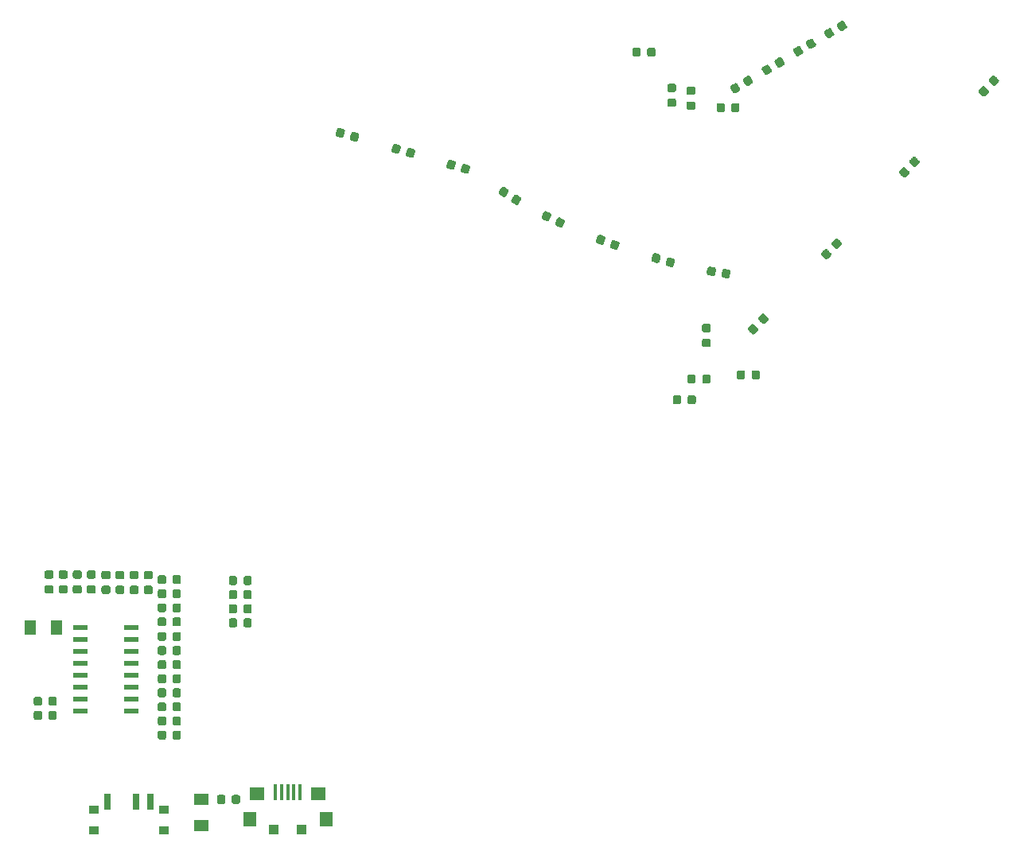
<source format=gtp>
G04 #@! TF.GenerationSoftware,KiCad,Pcbnew,(5.1.0)-1*
G04 #@! TF.CreationDate,2020-06-13T17:29:39-05:00*
G04 #@! TF.ProjectId,prod,70726f64-2e6b-4696-9361-645f70636258,1*
G04 #@! TF.SameCoordinates,Original*
G04 #@! TF.FileFunction,Paste,Top*
G04 #@! TF.FilePolarity,Positive*
%FSLAX46Y46*%
G04 Gerber Fmt 4.6, Leading zero omitted, Abs format (unit mm)*
G04 Created by KiCad (PCBNEW (5.1.0)-1) date 2020-06-13 17:29:39*
%MOMM*%
%LPD*%
G04 APERTURE LIST*
%ADD10C,0.100000*%
%ADD11C,0.875000*%
%ADD12R,1.500000X1.250000*%
%ADD13R,1.250000X1.500000*%
%ADD14R,1.000000X0.900000*%
%ADD15R,0.700000X1.700000*%
%ADD16R,1.500000X0.600000*%
%ADD17R,1.100000X1.000000*%
%ADD18R,1.350000X1.500000*%
%ADD19R,0.400000X1.800000*%
%ADD20R,1.500000X1.400000*%
G04 APERTURE END LIST*
D10*
G36*
X144952691Y-58826053D02*
G01*
X144973926Y-58829203D01*
X144994750Y-58834419D01*
X145014962Y-58841651D01*
X145034368Y-58850830D01*
X145052781Y-58861866D01*
X145070024Y-58874654D01*
X145085930Y-58889070D01*
X145100346Y-58904976D01*
X145113134Y-58922219D01*
X145124170Y-58940632D01*
X145133349Y-58960038D01*
X145140581Y-58980250D01*
X145145797Y-59001074D01*
X145148947Y-59022309D01*
X145150000Y-59043750D01*
X145150000Y-59556250D01*
X145148947Y-59577691D01*
X145145797Y-59598926D01*
X145140581Y-59619750D01*
X145133349Y-59639962D01*
X145124170Y-59659368D01*
X145113134Y-59677781D01*
X145100346Y-59695024D01*
X145085930Y-59710930D01*
X145070024Y-59725346D01*
X145052781Y-59738134D01*
X145034368Y-59749170D01*
X145014962Y-59758349D01*
X144994750Y-59765581D01*
X144973926Y-59770797D01*
X144952691Y-59773947D01*
X144931250Y-59775000D01*
X144493750Y-59775000D01*
X144472309Y-59773947D01*
X144451074Y-59770797D01*
X144430250Y-59765581D01*
X144410038Y-59758349D01*
X144390632Y-59749170D01*
X144372219Y-59738134D01*
X144354976Y-59725346D01*
X144339070Y-59710930D01*
X144324654Y-59695024D01*
X144311866Y-59677781D01*
X144300830Y-59659368D01*
X144291651Y-59639962D01*
X144284419Y-59619750D01*
X144279203Y-59598926D01*
X144276053Y-59577691D01*
X144275000Y-59556250D01*
X144275000Y-59043750D01*
X144276053Y-59022309D01*
X144279203Y-59001074D01*
X144284419Y-58980250D01*
X144291651Y-58960038D01*
X144300830Y-58940632D01*
X144311866Y-58922219D01*
X144324654Y-58904976D01*
X144339070Y-58889070D01*
X144354976Y-58874654D01*
X144372219Y-58861866D01*
X144390632Y-58850830D01*
X144410038Y-58841651D01*
X144430250Y-58834419D01*
X144451074Y-58829203D01*
X144472309Y-58826053D01*
X144493750Y-58825000D01*
X144931250Y-58825000D01*
X144952691Y-58826053D01*
X144952691Y-58826053D01*
G37*
D11*
X144712500Y-59300000D03*
D10*
G36*
X146527691Y-58826053D02*
G01*
X146548926Y-58829203D01*
X146569750Y-58834419D01*
X146589962Y-58841651D01*
X146609368Y-58850830D01*
X146627781Y-58861866D01*
X146645024Y-58874654D01*
X146660930Y-58889070D01*
X146675346Y-58904976D01*
X146688134Y-58922219D01*
X146699170Y-58940632D01*
X146708349Y-58960038D01*
X146715581Y-58980250D01*
X146720797Y-59001074D01*
X146723947Y-59022309D01*
X146725000Y-59043750D01*
X146725000Y-59556250D01*
X146723947Y-59577691D01*
X146720797Y-59598926D01*
X146715581Y-59619750D01*
X146708349Y-59639962D01*
X146699170Y-59659368D01*
X146688134Y-59677781D01*
X146675346Y-59695024D01*
X146660930Y-59710930D01*
X146645024Y-59725346D01*
X146627781Y-59738134D01*
X146609368Y-59749170D01*
X146589962Y-59758349D01*
X146569750Y-59765581D01*
X146548926Y-59770797D01*
X146527691Y-59773947D01*
X146506250Y-59775000D01*
X146068750Y-59775000D01*
X146047309Y-59773947D01*
X146026074Y-59770797D01*
X146005250Y-59765581D01*
X145985038Y-59758349D01*
X145965632Y-59749170D01*
X145947219Y-59738134D01*
X145929976Y-59725346D01*
X145914070Y-59710930D01*
X145899654Y-59695024D01*
X145886866Y-59677781D01*
X145875830Y-59659368D01*
X145866651Y-59639962D01*
X145859419Y-59619750D01*
X145854203Y-59598926D01*
X145851053Y-59577691D01*
X145850000Y-59556250D01*
X145850000Y-59043750D01*
X145851053Y-59022309D01*
X145854203Y-59001074D01*
X145859419Y-58980250D01*
X145866651Y-58960038D01*
X145875830Y-58940632D01*
X145886866Y-58922219D01*
X145899654Y-58904976D01*
X145914070Y-58889070D01*
X145929976Y-58874654D01*
X145947219Y-58861866D01*
X145965632Y-58850830D01*
X145985038Y-58841651D01*
X146005250Y-58834419D01*
X146026074Y-58829203D01*
X146047309Y-58826053D01*
X146068750Y-58825000D01*
X146506250Y-58825000D01*
X146527691Y-58826053D01*
X146527691Y-58826053D01*
G37*
D11*
X146287500Y-59300000D03*
D10*
G36*
X120535464Y-69492446D02*
G01*
X120556745Y-69495272D01*
X120577646Y-69500169D01*
X120998198Y-69620760D01*
X121018518Y-69627682D01*
X121038062Y-69636563D01*
X121056641Y-69647317D01*
X121074077Y-69659840D01*
X121090201Y-69674012D01*
X121104859Y-69689696D01*
X121117909Y-69706741D01*
X121129225Y-69724984D01*
X121138699Y-69744247D01*
X121146239Y-69764347D01*
X121151772Y-69785088D01*
X121155246Y-69806273D01*
X121156626Y-69827695D01*
X121155901Y-69849150D01*
X121153075Y-69870431D01*
X121148178Y-69891332D01*
X121006914Y-70383979D01*
X120999991Y-70404299D01*
X120991111Y-70423843D01*
X120980357Y-70442422D01*
X120967834Y-70459858D01*
X120953662Y-70475982D01*
X120937978Y-70490640D01*
X120920932Y-70503690D01*
X120902690Y-70515006D01*
X120883427Y-70524480D01*
X120863327Y-70532020D01*
X120842585Y-70537553D01*
X120821401Y-70541027D01*
X120799979Y-70542407D01*
X120778524Y-70541682D01*
X120757243Y-70538856D01*
X120736342Y-70533959D01*
X120315790Y-70413368D01*
X120295470Y-70406446D01*
X120275926Y-70397565D01*
X120257347Y-70386811D01*
X120239911Y-70374288D01*
X120223787Y-70360116D01*
X120209129Y-70344432D01*
X120196079Y-70327387D01*
X120184763Y-70309144D01*
X120175289Y-70289881D01*
X120167749Y-70269781D01*
X120162216Y-70249040D01*
X120158742Y-70227855D01*
X120157362Y-70206433D01*
X120158087Y-70184978D01*
X120160913Y-70163697D01*
X120165810Y-70142796D01*
X120307074Y-69650149D01*
X120313997Y-69629829D01*
X120322877Y-69610285D01*
X120333631Y-69591706D01*
X120346154Y-69574270D01*
X120360326Y-69558146D01*
X120376010Y-69543488D01*
X120393056Y-69530438D01*
X120411298Y-69519122D01*
X120430561Y-69509648D01*
X120450661Y-69502108D01*
X120471403Y-69496575D01*
X120492587Y-69493101D01*
X120514009Y-69491721D01*
X120535464Y-69492446D01*
X120535464Y-69492446D01*
G37*
D11*
X120656994Y-70017064D03*
D10*
G36*
X119021476Y-69058318D02*
G01*
X119042757Y-69061144D01*
X119063658Y-69066041D01*
X119484210Y-69186632D01*
X119504530Y-69193554D01*
X119524074Y-69202435D01*
X119542653Y-69213189D01*
X119560089Y-69225712D01*
X119576213Y-69239884D01*
X119590871Y-69255568D01*
X119603921Y-69272613D01*
X119615237Y-69290856D01*
X119624711Y-69310119D01*
X119632251Y-69330219D01*
X119637784Y-69350960D01*
X119641258Y-69372145D01*
X119642638Y-69393567D01*
X119641913Y-69415022D01*
X119639087Y-69436303D01*
X119634190Y-69457204D01*
X119492926Y-69949851D01*
X119486003Y-69970171D01*
X119477123Y-69989715D01*
X119466369Y-70008294D01*
X119453846Y-70025730D01*
X119439674Y-70041854D01*
X119423990Y-70056512D01*
X119406944Y-70069562D01*
X119388702Y-70080878D01*
X119369439Y-70090352D01*
X119349339Y-70097892D01*
X119328597Y-70103425D01*
X119307413Y-70106899D01*
X119285991Y-70108279D01*
X119264536Y-70107554D01*
X119243255Y-70104728D01*
X119222354Y-70099831D01*
X118801802Y-69979240D01*
X118781482Y-69972318D01*
X118761938Y-69963437D01*
X118743359Y-69952683D01*
X118725923Y-69940160D01*
X118709799Y-69925988D01*
X118695141Y-69910304D01*
X118682091Y-69893259D01*
X118670775Y-69875016D01*
X118661301Y-69855753D01*
X118653761Y-69835653D01*
X118648228Y-69814912D01*
X118644754Y-69793727D01*
X118643374Y-69772305D01*
X118644099Y-69750850D01*
X118646925Y-69729569D01*
X118651822Y-69708668D01*
X118793086Y-69216021D01*
X118800009Y-69195701D01*
X118808889Y-69176157D01*
X118819643Y-69157578D01*
X118832166Y-69140142D01*
X118846338Y-69124018D01*
X118862022Y-69109360D01*
X118879068Y-69096310D01*
X118897310Y-69084994D01*
X118916573Y-69075520D01*
X118936673Y-69067980D01*
X118957415Y-69062447D01*
X118978599Y-69058973D01*
X119000021Y-69057593D01*
X119021476Y-69058318D01*
X119021476Y-69058318D01*
G37*
D11*
X119143006Y-69582936D03*
D10*
G36*
X166008618Y-79132733D02*
G01*
X166029853Y-79135883D01*
X166050677Y-79141099D01*
X166070889Y-79148331D01*
X166090295Y-79157510D01*
X166108708Y-79168546D01*
X166125951Y-79181334D01*
X166141857Y-79195750D01*
X166504250Y-79558143D01*
X166518666Y-79574049D01*
X166531454Y-79591292D01*
X166542490Y-79609705D01*
X166551669Y-79629111D01*
X166558901Y-79649323D01*
X166564117Y-79670147D01*
X166567267Y-79691382D01*
X166568320Y-79712823D01*
X166567267Y-79734264D01*
X166564117Y-79755499D01*
X166558901Y-79776323D01*
X166551669Y-79796535D01*
X166542490Y-79815941D01*
X166531454Y-79834354D01*
X166518666Y-79851597D01*
X166504250Y-79867503D01*
X166194891Y-80176862D01*
X166178985Y-80191278D01*
X166161742Y-80204066D01*
X166143329Y-80215102D01*
X166123923Y-80224281D01*
X166103711Y-80231513D01*
X166082887Y-80236729D01*
X166061652Y-80239879D01*
X166040211Y-80240932D01*
X166018770Y-80239879D01*
X165997535Y-80236729D01*
X165976711Y-80231513D01*
X165956499Y-80224281D01*
X165937093Y-80215102D01*
X165918680Y-80204066D01*
X165901437Y-80191278D01*
X165885531Y-80176862D01*
X165523138Y-79814469D01*
X165508722Y-79798563D01*
X165495934Y-79781320D01*
X165484898Y-79762907D01*
X165475719Y-79743501D01*
X165468487Y-79723289D01*
X165463271Y-79702465D01*
X165460121Y-79681230D01*
X165459068Y-79659789D01*
X165460121Y-79638348D01*
X165463271Y-79617113D01*
X165468487Y-79596289D01*
X165475719Y-79576077D01*
X165484898Y-79556671D01*
X165495934Y-79538258D01*
X165508722Y-79521015D01*
X165523138Y-79505109D01*
X165832497Y-79195750D01*
X165848403Y-79181334D01*
X165865646Y-79168546D01*
X165884059Y-79157510D01*
X165903465Y-79148331D01*
X165923677Y-79141099D01*
X165944501Y-79135883D01*
X165965736Y-79132733D01*
X165987177Y-79131680D01*
X166008618Y-79132733D01*
X166008618Y-79132733D01*
G37*
D11*
X166013694Y-79686306D03*
D10*
G36*
X164894924Y-80246427D02*
G01*
X164916159Y-80249577D01*
X164936983Y-80254793D01*
X164957195Y-80262025D01*
X164976601Y-80271204D01*
X164995014Y-80282240D01*
X165012257Y-80295028D01*
X165028163Y-80309444D01*
X165390556Y-80671837D01*
X165404972Y-80687743D01*
X165417760Y-80704986D01*
X165428796Y-80723399D01*
X165437975Y-80742805D01*
X165445207Y-80763017D01*
X165450423Y-80783841D01*
X165453573Y-80805076D01*
X165454626Y-80826517D01*
X165453573Y-80847958D01*
X165450423Y-80869193D01*
X165445207Y-80890017D01*
X165437975Y-80910229D01*
X165428796Y-80929635D01*
X165417760Y-80948048D01*
X165404972Y-80965291D01*
X165390556Y-80981197D01*
X165081197Y-81290556D01*
X165065291Y-81304972D01*
X165048048Y-81317760D01*
X165029635Y-81328796D01*
X165010229Y-81337975D01*
X164990017Y-81345207D01*
X164969193Y-81350423D01*
X164947958Y-81353573D01*
X164926517Y-81354626D01*
X164905076Y-81353573D01*
X164883841Y-81350423D01*
X164863017Y-81345207D01*
X164842805Y-81337975D01*
X164823399Y-81328796D01*
X164804986Y-81317760D01*
X164787743Y-81304972D01*
X164771837Y-81290556D01*
X164409444Y-80928163D01*
X164395028Y-80912257D01*
X164382240Y-80895014D01*
X164371204Y-80876601D01*
X164362025Y-80857195D01*
X164354793Y-80836983D01*
X164349577Y-80816159D01*
X164346427Y-80794924D01*
X164345374Y-80773483D01*
X164346427Y-80752042D01*
X164349577Y-80730807D01*
X164354793Y-80709983D01*
X164362025Y-80689771D01*
X164371204Y-80670365D01*
X164382240Y-80651952D01*
X164395028Y-80634709D01*
X164409444Y-80618803D01*
X164718803Y-80309444D01*
X164734709Y-80295028D01*
X164751952Y-80282240D01*
X164770365Y-80271204D01*
X164789771Y-80262025D01*
X164809983Y-80254793D01*
X164830807Y-80249577D01*
X164852042Y-80246427D01*
X164873483Y-80245374D01*
X164894924Y-80246427D01*
X164894924Y-80246427D01*
G37*
D11*
X164900000Y-80800000D03*
D10*
G36*
X163357620Y-57856674D02*
G01*
X163378946Y-57859128D01*
X163399930Y-57863660D01*
X163420368Y-57870227D01*
X163440064Y-57878765D01*
X163458828Y-57889193D01*
X163476480Y-57901410D01*
X163492849Y-57915298D01*
X163507778Y-57930724D01*
X163521123Y-57947539D01*
X163532756Y-57965581D01*
X163789006Y-58409419D01*
X163798814Y-58428514D01*
X163806704Y-58448479D01*
X163812599Y-58469121D01*
X163816442Y-58490241D01*
X163818196Y-58511637D01*
X163817845Y-58533101D01*
X163815391Y-58554427D01*
X163810859Y-58575411D01*
X163804292Y-58595849D01*
X163795754Y-58615545D01*
X163785326Y-58634309D01*
X163773109Y-58651961D01*
X163759221Y-58668330D01*
X163743795Y-58683259D01*
X163726980Y-58696604D01*
X163708938Y-58708237D01*
X163330052Y-58926987D01*
X163310957Y-58936795D01*
X163290992Y-58944685D01*
X163270350Y-58950580D01*
X163249230Y-58954423D01*
X163227834Y-58956177D01*
X163206370Y-58955826D01*
X163185044Y-58953372D01*
X163164060Y-58948840D01*
X163143622Y-58942273D01*
X163123926Y-58933735D01*
X163105162Y-58923307D01*
X163087510Y-58911090D01*
X163071141Y-58897202D01*
X163056212Y-58881776D01*
X163042867Y-58864961D01*
X163031234Y-58846919D01*
X162774984Y-58403081D01*
X162765176Y-58383986D01*
X162757286Y-58364021D01*
X162751391Y-58343379D01*
X162747548Y-58322259D01*
X162745794Y-58300863D01*
X162746145Y-58279399D01*
X162748599Y-58258073D01*
X162753131Y-58237089D01*
X162759698Y-58216651D01*
X162768236Y-58196955D01*
X162778664Y-58178191D01*
X162790881Y-58160539D01*
X162804769Y-58144170D01*
X162820195Y-58129241D01*
X162837010Y-58115896D01*
X162855052Y-58104263D01*
X163233938Y-57885513D01*
X163253033Y-57875705D01*
X163272998Y-57867815D01*
X163293640Y-57861920D01*
X163314760Y-57858077D01*
X163336156Y-57856323D01*
X163357620Y-57856674D01*
X163357620Y-57856674D01*
G37*
D11*
X163281995Y-58406250D03*
D10*
G36*
X161993630Y-58644174D02*
G01*
X162014956Y-58646628D01*
X162035940Y-58651160D01*
X162056378Y-58657727D01*
X162076074Y-58666265D01*
X162094838Y-58676693D01*
X162112490Y-58688910D01*
X162128859Y-58702798D01*
X162143788Y-58718224D01*
X162157133Y-58735039D01*
X162168766Y-58753081D01*
X162425016Y-59196919D01*
X162434824Y-59216014D01*
X162442714Y-59235979D01*
X162448609Y-59256621D01*
X162452452Y-59277741D01*
X162454206Y-59299137D01*
X162453855Y-59320601D01*
X162451401Y-59341927D01*
X162446869Y-59362911D01*
X162440302Y-59383349D01*
X162431764Y-59403045D01*
X162421336Y-59421809D01*
X162409119Y-59439461D01*
X162395231Y-59455830D01*
X162379805Y-59470759D01*
X162362990Y-59484104D01*
X162344948Y-59495737D01*
X161966062Y-59714487D01*
X161946967Y-59724295D01*
X161927002Y-59732185D01*
X161906360Y-59738080D01*
X161885240Y-59741923D01*
X161863844Y-59743677D01*
X161842380Y-59743326D01*
X161821054Y-59740872D01*
X161800070Y-59736340D01*
X161779632Y-59729773D01*
X161759936Y-59721235D01*
X161741172Y-59710807D01*
X161723520Y-59698590D01*
X161707151Y-59684702D01*
X161692222Y-59669276D01*
X161678877Y-59652461D01*
X161667244Y-59634419D01*
X161410994Y-59190581D01*
X161401186Y-59171486D01*
X161393296Y-59151521D01*
X161387401Y-59130879D01*
X161383558Y-59109759D01*
X161381804Y-59088363D01*
X161382155Y-59066899D01*
X161384609Y-59045573D01*
X161389141Y-59024589D01*
X161395708Y-59004151D01*
X161404246Y-58984455D01*
X161414674Y-58965691D01*
X161426891Y-58948039D01*
X161440779Y-58931670D01*
X161456205Y-58916741D01*
X161473020Y-58903396D01*
X161491062Y-58891763D01*
X161869948Y-58673013D01*
X161889043Y-58663205D01*
X161909008Y-58655315D01*
X161929650Y-58649420D01*
X161950770Y-58645577D01*
X161972166Y-58643823D01*
X161993630Y-58644174D01*
X161993630Y-58644174D01*
G37*
D11*
X161918005Y-59193750D03*
D10*
G36*
X174279351Y-70413640D02*
G01*
X174300637Y-70416419D01*
X174321549Y-70421271D01*
X174341884Y-70428149D01*
X174361447Y-70436987D01*
X174380050Y-70447701D01*
X174397513Y-70460186D01*
X174413669Y-70474323D01*
X174782330Y-70830336D01*
X174797022Y-70845988D01*
X174810108Y-70863005D01*
X174821464Y-70881222D01*
X174830980Y-70900465D01*
X174838564Y-70920548D01*
X174844142Y-70941277D01*
X174847662Y-70962454D01*
X174849090Y-70983874D01*
X174848411Y-71005330D01*
X174845632Y-71026617D01*
X174840780Y-71047528D01*
X174833902Y-71067863D01*
X174825063Y-71087427D01*
X174814350Y-71106029D01*
X174801865Y-71123493D01*
X174787729Y-71139648D01*
X174483816Y-71454359D01*
X174468163Y-71469050D01*
X174451147Y-71482137D01*
X174432929Y-71493493D01*
X174413686Y-71503009D01*
X174393603Y-71510593D01*
X174372874Y-71516171D01*
X174351697Y-71519691D01*
X174330278Y-71521119D01*
X174308821Y-71520440D01*
X174287535Y-71517661D01*
X174266623Y-71512809D01*
X174246288Y-71505931D01*
X174226725Y-71497093D01*
X174208122Y-71486379D01*
X174190659Y-71473894D01*
X174174503Y-71459757D01*
X173805842Y-71103744D01*
X173791150Y-71088092D01*
X173778064Y-71071075D01*
X173766708Y-71052858D01*
X173757192Y-71033615D01*
X173749608Y-71013532D01*
X173744030Y-70992803D01*
X173740510Y-70971626D01*
X173739082Y-70950206D01*
X173739761Y-70928750D01*
X173742540Y-70907463D01*
X173747392Y-70886552D01*
X173754270Y-70866217D01*
X173763109Y-70846653D01*
X173773822Y-70828051D01*
X173786307Y-70810587D01*
X173800443Y-70794432D01*
X174104356Y-70479721D01*
X174120009Y-70465030D01*
X174137025Y-70451943D01*
X174155243Y-70440587D01*
X174174486Y-70431071D01*
X174194569Y-70423487D01*
X174215298Y-70417909D01*
X174236475Y-70414389D01*
X174257894Y-70412961D01*
X174279351Y-70413640D01*
X174279351Y-70413640D01*
G37*
D11*
X174294086Y-70967040D03*
D10*
G36*
X173185265Y-71546600D02*
G01*
X173206551Y-71549379D01*
X173227463Y-71554231D01*
X173247798Y-71561109D01*
X173267361Y-71569947D01*
X173285964Y-71580661D01*
X173303427Y-71593146D01*
X173319583Y-71607283D01*
X173688244Y-71963296D01*
X173702936Y-71978948D01*
X173716022Y-71995965D01*
X173727378Y-72014182D01*
X173736894Y-72033425D01*
X173744478Y-72053508D01*
X173750056Y-72074237D01*
X173753576Y-72095414D01*
X173755004Y-72116834D01*
X173754325Y-72138290D01*
X173751546Y-72159577D01*
X173746694Y-72180488D01*
X173739816Y-72200823D01*
X173730977Y-72220387D01*
X173720264Y-72238989D01*
X173707779Y-72256453D01*
X173693643Y-72272608D01*
X173389730Y-72587319D01*
X173374077Y-72602010D01*
X173357061Y-72615097D01*
X173338843Y-72626453D01*
X173319600Y-72635969D01*
X173299517Y-72643553D01*
X173278788Y-72649131D01*
X173257611Y-72652651D01*
X173236192Y-72654079D01*
X173214735Y-72653400D01*
X173193449Y-72650621D01*
X173172537Y-72645769D01*
X173152202Y-72638891D01*
X173132639Y-72630053D01*
X173114036Y-72619339D01*
X173096573Y-72606854D01*
X173080417Y-72592717D01*
X172711756Y-72236704D01*
X172697064Y-72221052D01*
X172683978Y-72204035D01*
X172672622Y-72185818D01*
X172663106Y-72166575D01*
X172655522Y-72146492D01*
X172649944Y-72125763D01*
X172646424Y-72104586D01*
X172644996Y-72083166D01*
X172645675Y-72061710D01*
X172648454Y-72040423D01*
X172653306Y-72019512D01*
X172660184Y-71999177D01*
X172669023Y-71979613D01*
X172679736Y-71961011D01*
X172692221Y-71943547D01*
X172706357Y-71927392D01*
X173010270Y-71612681D01*
X173025923Y-71597990D01*
X173042939Y-71584903D01*
X173061157Y-71573547D01*
X173080400Y-71564031D01*
X173100483Y-71556447D01*
X173121212Y-71550869D01*
X173142389Y-71547349D01*
X173163808Y-71545921D01*
X173185265Y-71546600D01*
X173185265Y-71546600D01*
G37*
D11*
X173200000Y-72100000D03*
D10*
G36*
X114580000Y-67781403D02*
G01*
X114601326Y-67783857D01*
X114622309Y-67788389D01*
X115044902Y-67901622D01*
X115065340Y-67908189D01*
X115085036Y-67916727D01*
X115103801Y-67927155D01*
X115121452Y-67939372D01*
X115137822Y-67953260D01*
X115152751Y-67968686D01*
X115166096Y-67985501D01*
X115177729Y-68003543D01*
X115187537Y-68022638D01*
X115195427Y-68042603D01*
X115201322Y-68063245D01*
X115205165Y-68084365D01*
X115206919Y-68105760D01*
X115206568Y-68127225D01*
X115204114Y-68148551D01*
X115199582Y-68169535D01*
X115066937Y-68664572D01*
X115060370Y-68685010D01*
X115051832Y-68704706D01*
X115041404Y-68723470D01*
X115029187Y-68741122D01*
X115015299Y-68757491D01*
X114999873Y-68772420D01*
X114983058Y-68785765D01*
X114965016Y-68797398D01*
X114945921Y-68807207D01*
X114925956Y-68815096D01*
X114905314Y-68820991D01*
X114884194Y-68824834D01*
X114862798Y-68826588D01*
X114841334Y-68826237D01*
X114820008Y-68823783D01*
X114799025Y-68819251D01*
X114376432Y-68706018D01*
X114355994Y-68699451D01*
X114336298Y-68690913D01*
X114317533Y-68680485D01*
X114299882Y-68668268D01*
X114283512Y-68654380D01*
X114268583Y-68638954D01*
X114255238Y-68622139D01*
X114243605Y-68604097D01*
X114233797Y-68585002D01*
X114225907Y-68565037D01*
X114220012Y-68544395D01*
X114216169Y-68523275D01*
X114214415Y-68501880D01*
X114214766Y-68480415D01*
X114217220Y-68459089D01*
X114221752Y-68438105D01*
X114354397Y-67943068D01*
X114360964Y-67922630D01*
X114369502Y-67902934D01*
X114379930Y-67884170D01*
X114392147Y-67866518D01*
X114406035Y-67850149D01*
X114421461Y-67835220D01*
X114438276Y-67821875D01*
X114456318Y-67810242D01*
X114475413Y-67800433D01*
X114495378Y-67792544D01*
X114516020Y-67786649D01*
X114537140Y-67782806D01*
X114558536Y-67781052D01*
X114580000Y-67781403D01*
X114580000Y-67781403D01*
G37*
D11*
X114710667Y-68303820D03*
D10*
G36*
X113058666Y-67373763D02*
G01*
X113079992Y-67376217D01*
X113100975Y-67380749D01*
X113523568Y-67493982D01*
X113544006Y-67500549D01*
X113563702Y-67509087D01*
X113582467Y-67519515D01*
X113600118Y-67531732D01*
X113616488Y-67545620D01*
X113631417Y-67561046D01*
X113644762Y-67577861D01*
X113656395Y-67595903D01*
X113666203Y-67614998D01*
X113674093Y-67634963D01*
X113679988Y-67655605D01*
X113683831Y-67676725D01*
X113685585Y-67698120D01*
X113685234Y-67719585D01*
X113682780Y-67740911D01*
X113678248Y-67761895D01*
X113545603Y-68256932D01*
X113539036Y-68277370D01*
X113530498Y-68297066D01*
X113520070Y-68315830D01*
X113507853Y-68333482D01*
X113493965Y-68349851D01*
X113478539Y-68364780D01*
X113461724Y-68378125D01*
X113443682Y-68389758D01*
X113424587Y-68399567D01*
X113404622Y-68407456D01*
X113383980Y-68413351D01*
X113362860Y-68417194D01*
X113341464Y-68418948D01*
X113320000Y-68418597D01*
X113298674Y-68416143D01*
X113277691Y-68411611D01*
X112855098Y-68298378D01*
X112834660Y-68291811D01*
X112814964Y-68283273D01*
X112796199Y-68272845D01*
X112778548Y-68260628D01*
X112762178Y-68246740D01*
X112747249Y-68231314D01*
X112733904Y-68214499D01*
X112722271Y-68196457D01*
X112712463Y-68177362D01*
X112704573Y-68157397D01*
X112698678Y-68136755D01*
X112694835Y-68115635D01*
X112693081Y-68094240D01*
X112693432Y-68072775D01*
X112695886Y-68051449D01*
X112700418Y-68030465D01*
X112833063Y-67535428D01*
X112839630Y-67514990D01*
X112848168Y-67495294D01*
X112858596Y-67476530D01*
X112870813Y-67458878D01*
X112884701Y-67442509D01*
X112900127Y-67427580D01*
X112916942Y-67414235D01*
X112934984Y-67402602D01*
X112954079Y-67392793D01*
X112974044Y-67384904D01*
X112994686Y-67379009D01*
X113015806Y-67375166D01*
X113037202Y-67373412D01*
X113058666Y-67373763D01*
X113058666Y-67373763D01*
G37*
D11*
X113189333Y-67896180D03*
D10*
G36*
X126385464Y-71192446D02*
G01*
X126406745Y-71195272D01*
X126427646Y-71200169D01*
X126848198Y-71320760D01*
X126868518Y-71327682D01*
X126888062Y-71336563D01*
X126906641Y-71347317D01*
X126924077Y-71359840D01*
X126940201Y-71374012D01*
X126954859Y-71389696D01*
X126967909Y-71406741D01*
X126979225Y-71424984D01*
X126988699Y-71444247D01*
X126996239Y-71464347D01*
X127001772Y-71485088D01*
X127005246Y-71506273D01*
X127006626Y-71527695D01*
X127005901Y-71549150D01*
X127003075Y-71570431D01*
X126998178Y-71591332D01*
X126856914Y-72083979D01*
X126849991Y-72104299D01*
X126841111Y-72123843D01*
X126830357Y-72142422D01*
X126817834Y-72159858D01*
X126803662Y-72175982D01*
X126787978Y-72190640D01*
X126770932Y-72203690D01*
X126752690Y-72215006D01*
X126733427Y-72224480D01*
X126713327Y-72232020D01*
X126692585Y-72237553D01*
X126671401Y-72241027D01*
X126649979Y-72242407D01*
X126628524Y-72241682D01*
X126607243Y-72238856D01*
X126586342Y-72233959D01*
X126165790Y-72113368D01*
X126145470Y-72106446D01*
X126125926Y-72097565D01*
X126107347Y-72086811D01*
X126089911Y-72074288D01*
X126073787Y-72060116D01*
X126059129Y-72044432D01*
X126046079Y-72027387D01*
X126034763Y-72009144D01*
X126025289Y-71989881D01*
X126017749Y-71969781D01*
X126012216Y-71949040D01*
X126008742Y-71927855D01*
X126007362Y-71906433D01*
X126008087Y-71884978D01*
X126010913Y-71863697D01*
X126015810Y-71842796D01*
X126157074Y-71350149D01*
X126163997Y-71329829D01*
X126172877Y-71310285D01*
X126183631Y-71291706D01*
X126196154Y-71274270D01*
X126210326Y-71258146D01*
X126226010Y-71243488D01*
X126243056Y-71230438D01*
X126261298Y-71219122D01*
X126280561Y-71209648D01*
X126300661Y-71202108D01*
X126321403Y-71196575D01*
X126342587Y-71193101D01*
X126364009Y-71191721D01*
X126385464Y-71192446D01*
X126385464Y-71192446D01*
G37*
D11*
X126506994Y-71717064D03*
D10*
G36*
X124871476Y-70758318D02*
G01*
X124892757Y-70761144D01*
X124913658Y-70766041D01*
X125334210Y-70886632D01*
X125354530Y-70893554D01*
X125374074Y-70902435D01*
X125392653Y-70913189D01*
X125410089Y-70925712D01*
X125426213Y-70939884D01*
X125440871Y-70955568D01*
X125453921Y-70972613D01*
X125465237Y-70990856D01*
X125474711Y-71010119D01*
X125482251Y-71030219D01*
X125487784Y-71050960D01*
X125491258Y-71072145D01*
X125492638Y-71093567D01*
X125491913Y-71115022D01*
X125489087Y-71136303D01*
X125484190Y-71157204D01*
X125342926Y-71649851D01*
X125336003Y-71670171D01*
X125327123Y-71689715D01*
X125316369Y-71708294D01*
X125303846Y-71725730D01*
X125289674Y-71741854D01*
X125273990Y-71756512D01*
X125256944Y-71769562D01*
X125238702Y-71780878D01*
X125219439Y-71790352D01*
X125199339Y-71797892D01*
X125178597Y-71803425D01*
X125157413Y-71806899D01*
X125135991Y-71808279D01*
X125114536Y-71807554D01*
X125093255Y-71804728D01*
X125072354Y-71799831D01*
X124651802Y-71679240D01*
X124631482Y-71672318D01*
X124611938Y-71663437D01*
X124593359Y-71652683D01*
X124575923Y-71640160D01*
X124559799Y-71625988D01*
X124545141Y-71610304D01*
X124532091Y-71593259D01*
X124520775Y-71575016D01*
X124511301Y-71555753D01*
X124503761Y-71535653D01*
X124498228Y-71514912D01*
X124494754Y-71493727D01*
X124493374Y-71472305D01*
X124494099Y-71450850D01*
X124496925Y-71429569D01*
X124501822Y-71408668D01*
X124643086Y-70916021D01*
X124650009Y-70895701D01*
X124658889Y-70876157D01*
X124669643Y-70857578D01*
X124682166Y-70840142D01*
X124696338Y-70824018D01*
X124712022Y-70809360D01*
X124729068Y-70796310D01*
X124747310Y-70784994D01*
X124766573Y-70775520D01*
X124786673Y-70767980D01*
X124807415Y-70762447D01*
X124828599Y-70758973D01*
X124850021Y-70757593D01*
X124871476Y-70758318D01*
X124871476Y-70758318D01*
G37*
D11*
X124993006Y-71282936D03*
D10*
G36*
X136504675Y-76891569D02*
G01*
X136525752Y-76895642D01*
X136546328Y-76901761D01*
X136566205Y-76909868D01*
X136962715Y-77094763D01*
X136981703Y-77104779D01*
X136999617Y-77116608D01*
X137016285Y-77130136D01*
X137031547Y-77145232D01*
X137045256Y-77161752D01*
X137057280Y-77179536D01*
X137067502Y-77198413D01*
X137075826Y-77218201D01*
X137082169Y-77238709D01*
X137086472Y-77259741D01*
X137088693Y-77281093D01*
X137088810Y-77302559D01*
X137086822Y-77323934D01*
X137082749Y-77345012D01*
X137076630Y-77365588D01*
X137068523Y-77385466D01*
X136851931Y-77849949D01*
X136841915Y-77868936D01*
X136830086Y-77886850D01*
X136816558Y-77903518D01*
X136801461Y-77918780D01*
X136784942Y-77932489D01*
X136767158Y-77944513D01*
X136748281Y-77954736D01*
X136728493Y-77963059D01*
X136707984Y-77969402D01*
X136686953Y-77973705D01*
X136665601Y-77975926D01*
X136644134Y-77976043D01*
X136622759Y-77974055D01*
X136601682Y-77969982D01*
X136581106Y-77963863D01*
X136561229Y-77955756D01*
X136164719Y-77770861D01*
X136145731Y-77760845D01*
X136127817Y-77749016D01*
X136111149Y-77735488D01*
X136095887Y-77720392D01*
X136082178Y-77703872D01*
X136070154Y-77686088D01*
X136059932Y-77667211D01*
X136051608Y-77647423D01*
X136045265Y-77626915D01*
X136040962Y-77605883D01*
X136038741Y-77584531D01*
X136038624Y-77563065D01*
X136040612Y-77541690D01*
X136044685Y-77520612D01*
X136050804Y-77500036D01*
X136058911Y-77480158D01*
X136275503Y-77015675D01*
X136285519Y-76996688D01*
X136297348Y-76978774D01*
X136310876Y-76962106D01*
X136325973Y-76946844D01*
X136342492Y-76933135D01*
X136360276Y-76921111D01*
X136379153Y-76910888D01*
X136398941Y-76902565D01*
X136419450Y-76896222D01*
X136440481Y-76891919D01*
X136461833Y-76889698D01*
X136483300Y-76889581D01*
X136504675Y-76891569D01*
X136504675Y-76891569D01*
G37*
D11*
X136563717Y-77432812D03*
D10*
G36*
X135077241Y-76225945D02*
G01*
X135098318Y-76230018D01*
X135118894Y-76236137D01*
X135138771Y-76244244D01*
X135535281Y-76429139D01*
X135554269Y-76439155D01*
X135572183Y-76450984D01*
X135588851Y-76464512D01*
X135604113Y-76479608D01*
X135617822Y-76496128D01*
X135629846Y-76513912D01*
X135640068Y-76532789D01*
X135648392Y-76552577D01*
X135654735Y-76573085D01*
X135659038Y-76594117D01*
X135661259Y-76615469D01*
X135661376Y-76636935D01*
X135659388Y-76658310D01*
X135655315Y-76679388D01*
X135649196Y-76699964D01*
X135641089Y-76719842D01*
X135424497Y-77184325D01*
X135414481Y-77203312D01*
X135402652Y-77221226D01*
X135389124Y-77237894D01*
X135374027Y-77253156D01*
X135357508Y-77266865D01*
X135339724Y-77278889D01*
X135320847Y-77289112D01*
X135301059Y-77297435D01*
X135280550Y-77303778D01*
X135259519Y-77308081D01*
X135238167Y-77310302D01*
X135216700Y-77310419D01*
X135195325Y-77308431D01*
X135174248Y-77304358D01*
X135153672Y-77298239D01*
X135133795Y-77290132D01*
X134737285Y-77105237D01*
X134718297Y-77095221D01*
X134700383Y-77083392D01*
X134683715Y-77069864D01*
X134668453Y-77054768D01*
X134654744Y-77038248D01*
X134642720Y-77020464D01*
X134632498Y-77001587D01*
X134624174Y-76981799D01*
X134617831Y-76961291D01*
X134613528Y-76940259D01*
X134611307Y-76918907D01*
X134611190Y-76897441D01*
X134613178Y-76876066D01*
X134617251Y-76854988D01*
X134623370Y-76834412D01*
X134631477Y-76814534D01*
X134848069Y-76350051D01*
X134858085Y-76331064D01*
X134869914Y-76313150D01*
X134883442Y-76296482D01*
X134898539Y-76281220D01*
X134915058Y-76267511D01*
X134932842Y-76255487D01*
X134951719Y-76245264D01*
X134971507Y-76236941D01*
X134992016Y-76230598D01*
X135013047Y-76226295D01*
X135034399Y-76224074D01*
X135055866Y-76223957D01*
X135077241Y-76225945D01*
X135077241Y-76225945D01*
G37*
D11*
X135136283Y-76767188D03*
D10*
G36*
X148185464Y-81142446D02*
G01*
X148206745Y-81145272D01*
X148227646Y-81150169D01*
X148648198Y-81270760D01*
X148668518Y-81277682D01*
X148688062Y-81286563D01*
X148706641Y-81297317D01*
X148724077Y-81309840D01*
X148740201Y-81324012D01*
X148754859Y-81339696D01*
X148767909Y-81356741D01*
X148779225Y-81374984D01*
X148788699Y-81394247D01*
X148796239Y-81414347D01*
X148801772Y-81435088D01*
X148805246Y-81456273D01*
X148806626Y-81477695D01*
X148805901Y-81499150D01*
X148803075Y-81520431D01*
X148798178Y-81541332D01*
X148656914Y-82033979D01*
X148649991Y-82054299D01*
X148641111Y-82073843D01*
X148630357Y-82092422D01*
X148617834Y-82109858D01*
X148603662Y-82125982D01*
X148587978Y-82140640D01*
X148570932Y-82153690D01*
X148552690Y-82165006D01*
X148533427Y-82174480D01*
X148513327Y-82182020D01*
X148492585Y-82187553D01*
X148471401Y-82191027D01*
X148449979Y-82192407D01*
X148428524Y-82191682D01*
X148407243Y-82188856D01*
X148386342Y-82183959D01*
X147965790Y-82063368D01*
X147945470Y-82056446D01*
X147925926Y-82047565D01*
X147907347Y-82036811D01*
X147889911Y-82024288D01*
X147873787Y-82010116D01*
X147859129Y-81994432D01*
X147846079Y-81977387D01*
X147834763Y-81959144D01*
X147825289Y-81939881D01*
X147817749Y-81919781D01*
X147812216Y-81899040D01*
X147808742Y-81877855D01*
X147807362Y-81856433D01*
X147808087Y-81834978D01*
X147810913Y-81813697D01*
X147815810Y-81792796D01*
X147957074Y-81300149D01*
X147963997Y-81279829D01*
X147972877Y-81260285D01*
X147983631Y-81241706D01*
X147996154Y-81224270D01*
X148010326Y-81208146D01*
X148026010Y-81193488D01*
X148043056Y-81180438D01*
X148061298Y-81169122D01*
X148080561Y-81159648D01*
X148100661Y-81152108D01*
X148121403Y-81146575D01*
X148142587Y-81143101D01*
X148164009Y-81141721D01*
X148185464Y-81142446D01*
X148185464Y-81142446D01*
G37*
D11*
X148306994Y-81667064D03*
D10*
G36*
X146671476Y-80708318D02*
G01*
X146692757Y-80711144D01*
X146713658Y-80716041D01*
X147134210Y-80836632D01*
X147154530Y-80843554D01*
X147174074Y-80852435D01*
X147192653Y-80863189D01*
X147210089Y-80875712D01*
X147226213Y-80889884D01*
X147240871Y-80905568D01*
X147253921Y-80922613D01*
X147265237Y-80940856D01*
X147274711Y-80960119D01*
X147282251Y-80980219D01*
X147287784Y-81000960D01*
X147291258Y-81022145D01*
X147292638Y-81043567D01*
X147291913Y-81065022D01*
X147289087Y-81086303D01*
X147284190Y-81107204D01*
X147142926Y-81599851D01*
X147136003Y-81620171D01*
X147127123Y-81639715D01*
X147116369Y-81658294D01*
X147103846Y-81675730D01*
X147089674Y-81691854D01*
X147073990Y-81706512D01*
X147056944Y-81719562D01*
X147038702Y-81730878D01*
X147019439Y-81740352D01*
X146999339Y-81747892D01*
X146978597Y-81753425D01*
X146957413Y-81756899D01*
X146935991Y-81758279D01*
X146914536Y-81757554D01*
X146893255Y-81754728D01*
X146872354Y-81749831D01*
X146451802Y-81629240D01*
X146431482Y-81622318D01*
X146411938Y-81613437D01*
X146393359Y-81602683D01*
X146375923Y-81590160D01*
X146359799Y-81575988D01*
X146345141Y-81560304D01*
X146332091Y-81543259D01*
X146320775Y-81525016D01*
X146311301Y-81505753D01*
X146303761Y-81485653D01*
X146298228Y-81464912D01*
X146294754Y-81443727D01*
X146293374Y-81422305D01*
X146294099Y-81400850D01*
X146296925Y-81379569D01*
X146301822Y-81358668D01*
X146443086Y-80866021D01*
X146450009Y-80845701D01*
X146458889Y-80826157D01*
X146469643Y-80807578D01*
X146482166Y-80790142D01*
X146496338Y-80774018D01*
X146512022Y-80759360D01*
X146529068Y-80746310D01*
X146547310Y-80734994D01*
X146566573Y-80725520D01*
X146586673Y-80717980D01*
X146607415Y-80712447D01*
X146628599Y-80708973D01*
X146650021Y-80707593D01*
X146671476Y-80708318D01*
X146671476Y-80708318D01*
G37*
D11*
X146793006Y-81232936D03*
D10*
G36*
X160007620Y-59856674D02*
G01*
X160028946Y-59859128D01*
X160049930Y-59863660D01*
X160070368Y-59870227D01*
X160090064Y-59878765D01*
X160108828Y-59889193D01*
X160126480Y-59901410D01*
X160142849Y-59915298D01*
X160157778Y-59930724D01*
X160171123Y-59947539D01*
X160182756Y-59965581D01*
X160439006Y-60409419D01*
X160448814Y-60428514D01*
X160456704Y-60448479D01*
X160462599Y-60469121D01*
X160466442Y-60490241D01*
X160468196Y-60511637D01*
X160467845Y-60533101D01*
X160465391Y-60554427D01*
X160460859Y-60575411D01*
X160454292Y-60595849D01*
X160445754Y-60615545D01*
X160435326Y-60634309D01*
X160423109Y-60651961D01*
X160409221Y-60668330D01*
X160393795Y-60683259D01*
X160376980Y-60696604D01*
X160358938Y-60708237D01*
X159980052Y-60926987D01*
X159960957Y-60936795D01*
X159940992Y-60944685D01*
X159920350Y-60950580D01*
X159899230Y-60954423D01*
X159877834Y-60956177D01*
X159856370Y-60955826D01*
X159835044Y-60953372D01*
X159814060Y-60948840D01*
X159793622Y-60942273D01*
X159773926Y-60933735D01*
X159755162Y-60923307D01*
X159737510Y-60911090D01*
X159721141Y-60897202D01*
X159706212Y-60881776D01*
X159692867Y-60864961D01*
X159681234Y-60846919D01*
X159424984Y-60403081D01*
X159415176Y-60383986D01*
X159407286Y-60364021D01*
X159401391Y-60343379D01*
X159397548Y-60322259D01*
X159395794Y-60300863D01*
X159396145Y-60279399D01*
X159398599Y-60258073D01*
X159403131Y-60237089D01*
X159409698Y-60216651D01*
X159418236Y-60196955D01*
X159428664Y-60178191D01*
X159440881Y-60160539D01*
X159454769Y-60144170D01*
X159470195Y-60129241D01*
X159487010Y-60115896D01*
X159505052Y-60104263D01*
X159883938Y-59885513D01*
X159903033Y-59875705D01*
X159922998Y-59867815D01*
X159943640Y-59861920D01*
X159964760Y-59858077D01*
X159986156Y-59856323D01*
X160007620Y-59856674D01*
X160007620Y-59856674D01*
G37*
D11*
X159931995Y-60406250D03*
D10*
G36*
X158643630Y-60644174D02*
G01*
X158664956Y-60646628D01*
X158685940Y-60651160D01*
X158706378Y-60657727D01*
X158726074Y-60666265D01*
X158744838Y-60676693D01*
X158762490Y-60688910D01*
X158778859Y-60702798D01*
X158793788Y-60718224D01*
X158807133Y-60735039D01*
X158818766Y-60753081D01*
X159075016Y-61196919D01*
X159084824Y-61216014D01*
X159092714Y-61235979D01*
X159098609Y-61256621D01*
X159102452Y-61277741D01*
X159104206Y-61299137D01*
X159103855Y-61320601D01*
X159101401Y-61341927D01*
X159096869Y-61362911D01*
X159090302Y-61383349D01*
X159081764Y-61403045D01*
X159071336Y-61421809D01*
X159059119Y-61439461D01*
X159045231Y-61455830D01*
X159029805Y-61470759D01*
X159012990Y-61484104D01*
X158994948Y-61495737D01*
X158616062Y-61714487D01*
X158596967Y-61724295D01*
X158577002Y-61732185D01*
X158556360Y-61738080D01*
X158535240Y-61741923D01*
X158513844Y-61743677D01*
X158492380Y-61743326D01*
X158471054Y-61740872D01*
X158450070Y-61736340D01*
X158429632Y-61729773D01*
X158409936Y-61721235D01*
X158391172Y-61710807D01*
X158373520Y-61698590D01*
X158357151Y-61684702D01*
X158342222Y-61669276D01*
X158328877Y-61652461D01*
X158317244Y-61634419D01*
X158060994Y-61190581D01*
X158051186Y-61171486D01*
X158043296Y-61151521D01*
X158037401Y-61130879D01*
X158033558Y-61109759D01*
X158031804Y-61088363D01*
X158032155Y-61066899D01*
X158034609Y-61045573D01*
X158039141Y-61024589D01*
X158045708Y-61004151D01*
X158054246Y-60984455D01*
X158064674Y-60965691D01*
X158076891Y-60948039D01*
X158090779Y-60931670D01*
X158106205Y-60916741D01*
X158123020Y-60903396D01*
X158141062Y-60891763D01*
X158519948Y-60673013D01*
X158539043Y-60663205D01*
X158559008Y-60655315D01*
X158579650Y-60649420D01*
X158600770Y-60645577D01*
X158622166Y-60643823D01*
X158643630Y-60644174D01*
X158643630Y-60644174D01*
G37*
D11*
X158568005Y-61193750D03*
D10*
G36*
X156657620Y-61806674D02*
G01*
X156678946Y-61809128D01*
X156699930Y-61813660D01*
X156720368Y-61820227D01*
X156740064Y-61828765D01*
X156758828Y-61839193D01*
X156776480Y-61851410D01*
X156792849Y-61865298D01*
X156807778Y-61880724D01*
X156821123Y-61897539D01*
X156832756Y-61915581D01*
X157089006Y-62359419D01*
X157098814Y-62378514D01*
X157106704Y-62398479D01*
X157112599Y-62419121D01*
X157116442Y-62440241D01*
X157118196Y-62461637D01*
X157117845Y-62483101D01*
X157115391Y-62504427D01*
X157110859Y-62525411D01*
X157104292Y-62545849D01*
X157095754Y-62565545D01*
X157085326Y-62584309D01*
X157073109Y-62601961D01*
X157059221Y-62618330D01*
X157043795Y-62633259D01*
X157026980Y-62646604D01*
X157008938Y-62658237D01*
X156630052Y-62876987D01*
X156610957Y-62886795D01*
X156590992Y-62894685D01*
X156570350Y-62900580D01*
X156549230Y-62904423D01*
X156527834Y-62906177D01*
X156506370Y-62905826D01*
X156485044Y-62903372D01*
X156464060Y-62898840D01*
X156443622Y-62892273D01*
X156423926Y-62883735D01*
X156405162Y-62873307D01*
X156387510Y-62861090D01*
X156371141Y-62847202D01*
X156356212Y-62831776D01*
X156342867Y-62814961D01*
X156331234Y-62796919D01*
X156074984Y-62353081D01*
X156065176Y-62333986D01*
X156057286Y-62314021D01*
X156051391Y-62293379D01*
X156047548Y-62272259D01*
X156045794Y-62250863D01*
X156046145Y-62229399D01*
X156048599Y-62208073D01*
X156053131Y-62187089D01*
X156059698Y-62166651D01*
X156068236Y-62146955D01*
X156078664Y-62128191D01*
X156090881Y-62110539D01*
X156104769Y-62094170D01*
X156120195Y-62079241D01*
X156137010Y-62065896D01*
X156155052Y-62054263D01*
X156533938Y-61835513D01*
X156553033Y-61825705D01*
X156572998Y-61817815D01*
X156593640Y-61811920D01*
X156614760Y-61808077D01*
X156636156Y-61806323D01*
X156657620Y-61806674D01*
X156657620Y-61806674D01*
G37*
D11*
X156581995Y-62356250D03*
D10*
G36*
X155293630Y-62594174D02*
G01*
X155314956Y-62596628D01*
X155335940Y-62601160D01*
X155356378Y-62607727D01*
X155376074Y-62616265D01*
X155394838Y-62626693D01*
X155412490Y-62638910D01*
X155428859Y-62652798D01*
X155443788Y-62668224D01*
X155457133Y-62685039D01*
X155468766Y-62703081D01*
X155725016Y-63146919D01*
X155734824Y-63166014D01*
X155742714Y-63185979D01*
X155748609Y-63206621D01*
X155752452Y-63227741D01*
X155754206Y-63249137D01*
X155753855Y-63270601D01*
X155751401Y-63291927D01*
X155746869Y-63312911D01*
X155740302Y-63333349D01*
X155731764Y-63353045D01*
X155721336Y-63371809D01*
X155709119Y-63389461D01*
X155695231Y-63405830D01*
X155679805Y-63420759D01*
X155662990Y-63434104D01*
X155644948Y-63445737D01*
X155266062Y-63664487D01*
X155246967Y-63674295D01*
X155227002Y-63682185D01*
X155206360Y-63688080D01*
X155185240Y-63691923D01*
X155163844Y-63693677D01*
X155142380Y-63693326D01*
X155121054Y-63690872D01*
X155100070Y-63686340D01*
X155079632Y-63679773D01*
X155059936Y-63671235D01*
X155041172Y-63660807D01*
X155023520Y-63648590D01*
X155007151Y-63634702D01*
X154992222Y-63619276D01*
X154978877Y-63602461D01*
X154967244Y-63584419D01*
X154710994Y-63140581D01*
X154701186Y-63121486D01*
X154693296Y-63101521D01*
X154687401Y-63080879D01*
X154683558Y-63059759D01*
X154681804Y-63038363D01*
X154682155Y-63016899D01*
X154684609Y-62995573D01*
X154689141Y-62974589D01*
X154695708Y-62954151D01*
X154704246Y-62934455D01*
X154714674Y-62915691D01*
X154726891Y-62898039D01*
X154740779Y-62881670D01*
X154756205Y-62866741D01*
X154773020Y-62853396D01*
X154791062Y-62841763D01*
X155169948Y-62623013D01*
X155189043Y-62613205D01*
X155209008Y-62605315D01*
X155229650Y-62599420D01*
X155250770Y-62595577D01*
X155272166Y-62593823D01*
X155293630Y-62594174D01*
X155293630Y-62594174D01*
G37*
D11*
X155218005Y-63143750D03*
D10*
G36*
X158208618Y-87132733D02*
G01*
X158229853Y-87135883D01*
X158250677Y-87141099D01*
X158270889Y-87148331D01*
X158290295Y-87157510D01*
X158308708Y-87168546D01*
X158325951Y-87181334D01*
X158341857Y-87195750D01*
X158704250Y-87558143D01*
X158718666Y-87574049D01*
X158731454Y-87591292D01*
X158742490Y-87609705D01*
X158751669Y-87629111D01*
X158758901Y-87649323D01*
X158764117Y-87670147D01*
X158767267Y-87691382D01*
X158768320Y-87712823D01*
X158767267Y-87734264D01*
X158764117Y-87755499D01*
X158758901Y-87776323D01*
X158751669Y-87796535D01*
X158742490Y-87815941D01*
X158731454Y-87834354D01*
X158718666Y-87851597D01*
X158704250Y-87867503D01*
X158394891Y-88176862D01*
X158378985Y-88191278D01*
X158361742Y-88204066D01*
X158343329Y-88215102D01*
X158323923Y-88224281D01*
X158303711Y-88231513D01*
X158282887Y-88236729D01*
X158261652Y-88239879D01*
X158240211Y-88240932D01*
X158218770Y-88239879D01*
X158197535Y-88236729D01*
X158176711Y-88231513D01*
X158156499Y-88224281D01*
X158137093Y-88215102D01*
X158118680Y-88204066D01*
X158101437Y-88191278D01*
X158085531Y-88176862D01*
X157723138Y-87814469D01*
X157708722Y-87798563D01*
X157695934Y-87781320D01*
X157684898Y-87762907D01*
X157675719Y-87743501D01*
X157668487Y-87723289D01*
X157663271Y-87702465D01*
X157660121Y-87681230D01*
X157659068Y-87659789D01*
X157660121Y-87638348D01*
X157663271Y-87617113D01*
X157668487Y-87596289D01*
X157675719Y-87576077D01*
X157684898Y-87556671D01*
X157695934Y-87538258D01*
X157708722Y-87521015D01*
X157723138Y-87505109D01*
X158032497Y-87195750D01*
X158048403Y-87181334D01*
X158065646Y-87168546D01*
X158084059Y-87157510D01*
X158103465Y-87148331D01*
X158123677Y-87141099D01*
X158144501Y-87135883D01*
X158165736Y-87132733D01*
X158187177Y-87131680D01*
X158208618Y-87132733D01*
X158208618Y-87132733D01*
G37*
D11*
X158213694Y-87686306D03*
D10*
G36*
X157094924Y-88246427D02*
G01*
X157116159Y-88249577D01*
X157136983Y-88254793D01*
X157157195Y-88262025D01*
X157176601Y-88271204D01*
X157195014Y-88282240D01*
X157212257Y-88295028D01*
X157228163Y-88309444D01*
X157590556Y-88671837D01*
X157604972Y-88687743D01*
X157617760Y-88704986D01*
X157628796Y-88723399D01*
X157637975Y-88742805D01*
X157645207Y-88763017D01*
X157650423Y-88783841D01*
X157653573Y-88805076D01*
X157654626Y-88826517D01*
X157653573Y-88847958D01*
X157650423Y-88869193D01*
X157645207Y-88890017D01*
X157637975Y-88910229D01*
X157628796Y-88929635D01*
X157617760Y-88948048D01*
X157604972Y-88965291D01*
X157590556Y-88981197D01*
X157281197Y-89290556D01*
X157265291Y-89304972D01*
X157248048Y-89317760D01*
X157229635Y-89328796D01*
X157210229Y-89337975D01*
X157190017Y-89345207D01*
X157169193Y-89350423D01*
X157147958Y-89353573D01*
X157126517Y-89354626D01*
X157105076Y-89353573D01*
X157083841Y-89350423D01*
X157063017Y-89345207D01*
X157042805Y-89337975D01*
X157023399Y-89328796D01*
X157004986Y-89317760D01*
X156987743Y-89304972D01*
X156971837Y-89290556D01*
X156609444Y-88928163D01*
X156595028Y-88912257D01*
X156582240Y-88895014D01*
X156571204Y-88876601D01*
X156562025Y-88857195D01*
X156554793Y-88836983D01*
X156549577Y-88816159D01*
X156546427Y-88794924D01*
X156545374Y-88773483D01*
X156546427Y-88752042D01*
X156549577Y-88730807D01*
X156554793Y-88709983D01*
X156562025Y-88689771D01*
X156571204Y-88670365D01*
X156582240Y-88651952D01*
X156595028Y-88634709D01*
X156609444Y-88618803D01*
X156918803Y-88309444D01*
X156934709Y-88295028D01*
X156951952Y-88282240D01*
X156970365Y-88271204D01*
X156989771Y-88262025D01*
X157009983Y-88254793D01*
X157030807Y-88249577D01*
X157052042Y-88246427D01*
X157073483Y-88245374D01*
X157094924Y-88246427D01*
X157094924Y-88246427D01*
G37*
D11*
X157100000Y-88800000D03*
D10*
G36*
X131882902Y-74465829D02*
G01*
X131904223Y-74468329D01*
X131925196Y-74472907D01*
X131945620Y-74479518D01*
X131965297Y-74488100D01*
X131984039Y-74498569D01*
X132355060Y-74730409D01*
X132372685Y-74742664D01*
X132389024Y-74756588D01*
X132403919Y-74772046D01*
X132417228Y-74788890D01*
X132428821Y-74806958D01*
X132438588Y-74826074D01*
X132446434Y-74846056D01*
X132452283Y-74866711D01*
X132456080Y-74887840D01*
X132457788Y-74909239D01*
X132457390Y-74930702D01*
X132454890Y-74952023D01*
X132450312Y-74972997D01*
X132443701Y-74993420D01*
X132435119Y-75013098D01*
X132424651Y-75031839D01*
X132153068Y-75466463D01*
X132140812Y-75484088D01*
X132126888Y-75500427D01*
X132111430Y-75515322D01*
X132094586Y-75528631D01*
X132076519Y-75540224D01*
X132057402Y-75549991D01*
X132037420Y-75557837D01*
X132016765Y-75563686D01*
X131995636Y-75567483D01*
X131974237Y-75569191D01*
X131952774Y-75568793D01*
X131931453Y-75566293D01*
X131910480Y-75561715D01*
X131890056Y-75555104D01*
X131870379Y-75546522D01*
X131851637Y-75536053D01*
X131480616Y-75304213D01*
X131462991Y-75291958D01*
X131446652Y-75278034D01*
X131431757Y-75262576D01*
X131418448Y-75245732D01*
X131406855Y-75227664D01*
X131397088Y-75208548D01*
X131389242Y-75188566D01*
X131383393Y-75167911D01*
X131379596Y-75146782D01*
X131377888Y-75125383D01*
X131378286Y-75103920D01*
X131380786Y-75082599D01*
X131385364Y-75061625D01*
X131391975Y-75041202D01*
X131400557Y-75021524D01*
X131411025Y-75002783D01*
X131682608Y-74568159D01*
X131694864Y-74550534D01*
X131708788Y-74534195D01*
X131724246Y-74519300D01*
X131741090Y-74505991D01*
X131759157Y-74494398D01*
X131778274Y-74484631D01*
X131798256Y-74476785D01*
X131818911Y-74470936D01*
X131840040Y-74467139D01*
X131861439Y-74465431D01*
X131882902Y-74465829D01*
X131882902Y-74465829D01*
G37*
D11*
X131917838Y-75017311D03*
D10*
G36*
X130547226Y-73631207D02*
G01*
X130568547Y-73633707D01*
X130589520Y-73638285D01*
X130609944Y-73644896D01*
X130629621Y-73653478D01*
X130648363Y-73663947D01*
X131019384Y-73895787D01*
X131037009Y-73908042D01*
X131053348Y-73921966D01*
X131068243Y-73937424D01*
X131081552Y-73954268D01*
X131093145Y-73972336D01*
X131102912Y-73991452D01*
X131110758Y-74011434D01*
X131116607Y-74032089D01*
X131120404Y-74053218D01*
X131122112Y-74074617D01*
X131121714Y-74096080D01*
X131119214Y-74117401D01*
X131114636Y-74138375D01*
X131108025Y-74158798D01*
X131099443Y-74178476D01*
X131088975Y-74197217D01*
X130817392Y-74631841D01*
X130805136Y-74649466D01*
X130791212Y-74665805D01*
X130775754Y-74680700D01*
X130758910Y-74694009D01*
X130740843Y-74705602D01*
X130721726Y-74715369D01*
X130701744Y-74723215D01*
X130681089Y-74729064D01*
X130659960Y-74732861D01*
X130638561Y-74734569D01*
X130617098Y-74734171D01*
X130595777Y-74731671D01*
X130574804Y-74727093D01*
X130554380Y-74720482D01*
X130534703Y-74711900D01*
X130515961Y-74701431D01*
X130144940Y-74469591D01*
X130127315Y-74457336D01*
X130110976Y-74443412D01*
X130096081Y-74427954D01*
X130082772Y-74411110D01*
X130071179Y-74393042D01*
X130061412Y-74373926D01*
X130053566Y-74353944D01*
X130047717Y-74333289D01*
X130043920Y-74312160D01*
X130042212Y-74290761D01*
X130042610Y-74269298D01*
X130045110Y-74247977D01*
X130049688Y-74227003D01*
X130056299Y-74206580D01*
X130064881Y-74186902D01*
X130075349Y-74168161D01*
X130346932Y-73733537D01*
X130359188Y-73715912D01*
X130373112Y-73699573D01*
X130388570Y-73684678D01*
X130405414Y-73671369D01*
X130423481Y-73659776D01*
X130442598Y-73650009D01*
X130462580Y-73642163D01*
X130483235Y-73636314D01*
X130504364Y-73632517D01*
X130525763Y-73630809D01*
X130547226Y-73631207D01*
X130547226Y-73631207D01*
G37*
D11*
X130582162Y-74182689D03*
D10*
G36*
X142284018Y-79285303D02*
G01*
X142305370Y-79287524D01*
X142326401Y-79291827D01*
X142346910Y-79298170D01*
X142758025Y-79447804D01*
X142777813Y-79456127D01*
X142796690Y-79466350D01*
X142814474Y-79478374D01*
X142830993Y-79492083D01*
X142846090Y-79507345D01*
X142859618Y-79524013D01*
X142871447Y-79541927D01*
X142881463Y-79560914D01*
X142889570Y-79580792D01*
X142895689Y-79601368D01*
X142899762Y-79622446D01*
X142901750Y-79643820D01*
X142901633Y-79665287D01*
X142899412Y-79686639D01*
X142895109Y-79707671D01*
X142888766Y-79728179D01*
X142713481Y-80209771D01*
X142705158Y-80229559D01*
X142694935Y-80248436D01*
X142682911Y-80266220D01*
X142669202Y-80282739D01*
X142653940Y-80297836D01*
X142637272Y-80311364D01*
X142619358Y-80323193D01*
X142600371Y-80333209D01*
X142580493Y-80341316D01*
X142559917Y-80347435D01*
X142538840Y-80351508D01*
X142517465Y-80353496D01*
X142495998Y-80353379D01*
X142474646Y-80351158D01*
X142453615Y-80346855D01*
X142433106Y-80340512D01*
X142021991Y-80190878D01*
X142002203Y-80182555D01*
X141983326Y-80172332D01*
X141965542Y-80160308D01*
X141949023Y-80146599D01*
X141933926Y-80131337D01*
X141920398Y-80114669D01*
X141908569Y-80096755D01*
X141898553Y-80077768D01*
X141890446Y-80057890D01*
X141884327Y-80037314D01*
X141880254Y-80016236D01*
X141878266Y-79994862D01*
X141878383Y-79973395D01*
X141880604Y-79952043D01*
X141884907Y-79931011D01*
X141891250Y-79910503D01*
X142066535Y-79428911D01*
X142074858Y-79409123D01*
X142085081Y-79390246D01*
X142097105Y-79372462D01*
X142110814Y-79355943D01*
X142126076Y-79340846D01*
X142142744Y-79327318D01*
X142160658Y-79315489D01*
X142179645Y-79305473D01*
X142199523Y-79297366D01*
X142220099Y-79291247D01*
X142241176Y-79287174D01*
X142262551Y-79285186D01*
X142284018Y-79285303D01*
X142284018Y-79285303D01*
G37*
D11*
X142390008Y-79819341D03*
D10*
G36*
X140804002Y-78746621D02*
G01*
X140825354Y-78748842D01*
X140846385Y-78753145D01*
X140866894Y-78759488D01*
X141278009Y-78909122D01*
X141297797Y-78917445D01*
X141316674Y-78927668D01*
X141334458Y-78939692D01*
X141350977Y-78953401D01*
X141366074Y-78968663D01*
X141379602Y-78985331D01*
X141391431Y-79003245D01*
X141401447Y-79022232D01*
X141409554Y-79042110D01*
X141415673Y-79062686D01*
X141419746Y-79083764D01*
X141421734Y-79105138D01*
X141421617Y-79126605D01*
X141419396Y-79147957D01*
X141415093Y-79168989D01*
X141408750Y-79189497D01*
X141233465Y-79671089D01*
X141225142Y-79690877D01*
X141214919Y-79709754D01*
X141202895Y-79727538D01*
X141189186Y-79744057D01*
X141173924Y-79759154D01*
X141157256Y-79772682D01*
X141139342Y-79784511D01*
X141120355Y-79794527D01*
X141100477Y-79802634D01*
X141079901Y-79808753D01*
X141058824Y-79812826D01*
X141037449Y-79814814D01*
X141015982Y-79814697D01*
X140994630Y-79812476D01*
X140973599Y-79808173D01*
X140953090Y-79801830D01*
X140541975Y-79652196D01*
X140522187Y-79643873D01*
X140503310Y-79633650D01*
X140485526Y-79621626D01*
X140469007Y-79607917D01*
X140453910Y-79592655D01*
X140440382Y-79575987D01*
X140428553Y-79558073D01*
X140418537Y-79539086D01*
X140410430Y-79519208D01*
X140404311Y-79498632D01*
X140400238Y-79477554D01*
X140398250Y-79456180D01*
X140398367Y-79434713D01*
X140400588Y-79413361D01*
X140404891Y-79392329D01*
X140411234Y-79371821D01*
X140586519Y-78890229D01*
X140594842Y-78870441D01*
X140605065Y-78851564D01*
X140617089Y-78833780D01*
X140630798Y-78817261D01*
X140646060Y-78802164D01*
X140662728Y-78788636D01*
X140680642Y-78776807D01*
X140699629Y-78766791D01*
X140719507Y-78758684D01*
X140740083Y-78752565D01*
X140761160Y-78748492D01*
X140782535Y-78746504D01*
X140804002Y-78746621D01*
X140804002Y-78746621D01*
G37*
D11*
X140909992Y-79280659D03*
D10*
G36*
X154064713Y-82367506D02*
G01*
X154086055Y-82369820D01*
X154518168Y-82438260D01*
X154539181Y-82442655D01*
X154559661Y-82449088D01*
X154579413Y-82457497D01*
X154598245Y-82467802D01*
X154615976Y-82479903D01*
X154632436Y-82493684D01*
X154647465Y-82509012D01*
X154660920Y-82525739D01*
X154672671Y-82543704D01*
X154682604Y-82562735D01*
X154690624Y-82582648D01*
X154696654Y-82603251D01*
X154700635Y-82624346D01*
X154702529Y-82645729D01*
X154702319Y-82667195D01*
X154700005Y-82688537D01*
X154619832Y-83194727D01*
X154615437Y-83215740D01*
X154609004Y-83236220D01*
X154600595Y-83255972D01*
X154590290Y-83274804D01*
X154578189Y-83292535D01*
X154564408Y-83308995D01*
X154549080Y-83324025D01*
X154532353Y-83337480D01*
X154514387Y-83349230D01*
X154495357Y-83359163D01*
X154475444Y-83367183D01*
X154454841Y-83373213D01*
X154433746Y-83377194D01*
X154412363Y-83379088D01*
X154390897Y-83378878D01*
X154369555Y-83376564D01*
X153937442Y-83308124D01*
X153916429Y-83303729D01*
X153895949Y-83297296D01*
X153876197Y-83288887D01*
X153857365Y-83278582D01*
X153839634Y-83266481D01*
X153823174Y-83252700D01*
X153808145Y-83237372D01*
X153794690Y-83220645D01*
X153782939Y-83202680D01*
X153773006Y-83183649D01*
X153764986Y-83163736D01*
X153758956Y-83143133D01*
X153754975Y-83122038D01*
X153753081Y-83100655D01*
X153753291Y-83079189D01*
X153755605Y-83057847D01*
X153835778Y-82551657D01*
X153840173Y-82530644D01*
X153846606Y-82510164D01*
X153855015Y-82490412D01*
X153865320Y-82471580D01*
X153877421Y-82453849D01*
X153891202Y-82437389D01*
X153906530Y-82422359D01*
X153923257Y-82408904D01*
X153941223Y-82397154D01*
X153960253Y-82387221D01*
X153980166Y-82379201D01*
X154000769Y-82373171D01*
X154021864Y-82369190D01*
X154043247Y-82367296D01*
X154064713Y-82367506D01*
X154064713Y-82367506D01*
G37*
D11*
X154227805Y-82873192D03*
D10*
G36*
X152509103Y-82121122D02*
G01*
X152530445Y-82123436D01*
X152962558Y-82191876D01*
X152983571Y-82196271D01*
X153004051Y-82202704D01*
X153023803Y-82211113D01*
X153042635Y-82221418D01*
X153060366Y-82233519D01*
X153076826Y-82247300D01*
X153091855Y-82262628D01*
X153105310Y-82279355D01*
X153117061Y-82297320D01*
X153126994Y-82316351D01*
X153135014Y-82336264D01*
X153141044Y-82356867D01*
X153145025Y-82377962D01*
X153146919Y-82399345D01*
X153146709Y-82420811D01*
X153144395Y-82442153D01*
X153064222Y-82948343D01*
X153059827Y-82969356D01*
X153053394Y-82989836D01*
X153044985Y-83009588D01*
X153034680Y-83028420D01*
X153022579Y-83046151D01*
X153008798Y-83062611D01*
X152993470Y-83077641D01*
X152976743Y-83091096D01*
X152958777Y-83102846D01*
X152939747Y-83112779D01*
X152919834Y-83120799D01*
X152899231Y-83126829D01*
X152878136Y-83130810D01*
X152856753Y-83132704D01*
X152835287Y-83132494D01*
X152813945Y-83130180D01*
X152381832Y-83061740D01*
X152360819Y-83057345D01*
X152340339Y-83050912D01*
X152320587Y-83042503D01*
X152301755Y-83032198D01*
X152284024Y-83020097D01*
X152267564Y-83006316D01*
X152252535Y-82990988D01*
X152239080Y-82974261D01*
X152227329Y-82956296D01*
X152217396Y-82937265D01*
X152209376Y-82917352D01*
X152203346Y-82896749D01*
X152199365Y-82875654D01*
X152197471Y-82854271D01*
X152197681Y-82832805D01*
X152199995Y-82811463D01*
X152280168Y-82305273D01*
X152284563Y-82284260D01*
X152290996Y-82263780D01*
X152299405Y-82244028D01*
X152309710Y-82225196D01*
X152321811Y-82207465D01*
X152335592Y-82191005D01*
X152350920Y-82175975D01*
X152367647Y-82162520D01*
X152385613Y-82150770D01*
X152404643Y-82140837D01*
X152424556Y-82132817D01*
X152445159Y-82126787D01*
X152466254Y-82122806D01*
X152487637Y-82120912D01*
X152509103Y-82121122D01*
X152509103Y-82121122D01*
G37*
D11*
X152672195Y-82626808D03*
D10*
G36*
X155477691Y-64726053D02*
G01*
X155498926Y-64729203D01*
X155519750Y-64734419D01*
X155539962Y-64741651D01*
X155559368Y-64750830D01*
X155577781Y-64761866D01*
X155595024Y-64774654D01*
X155610930Y-64789070D01*
X155625346Y-64804976D01*
X155638134Y-64822219D01*
X155649170Y-64840632D01*
X155658349Y-64860038D01*
X155665581Y-64880250D01*
X155670797Y-64901074D01*
X155673947Y-64922309D01*
X155675000Y-64943750D01*
X155675000Y-65456250D01*
X155673947Y-65477691D01*
X155670797Y-65498926D01*
X155665581Y-65519750D01*
X155658349Y-65539962D01*
X155649170Y-65559368D01*
X155638134Y-65577781D01*
X155625346Y-65595024D01*
X155610930Y-65610930D01*
X155595024Y-65625346D01*
X155577781Y-65638134D01*
X155559368Y-65649170D01*
X155539962Y-65658349D01*
X155519750Y-65665581D01*
X155498926Y-65670797D01*
X155477691Y-65673947D01*
X155456250Y-65675000D01*
X155018750Y-65675000D01*
X154997309Y-65673947D01*
X154976074Y-65670797D01*
X154955250Y-65665581D01*
X154935038Y-65658349D01*
X154915632Y-65649170D01*
X154897219Y-65638134D01*
X154879976Y-65625346D01*
X154864070Y-65610930D01*
X154849654Y-65595024D01*
X154836866Y-65577781D01*
X154825830Y-65559368D01*
X154816651Y-65539962D01*
X154809419Y-65519750D01*
X154804203Y-65498926D01*
X154801053Y-65477691D01*
X154800000Y-65456250D01*
X154800000Y-64943750D01*
X154801053Y-64922309D01*
X154804203Y-64901074D01*
X154809419Y-64880250D01*
X154816651Y-64860038D01*
X154825830Y-64840632D01*
X154836866Y-64822219D01*
X154849654Y-64804976D01*
X154864070Y-64789070D01*
X154879976Y-64774654D01*
X154897219Y-64761866D01*
X154915632Y-64750830D01*
X154935038Y-64741651D01*
X154955250Y-64734419D01*
X154976074Y-64729203D01*
X154997309Y-64726053D01*
X155018750Y-64725000D01*
X155456250Y-64725000D01*
X155477691Y-64726053D01*
X155477691Y-64726053D01*
G37*
D11*
X155237500Y-65200000D03*
D10*
G36*
X153902691Y-64726053D02*
G01*
X153923926Y-64729203D01*
X153944750Y-64734419D01*
X153964962Y-64741651D01*
X153984368Y-64750830D01*
X154002781Y-64761866D01*
X154020024Y-64774654D01*
X154035930Y-64789070D01*
X154050346Y-64804976D01*
X154063134Y-64822219D01*
X154074170Y-64840632D01*
X154083349Y-64860038D01*
X154090581Y-64880250D01*
X154095797Y-64901074D01*
X154098947Y-64922309D01*
X154100000Y-64943750D01*
X154100000Y-65456250D01*
X154098947Y-65477691D01*
X154095797Y-65498926D01*
X154090581Y-65519750D01*
X154083349Y-65539962D01*
X154074170Y-65559368D01*
X154063134Y-65577781D01*
X154050346Y-65595024D01*
X154035930Y-65610930D01*
X154020024Y-65625346D01*
X154002781Y-65638134D01*
X153984368Y-65649170D01*
X153964962Y-65658349D01*
X153944750Y-65665581D01*
X153923926Y-65670797D01*
X153902691Y-65673947D01*
X153881250Y-65675000D01*
X153443750Y-65675000D01*
X153422309Y-65673947D01*
X153401074Y-65670797D01*
X153380250Y-65665581D01*
X153360038Y-65658349D01*
X153340632Y-65649170D01*
X153322219Y-65638134D01*
X153304976Y-65625346D01*
X153289070Y-65610930D01*
X153274654Y-65595024D01*
X153261866Y-65577781D01*
X153250830Y-65559368D01*
X153241651Y-65539962D01*
X153234419Y-65519750D01*
X153229203Y-65498926D01*
X153226053Y-65477691D01*
X153225000Y-65456250D01*
X153225000Y-64943750D01*
X153226053Y-64922309D01*
X153229203Y-64901074D01*
X153234419Y-64880250D01*
X153241651Y-64860038D01*
X153250830Y-64840632D01*
X153261866Y-64822219D01*
X153274654Y-64804976D01*
X153289070Y-64789070D01*
X153304976Y-64774654D01*
X153322219Y-64761866D01*
X153340632Y-64750830D01*
X153360038Y-64741651D01*
X153380250Y-64734419D01*
X153401074Y-64729203D01*
X153422309Y-64726053D01*
X153443750Y-64725000D01*
X153881250Y-64725000D01*
X153902691Y-64726053D01*
X153902691Y-64726053D01*
G37*
D11*
X153662500Y-65200000D03*
D10*
G36*
X148727691Y-64251053D02*
G01*
X148748926Y-64254203D01*
X148769750Y-64259419D01*
X148789962Y-64266651D01*
X148809368Y-64275830D01*
X148827781Y-64286866D01*
X148845024Y-64299654D01*
X148860930Y-64314070D01*
X148875346Y-64329976D01*
X148888134Y-64347219D01*
X148899170Y-64365632D01*
X148908349Y-64385038D01*
X148915581Y-64405250D01*
X148920797Y-64426074D01*
X148923947Y-64447309D01*
X148925000Y-64468750D01*
X148925000Y-64906250D01*
X148923947Y-64927691D01*
X148920797Y-64948926D01*
X148915581Y-64969750D01*
X148908349Y-64989962D01*
X148899170Y-65009368D01*
X148888134Y-65027781D01*
X148875346Y-65045024D01*
X148860930Y-65060930D01*
X148845024Y-65075346D01*
X148827781Y-65088134D01*
X148809368Y-65099170D01*
X148789962Y-65108349D01*
X148769750Y-65115581D01*
X148748926Y-65120797D01*
X148727691Y-65123947D01*
X148706250Y-65125000D01*
X148193750Y-65125000D01*
X148172309Y-65123947D01*
X148151074Y-65120797D01*
X148130250Y-65115581D01*
X148110038Y-65108349D01*
X148090632Y-65099170D01*
X148072219Y-65088134D01*
X148054976Y-65075346D01*
X148039070Y-65060930D01*
X148024654Y-65045024D01*
X148011866Y-65027781D01*
X148000830Y-65009368D01*
X147991651Y-64989962D01*
X147984419Y-64969750D01*
X147979203Y-64948926D01*
X147976053Y-64927691D01*
X147975000Y-64906250D01*
X147975000Y-64468750D01*
X147976053Y-64447309D01*
X147979203Y-64426074D01*
X147984419Y-64405250D01*
X147991651Y-64385038D01*
X148000830Y-64365632D01*
X148011866Y-64347219D01*
X148024654Y-64329976D01*
X148039070Y-64314070D01*
X148054976Y-64299654D01*
X148072219Y-64286866D01*
X148090632Y-64275830D01*
X148110038Y-64266651D01*
X148130250Y-64259419D01*
X148151074Y-64254203D01*
X148172309Y-64251053D01*
X148193750Y-64250000D01*
X148706250Y-64250000D01*
X148727691Y-64251053D01*
X148727691Y-64251053D01*
G37*
D11*
X148450000Y-64687500D03*
D10*
G36*
X148727691Y-62676053D02*
G01*
X148748926Y-62679203D01*
X148769750Y-62684419D01*
X148789962Y-62691651D01*
X148809368Y-62700830D01*
X148827781Y-62711866D01*
X148845024Y-62724654D01*
X148860930Y-62739070D01*
X148875346Y-62754976D01*
X148888134Y-62772219D01*
X148899170Y-62790632D01*
X148908349Y-62810038D01*
X148915581Y-62830250D01*
X148920797Y-62851074D01*
X148923947Y-62872309D01*
X148925000Y-62893750D01*
X148925000Y-63331250D01*
X148923947Y-63352691D01*
X148920797Y-63373926D01*
X148915581Y-63394750D01*
X148908349Y-63414962D01*
X148899170Y-63434368D01*
X148888134Y-63452781D01*
X148875346Y-63470024D01*
X148860930Y-63485930D01*
X148845024Y-63500346D01*
X148827781Y-63513134D01*
X148809368Y-63524170D01*
X148789962Y-63533349D01*
X148769750Y-63540581D01*
X148748926Y-63545797D01*
X148727691Y-63548947D01*
X148706250Y-63550000D01*
X148193750Y-63550000D01*
X148172309Y-63548947D01*
X148151074Y-63545797D01*
X148130250Y-63540581D01*
X148110038Y-63533349D01*
X148090632Y-63524170D01*
X148072219Y-63513134D01*
X148054976Y-63500346D01*
X148039070Y-63485930D01*
X148024654Y-63470024D01*
X148011866Y-63452781D01*
X148000830Y-63434368D01*
X147991651Y-63414962D01*
X147984419Y-63394750D01*
X147979203Y-63373926D01*
X147976053Y-63352691D01*
X147975000Y-63331250D01*
X147975000Y-62893750D01*
X147976053Y-62872309D01*
X147979203Y-62851074D01*
X147984419Y-62830250D01*
X147991651Y-62810038D01*
X148000830Y-62790632D01*
X148011866Y-62772219D01*
X148024654Y-62754976D01*
X148039070Y-62739070D01*
X148054976Y-62724654D01*
X148072219Y-62711866D01*
X148090632Y-62700830D01*
X148110038Y-62691651D01*
X148130250Y-62684419D01*
X148151074Y-62679203D01*
X148172309Y-62676053D01*
X148193750Y-62675000D01*
X148706250Y-62675000D01*
X148727691Y-62676053D01*
X148727691Y-62676053D01*
G37*
D11*
X148450000Y-63112500D03*
D10*
G36*
X157627691Y-93176053D02*
G01*
X157648926Y-93179203D01*
X157669750Y-93184419D01*
X157689962Y-93191651D01*
X157709368Y-93200830D01*
X157727781Y-93211866D01*
X157745024Y-93224654D01*
X157760930Y-93239070D01*
X157775346Y-93254976D01*
X157788134Y-93272219D01*
X157799170Y-93290632D01*
X157808349Y-93310038D01*
X157815581Y-93330250D01*
X157820797Y-93351074D01*
X157823947Y-93372309D01*
X157825000Y-93393750D01*
X157825000Y-93906250D01*
X157823947Y-93927691D01*
X157820797Y-93948926D01*
X157815581Y-93969750D01*
X157808349Y-93989962D01*
X157799170Y-94009368D01*
X157788134Y-94027781D01*
X157775346Y-94045024D01*
X157760930Y-94060930D01*
X157745024Y-94075346D01*
X157727781Y-94088134D01*
X157709368Y-94099170D01*
X157689962Y-94108349D01*
X157669750Y-94115581D01*
X157648926Y-94120797D01*
X157627691Y-94123947D01*
X157606250Y-94125000D01*
X157168750Y-94125000D01*
X157147309Y-94123947D01*
X157126074Y-94120797D01*
X157105250Y-94115581D01*
X157085038Y-94108349D01*
X157065632Y-94099170D01*
X157047219Y-94088134D01*
X157029976Y-94075346D01*
X157014070Y-94060930D01*
X156999654Y-94045024D01*
X156986866Y-94027781D01*
X156975830Y-94009368D01*
X156966651Y-93989962D01*
X156959419Y-93969750D01*
X156954203Y-93948926D01*
X156951053Y-93927691D01*
X156950000Y-93906250D01*
X156950000Y-93393750D01*
X156951053Y-93372309D01*
X156954203Y-93351074D01*
X156959419Y-93330250D01*
X156966651Y-93310038D01*
X156975830Y-93290632D01*
X156986866Y-93272219D01*
X156999654Y-93254976D01*
X157014070Y-93239070D01*
X157029976Y-93224654D01*
X157047219Y-93211866D01*
X157065632Y-93200830D01*
X157085038Y-93191651D01*
X157105250Y-93184419D01*
X157126074Y-93179203D01*
X157147309Y-93176053D01*
X157168750Y-93175000D01*
X157606250Y-93175000D01*
X157627691Y-93176053D01*
X157627691Y-93176053D01*
G37*
D11*
X157387500Y-93650000D03*
D10*
G36*
X156052691Y-93176053D02*
G01*
X156073926Y-93179203D01*
X156094750Y-93184419D01*
X156114962Y-93191651D01*
X156134368Y-93200830D01*
X156152781Y-93211866D01*
X156170024Y-93224654D01*
X156185930Y-93239070D01*
X156200346Y-93254976D01*
X156213134Y-93272219D01*
X156224170Y-93290632D01*
X156233349Y-93310038D01*
X156240581Y-93330250D01*
X156245797Y-93351074D01*
X156248947Y-93372309D01*
X156250000Y-93393750D01*
X156250000Y-93906250D01*
X156248947Y-93927691D01*
X156245797Y-93948926D01*
X156240581Y-93969750D01*
X156233349Y-93989962D01*
X156224170Y-94009368D01*
X156213134Y-94027781D01*
X156200346Y-94045024D01*
X156185930Y-94060930D01*
X156170024Y-94075346D01*
X156152781Y-94088134D01*
X156134368Y-94099170D01*
X156114962Y-94108349D01*
X156094750Y-94115581D01*
X156073926Y-94120797D01*
X156052691Y-94123947D01*
X156031250Y-94125000D01*
X155593750Y-94125000D01*
X155572309Y-94123947D01*
X155551074Y-94120797D01*
X155530250Y-94115581D01*
X155510038Y-94108349D01*
X155490632Y-94099170D01*
X155472219Y-94088134D01*
X155454976Y-94075346D01*
X155439070Y-94060930D01*
X155424654Y-94045024D01*
X155411866Y-94027781D01*
X155400830Y-94009368D01*
X155391651Y-93989962D01*
X155384419Y-93969750D01*
X155379203Y-93948926D01*
X155376053Y-93927691D01*
X155375000Y-93906250D01*
X155375000Y-93393750D01*
X155376053Y-93372309D01*
X155379203Y-93351074D01*
X155384419Y-93330250D01*
X155391651Y-93310038D01*
X155400830Y-93290632D01*
X155411866Y-93272219D01*
X155424654Y-93254976D01*
X155439070Y-93239070D01*
X155454976Y-93224654D01*
X155472219Y-93211866D01*
X155490632Y-93200830D01*
X155510038Y-93191651D01*
X155530250Y-93184419D01*
X155551074Y-93179203D01*
X155572309Y-93176053D01*
X155593750Y-93175000D01*
X156031250Y-93175000D01*
X156052691Y-93176053D01*
X156052691Y-93176053D01*
G37*
D11*
X155812500Y-93650000D03*
D10*
G36*
X149252691Y-95826053D02*
G01*
X149273926Y-95829203D01*
X149294750Y-95834419D01*
X149314962Y-95841651D01*
X149334368Y-95850830D01*
X149352781Y-95861866D01*
X149370024Y-95874654D01*
X149385930Y-95889070D01*
X149400346Y-95904976D01*
X149413134Y-95922219D01*
X149424170Y-95940632D01*
X149433349Y-95960038D01*
X149440581Y-95980250D01*
X149445797Y-96001074D01*
X149448947Y-96022309D01*
X149450000Y-96043750D01*
X149450000Y-96556250D01*
X149448947Y-96577691D01*
X149445797Y-96598926D01*
X149440581Y-96619750D01*
X149433349Y-96639962D01*
X149424170Y-96659368D01*
X149413134Y-96677781D01*
X149400346Y-96695024D01*
X149385930Y-96710930D01*
X149370024Y-96725346D01*
X149352781Y-96738134D01*
X149334368Y-96749170D01*
X149314962Y-96758349D01*
X149294750Y-96765581D01*
X149273926Y-96770797D01*
X149252691Y-96773947D01*
X149231250Y-96775000D01*
X148793750Y-96775000D01*
X148772309Y-96773947D01*
X148751074Y-96770797D01*
X148730250Y-96765581D01*
X148710038Y-96758349D01*
X148690632Y-96749170D01*
X148672219Y-96738134D01*
X148654976Y-96725346D01*
X148639070Y-96710930D01*
X148624654Y-96695024D01*
X148611866Y-96677781D01*
X148600830Y-96659368D01*
X148591651Y-96639962D01*
X148584419Y-96619750D01*
X148579203Y-96598926D01*
X148576053Y-96577691D01*
X148575000Y-96556250D01*
X148575000Y-96043750D01*
X148576053Y-96022309D01*
X148579203Y-96001074D01*
X148584419Y-95980250D01*
X148591651Y-95960038D01*
X148600830Y-95940632D01*
X148611866Y-95922219D01*
X148624654Y-95904976D01*
X148639070Y-95889070D01*
X148654976Y-95874654D01*
X148672219Y-95861866D01*
X148690632Y-95850830D01*
X148710038Y-95841651D01*
X148730250Y-95834419D01*
X148751074Y-95829203D01*
X148772309Y-95826053D01*
X148793750Y-95825000D01*
X149231250Y-95825000D01*
X149252691Y-95826053D01*
X149252691Y-95826053D01*
G37*
D11*
X149012500Y-96300000D03*
D10*
G36*
X150827691Y-95826053D02*
G01*
X150848926Y-95829203D01*
X150869750Y-95834419D01*
X150889962Y-95841651D01*
X150909368Y-95850830D01*
X150927781Y-95861866D01*
X150945024Y-95874654D01*
X150960930Y-95889070D01*
X150975346Y-95904976D01*
X150988134Y-95922219D01*
X150999170Y-95940632D01*
X151008349Y-95960038D01*
X151015581Y-95980250D01*
X151020797Y-96001074D01*
X151023947Y-96022309D01*
X151025000Y-96043750D01*
X151025000Y-96556250D01*
X151023947Y-96577691D01*
X151020797Y-96598926D01*
X151015581Y-96619750D01*
X151008349Y-96639962D01*
X150999170Y-96659368D01*
X150988134Y-96677781D01*
X150975346Y-96695024D01*
X150960930Y-96710930D01*
X150945024Y-96725346D01*
X150927781Y-96738134D01*
X150909368Y-96749170D01*
X150889962Y-96758349D01*
X150869750Y-96765581D01*
X150848926Y-96770797D01*
X150827691Y-96773947D01*
X150806250Y-96775000D01*
X150368750Y-96775000D01*
X150347309Y-96773947D01*
X150326074Y-96770797D01*
X150305250Y-96765581D01*
X150285038Y-96758349D01*
X150265632Y-96749170D01*
X150247219Y-96738134D01*
X150229976Y-96725346D01*
X150214070Y-96710930D01*
X150199654Y-96695024D01*
X150186866Y-96677781D01*
X150175830Y-96659368D01*
X150166651Y-96639962D01*
X150159419Y-96619750D01*
X150154203Y-96598926D01*
X150151053Y-96577691D01*
X150150000Y-96556250D01*
X150150000Y-96043750D01*
X150151053Y-96022309D01*
X150154203Y-96001074D01*
X150159419Y-95980250D01*
X150166651Y-95960038D01*
X150175830Y-95940632D01*
X150186866Y-95922219D01*
X150199654Y-95904976D01*
X150214070Y-95889070D01*
X150229976Y-95874654D01*
X150247219Y-95861866D01*
X150265632Y-95850830D01*
X150285038Y-95841651D01*
X150305250Y-95834419D01*
X150326074Y-95829203D01*
X150347309Y-95826053D01*
X150368750Y-95825000D01*
X150806250Y-95825000D01*
X150827691Y-95826053D01*
X150827691Y-95826053D01*
G37*
D11*
X150587500Y-96300000D03*
D10*
G36*
X166657620Y-55956674D02*
G01*
X166678946Y-55959128D01*
X166699930Y-55963660D01*
X166720368Y-55970227D01*
X166740064Y-55978765D01*
X166758828Y-55989193D01*
X166776480Y-56001410D01*
X166792849Y-56015298D01*
X166807778Y-56030724D01*
X166821123Y-56047539D01*
X166832756Y-56065581D01*
X167089006Y-56509419D01*
X167098814Y-56528514D01*
X167106704Y-56548479D01*
X167112599Y-56569121D01*
X167116442Y-56590241D01*
X167118196Y-56611637D01*
X167117845Y-56633101D01*
X167115391Y-56654427D01*
X167110859Y-56675411D01*
X167104292Y-56695849D01*
X167095754Y-56715545D01*
X167085326Y-56734309D01*
X167073109Y-56751961D01*
X167059221Y-56768330D01*
X167043795Y-56783259D01*
X167026980Y-56796604D01*
X167008938Y-56808237D01*
X166630052Y-57026987D01*
X166610957Y-57036795D01*
X166590992Y-57044685D01*
X166570350Y-57050580D01*
X166549230Y-57054423D01*
X166527834Y-57056177D01*
X166506370Y-57055826D01*
X166485044Y-57053372D01*
X166464060Y-57048840D01*
X166443622Y-57042273D01*
X166423926Y-57033735D01*
X166405162Y-57023307D01*
X166387510Y-57011090D01*
X166371141Y-56997202D01*
X166356212Y-56981776D01*
X166342867Y-56964961D01*
X166331234Y-56946919D01*
X166074984Y-56503081D01*
X166065176Y-56483986D01*
X166057286Y-56464021D01*
X166051391Y-56443379D01*
X166047548Y-56422259D01*
X166045794Y-56400863D01*
X166046145Y-56379399D01*
X166048599Y-56358073D01*
X166053131Y-56337089D01*
X166059698Y-56316651D01*
X166068236Y-56296955D01*
X166078664Y-56278191D01*
X166090881Y-56260539D01*
X166104769Y-56244170D01*
X166120195Y-56229241D01*
X166137010Y-56215896D01*
X166155052Y-56204263D01*
X166533938Y-55985513D01*
X166553033Y-55975705D01*
X166572998Y-55967815D01*
X166593640Y-55961920D01*
X166614760Y-55958077D01*
X166636156Y-55956323D01*
X166657620Y-55956674D01*
X166657620Y-55956674D01*
G37*
D11*
X166581995Y-56506250D03*
D10*
G36*
X165293630Y-56744174D02*
G01*
X165314956Y-56746628D01*
X165335940Y-56751160D01*
X165356378Y-56757727D01*
X165376074Y-56766265D01*
X165394838Y-56776693D01*
X165412490Y-56788910D01*
X165428859Y-56802798D01*
X165443788Y-56818224D01*
X165457133Y-56835039D01*
X165468766Y-56853081D01*
X165725016Y-57296919D01*
X165734824Y-57316014D01*
X165742714Y-57335979D01*
X165748609Y-57356621D01*
X165752452Y-57377741D01*
X165754206Y-57399137D01*
X165753855Y-57420601D01*
X165751401Y-57441927D01*
X165746869Y-57462911D01*
X165740302Y-57483349D01*
X165731764Y-57503045D01*
X165721336Y-57521809D01*
X165709119Y-57539461D01*
X165695231Y-57555830D01*
X165679805Y-57570759D01*
X165662990Y-57584104D01*
X165644948Y-57595737D01*
X165266062Y-57814487D01*
X165246967Y-57824295D01*
X165227002Y-57832185D01*
X165206360Y-57838080D01*
X165185240Y-57841923D01*
X165163844Y-57843677D01*
X165142380Y-57843326D01*
X165121054Y-57840872D01*
X165100070Y-57836340D01*
X165079632Y-57829773D01*
X165059936Y-57821235D01*
X165041172Y-57810807D01*
X165023520Y-57798590D01*
X165007151Y-57784702D01*
X164992222Y-57769276D01*
X164978877Y-57752461D01*
X164967244Y-57734419D01*
X164710994Y-57290581D01*
X164701186Y-57271486D01*
X164693296Y-57251521D01*
X164687401Y-57230879D01*
X164683558Y-57209759D01*
X164681804Y-57188363D01*
X164682155Y-57166899D01*
X164684609Y-57145573D01*
X164689141Y-57124589D01*
X164695708Y-57104151D01*
X164704246Y-57084455D01*
X164714674Y-57065691D01*
X164726891Y-57048039D01*
X164740779Y-57031670D01*
X164756205Y-57016741D01*
X164773020Y-57003396D01*
X164791062Y-56991763D01*
X165169948Y-56773013D01*
X165189043Y-56763205D01*
X165209008Y-56755315D01*
X165229650Y-56749420D01*
X165250770Y-56745577D01*
X165272166Y-56743823D01*
X165293630Y-56744174D01*
X165293630Y-56744174D01*
G37*
D11*
X165218005Y-57293750D03*
D10*
G36*
X182712683Y-61771001D02*
G01*
X182734014Y-61773408D01*
X182755008Y-61777894D01*
X182775460Y-61784416D01*
X182795174Y-61792911D01*
X182813961Y-61803298D01*
X182831640Y-61815477D01*
X182848039Y-61829329D01*
X183222858Y-62178853D01*
X183237821Y-62194247D01*
X183251203Y-62211032D01*
X183262875Y-62229049D01*
X183272725Y-62248123D01*
X183280658Y-62268070D01*
X183286598Y-62288699D01*
X183290487Y-62309811D01*
X183292288Y-62331203D01*
X183291983Y-62352668D01*
X183289576Y-62373999D01*
X183285090Y-62394992D01*
X183278568Y-62415445D01*
X183270073Y-62435159D01*
X183259686Y-62453946D01*
X183247507Y-62471625D01*
X183233655Y-62488024D01*
X182935280Y-62807992D01*
X182919886Y-62822955D01*
X182903101Y-62836337D01*
X182885084Y-62848009D01*
X182866010Y-62857859D01*
X182846063Y-62865792D01*
X182825434Y-62871732D01*
X182804322Y-62875621D01*
X182782930Y-62877422D01*
X182761465Y-62877117D01*
X182740134Y-62874710D01*
X182719140Y-62870224D01*
X182698688Y-62863702D01*
X182678974Y-62855207D01*
X182660187Y-62844820D01*
X182642508Y-62832641D01*
X182626109Y-62818789D01*
X182251290Y-62469265D01*
X182236327Y-62453871D01*
X182222945Y-62437086D01*
X182211273Y-62419069D01*
X182201423Y-62399995D01*
X182193490Y-62380048D01*
X182187550Y-62359419D01*
X182183661Y-62338307D01*
X182181860Y-62316915D01*
X182182165Y-62295450D01*
X182184572Y-62274119D01*
X182189058Y-62253126D01*
X182195580Y-62232673D01*
X182204075Y-62212959D01*
X182214462Y-62194172D01*
X182226641Y-62176493D01*
X182240493Y-62160094D01*
X182538868Y-61840126D01*
X182554262Y-61825163D01*
X182571047Y-61811781D01*
X182589064Y-61800109D01*
X182608138Y-61790259D01*
X182628085Y-61782326D01*
X182648714Y-61776386D01*
X182669826Y-61772497D01*
X182691218Y-61770696D01*
X182712683Y-61771001D01*
X182712683Y-61771001D01*
G37*
D11*
X182737074Y-62324059D03*
D10*
G36*
X181638535Y-62922883D02*
G01*
X181659866Y-62925290D01*
X181680860Y-62929776D01*
X181701312Y-62936298D01*
X181721026Y-62944793D01*
X181739813Y-62955180D01*
X181757492Y-62967359D01*
X181773891Y-62981211D01*
X182148710Y-63330735D01*
X182163673Y-63346129D01*
X182177055Y-63362914D01*
X182188727Y-63380931D01*
X182198577Y-63400005D01*
X182206510Y-63419952D01*
X182212450Y-63440581D01*
X182216339Y-63461693D01*
X182218140Y-63483085D01*
X182217835Y-63504550D01*
X182215428Y-63525881D01*
X182210942Y-63546874D01*
X182204420Y-63567327D01*
X182195925Y-63587041D01*
X182185538Y-63605828D01*
X182173359Y-63623507D01*
X182159507Y-63639906D01*
X181861132Y-63959874D01*
X181845738Y-63974837D01*
X181828953Y-63988219D01*
X181810936Y-63999891D01*
X181791862Y-64009741D01*
X181771915Y-64017674D01*
X181751286Y-64023614D01*
X181730174Y-64027503D01*
X181708782Y-64029304D01*
X181687317Y-64028999D01*
X181665986Y-64026592D01*
X181644992Y-64022106D01*
X181624540Y-64015584D01*
X181604826Y-64007089D01*
X181586039Y-63996702D01*
X181568360Y-63984523D01*
X181551961Y-63970671D01*
X181177142Y-63621147D01*
X181162179Y-63605753D01*
X181148797Y-63588968D01*
X181137125Y-63570951D01*
X181127275Y-63551877D01*
X181119342Y-63531930D01*
X181113402Y-63511301D01*
X181109513Y-63490189D01*
X181107712Y-63468797D01*
X181108017Y-63447332D01*
X181110424Y-63426001D01*
X181114910Y-63405008D01*
X181121432Y-63384555D01*
X181129927Y-63364841D01*
X181140314Y-63346054D01*
X181152493Y-63328375D01*
X181166345Y-63311976D01*
X181464720Y-62992008D01*
X181480114Y-62977045D01*
X181496899Y-62963663D01*
X181514916Y-62951991D01*
X181533990Y-62942141D01*
X181553937Y-62934208D01*
X181574566Y-62928268D01*
X181595678Y-62924379D01*
X181617070Y-62922578D01*
X181638535Y-62922883D01*
X181638535Y-62922883D01*
G37*
D11*
X181662926Y-63475941D03*
D10*
G36*
X152427691Y-88238553D02*
G01*
X152448926Y-88241703D01*
X152469750Y-88246919D01*
X152489962Y-88254151D01*
X152509368Y-88263330D01*
X152527781Y-88274366D01*
X152545024Y-88287154D01*
X152560930Y-88301570D01*
X152575346Y-88317476D01*
X152588134Y-88334719D01*
X152599170Y-88353132D01*
X152608349Y-88372538D01*
X152615581Y-88392750D01*
X152620797Y-88413574D01*
X152623947Y-88434809D01*
X152625000Y-88456250D01*
X152625000Y-88893750D01*
X152623947Y-88915191D01*
X152620797Y-88936426D01*
X152615581Y-88957250D01*
X152608349Y-88977462D01*
X152599170Y-88996868D01*
X152588134Y-89015281D01*
X152575346Y-89032524D01*
X152560930Y-89048430D01*
X152545024Y-89062846D01*
X152527781Y-89075634D01*
X152509368Y-89086670D01*
X152489962Y-89095849D01*
X152469750Y-89103081D01*
X152448926Y-89108297D01*
X152427691Y-89111447D01*
X152406250Y-89112500D01*
X151893750Y-89112500D01*
X151872309Y-89111447D01*
X151851074Y-89108297D01*
X151830250Y-89103081D01*
X151810038Y-89095849D01*
X151790632Y-89086670D01*
X151772219Y-89075634D01*
X151754976Y-89062846D01*
X151739070Y-89048430D01*
X151724654Y-89032524D01*
X151711866Y-89015281D01*
X151700830Y-88996868D01*
X151691651Y-88977462D01*
X151684419Y-88957250D01*
X151679203Y-88936426D01*
X151676053Y-88915191D01*
X151675000Y-88893750D01*
X151675000Y-88456250D01*
X151676053Y-88434809D01*
X151679203Y-88413574D01*
X151684419Y-88392750D01*
X151691651Y-88372538D01*
X151700830Y-88353132D01*
X151711866Y-88334719D01*
X151724654Y-88317476D01*
X151739070Y-88301570D01*
X151754976Y-88287154D01*
X151772219Y-88274366D01*
X151790632Y-88263330D01*
X151810038Y-88254151D01*
X151830250Y-88246919D01*
X151851074Y-88241703D01*
X151872309Y-88238553D01*
X151893750Y-88237500D01*
X152406250Y-88237500D01*
X152427691Y-88238553D01*
X152427691Y-88238553D01*
G37*
D11*
X152150000Y-88675000D03*
D10*
G36*
X152427691Y-89813553D02*
G01*
X152448926Y-89816703D01*
X152469750Y-89821919D01*
X152489962Y-89829151D01*
X152509368Y-89838330D01*
X152527781Y-89849366D01*
X152545024Y-89862154D01*
X152560930Y-89876570D01*
X152575346Y-89892476D01*
X152588134Y-89909719D01*
X152599170Y-89928132D01*
X152608349Y-89947538D01*
X152615581Y-89967750D01*
X152620797Y-89988574D01*
X152623947Y-90009809D01*
X152625000Y-90031250D01*
X152625000Y-90468750D01*
X152623947Y-90490191D01*
X152620797Y-90511426D01*
X152615581Y-90532250D01*
X152608349Y-90552462D01*
X152599170Y-90571868D01*
X152588134Y-90590281D01*
X152575346Y-90607524D01*
X152560930Y-90623430D01*
X152545024Y-90637846D01*
X152527781Y-90650634D01*
X152509368Y-90661670D01*
X152489962Y-90670849D01*
X152469750Y-90678081D01*
X152448926Y-90683297D01*
X152427691Y-90686447D01*
X152406250Y-90687500D01*
X151893750Y-90687500D01*
X151872309Y-90686447D01*
X151851074Y-90683297D01*
X151830250Y-90678081D01*
X151810038Y-90670849D01*
X151790632Y-90661670D01*
X151772219Y-90650634D01*
X151754976Y-90637846D01*
X151739070Y-90623430D01*
X151724654Y-90607524D01*
X151711866Y-90590281D01*
X151700830Y-90571868D01*
X151691651Y-90552462D01*
X151684419Y-90532250D01*
X151679203Y-90511426D01*
X151676053Y-90490191D01*
X151675000Y-90468750D01*
X151675000Y-90031250D01*
X151676053Y-90009809D01*
X151679203Y-89988574D01*
X151684419Y-89967750D01*
X151691651Y-89947538D01*
X151700830Y-89928132D01*
X151711866Y-89909719D01*
X151724654Y-89892476D01*
X151739070Y-89876570D01*
X151754976Y-89862154D01*
X151772219Y-89849366D01*
X151790632Y-89838330D01*
X151810038Y-89829151D01*
X151830250Y-89821919D01*
X151851074Y-89816703D01*
X151872309Y-89813553D01*
X151893750Y-89812500D01*
X152406250Y-89812500D01*
X152427691Y-89813553D01*
X152427691Y-89813553D01*
G37*
D11*
X152150000Y-90250000D03*
D10*
G36*
X150777691Y-62976053D02*
G01*
X150798926Y-62979203D01*
X150819750Y-62984419D01*
X150839962Y-62991651D01*
X150859368Y-63000830D01*
X150877781Y-63011866D01*
X150895024Y-63024654D01*
X150910930Y-63039070D01*
X150925346Y-63054976D01*
X150938134Y-63072219D01*
X150949170Y-63090632D01*
X150958349Y-63110038D01*
X150965581Y-63130250D01*
X150970797Y-63151074D01*
X150973947Y-63172309D01*
X150975000Y-63193750D01*
X150975000Y-63631250D01*
X150973947Y-63652691D01*
X150970797Y-63673926D01*
X150965581Y-63694750D01*
X150958349Y-63714962D01*
X150949170Y-63734368D01*
X150938134Y-63752781D01*
X150925346Y-63770024D01*
X150910930Y-63785930D01*
X150895024Y-63800346D01*
X150877781Y-63813134D01*
X150859368Y-63824170D01*
X150839962Y-63833349D01*
X150819750Y-63840581D01*
X150798926Y-63845797D01*
X150777691Y-63848947D01*
X150756250Y-63850000D01*
X150243750Y-63850000D01*
X150222309Y-63848947D01*
X150201074Y-63845797D01*
X150180250Y-63840581D01*
X150160038Y-63833349D01*
X150140632Y-63824170D01*
X150122219Y-63813134D01*
X150104976Y-63800346D01*
X150089070Y-63785930D01*
X150074654Y-63770024D01*
X150061866Y-63752781D01*
X150050830Y-63734368D01*
X150041651Y-63714962D01*
X150034419Y-63694750D01*
X150029203Y-63673926D01*
X150026053Y-63652691D01*
X150025000Y-63631250D01*
X150025000Y-63193750D01*
X150026053Y-63172309D01*
X150029203Y-63151074D01*
X150034419Y-63130250D01*
X150041651Y-63110038D01*
X150050830Y-63090632D01*
X150061866Y-63072219D01*
X150074654Y-63054976D01*
X150089070Y-63039070D01*
X150104976Y-63024654D01*
X150122219Y-63011866D01*
X150140632Y-63000830D01*
X150160038Y-62991651D01*
X150180250Y-62984419D01*
X150201074Y-62979203D01*
X150222309Y-62976053D01*
X150243750Y-62975000D01*
X150756250Y-62975000D01*
X150777691Y-62976053D01*
X150777691Y-62976053D01*
G37*
D11*
X150500000Y-63412500D03*
D10*
G36*
X150777691Y-64551053D02*
G01*
X150798926Y-64554203D01*
X150819750Y-64559419D01*
X150839962Y-64566651D01*
X150859368Y-64575830D01*
X150877781Y-64586866D01*
X150895024Y-64599654D01*
X150910930Y-64614070D01*
X150925346Y-64629976D01*
X150938134Y-64647219D01*
X150949170Y-64665632D01*
X150958349Y-64685038D01*
X150965581Y-64705250D01*
X150970797Y-64726074D01*
X150973947Y-64747309D01*
X150975000Y-64768750D01*
X150975000Y-65206250D01*
X150973947Y-65227691D01*
X150970797Y-65248926D01*
X150965581Y-65269750D01*
X150958349Y-65289962D01*
X150949170Y-65309368D01*
X150938134Y-65327781D01*
X150925346Y-65345024D01*
X150910930Y-65360930D01*
X150895024Y-65375346D01*
X150877781Y-65388134D01*
X150859368Y-65399170D01*
X150839962Y-65408349D01*
X150819750Y-65415581D01*
X150798926Y-65420797D01*
X150777691Y-65423947D01*
X150756250Y-65425000D01*
X150243750Y-65425000D01*
X150222309Y-65423947D01*
X150201074Y-65420797D01*
X150180250Y-65415581D01*
X150160038Y-65408349D01*
X150140632Y-65399170D01*
X150122219Y-65388134D01*
X150104976Y-65375346D01*
X150089070Y-65360930D01*
X150074654Y-65345024D01*
X150061866Y-65327781D01*
X150050830Y-65309368D01*
X150041651Y-65289962D01*
X150034419Y-65269750D01*
X150029203Y-65248926D01*
X150026053Y-65227691D01*
X150025000Y-65206250D01*
X150025000Y-64768750D01*
X150026053Y-64747309D01*
X150029203Y-64726074D01*
X150034419Y-64705250D01*
X150041651Y-64685038D01*
X150050830Y-64665632D01*
X150061866Y-64647219D01*
X150074654Y-64629976D01*
X150089070Y-64614070D01*
X150104976Y-64599654D01*
X150122219Y-64586866D01*
X150140632Y-64575830D01*
X150160038Y-64566651D01*
X150180250Y-64559419D01*
X150201074Y-64554203D01*
X150222309Y-64551053D01*
X150243750Y-64550000D01*
X150756250Y-64550000D01*
X150777691Y-64551053D01*
X150777691Y-64551053D01*
G37*
D11*
X150500000Y-64987500D03*
D10*
G36*
X150802691Y-93626053D02*
G01*
X150823926Y-93629203D01*
X150844750Y-93634419D01*
X150864962Y-93641651D01*
X150884368Y-93650830D01*
X150902781Y-93661866D01*
X150920024Y-93674654D01*
X150935930Y-93689070D01*
X150950346Y-93704976D01*
X150963134Y-93722219D01*
X150974170Y-93740632D01*
X150983349Y-93760038D01*
X150990581Y-93780250D01*
X150995797Y-93801074D01*
X150998947Y-93822309D01*
X151000000Y-93843750D01*
X151000000Y-94356250D01*
X150998947Y-94377691D01*
X150995797Y-94398926D01*
X150990581Y-94419750D01*
X150983349Y-94439962D01*
X150974170Y-94459368D01*
X150963134Y-94477781D01*
X150950346Y-94495024D01*
X150935930Y-94510930D01*
X150920024Y-94525346D01*
X150902781Y-94538134D01*
X150884368Y-94549170D01*
X150864962Y-94558349D01*
X150844750Y-94565581D01*
X150823926Y-94570797D01*
X150802691Y-94573947D01*
X150781250Y-94575000D01*
X150343750Y-94575000D01*
X150322309Y-94573947D01*
X150301074Y-94570797D01*
X150280250Y-94565581D01*
X150260038Y-94558349D01*
X150240632Y-94549170D01*
X150222219Y-94538134D01*
X150204976Y-94525346D01*
X150189070Y-94510930D01*
X150174654Y-94495024D01*
X150161866Y-94477781D01*
X150150830Y-94459368D01*
X150141651Y-94439962D01*
X150134419Y-94419750D01*
X150129203Y-94398926D01*
X150126053Y-94377691D01*
X150125000Y-94356250D01*
X150125000Y-93843750D01*
X150126053Y-93822309D01*
X150129203Y-93801074D01*
X150134419Y-93780250D01*
X150141651Y-93760038D01*
X150150830Y-93740632D01*
X150161866Y-93722219D01*
X150174654Y-93704976D01*
X150189070Y-93689070D01*
X150204976Y-93674654D01*
X150222219Y-93661866D01*
X150240632Y-93650830D01*
X150260038Y-93641651D01*
X150280250Y-93634419D01*
X150301074Y-93629203D01*
X150322309Y-93626053D01*
X150343750Y-93625000D01*
X150781250Y-93625000D01*
X150802691Y-93626053D01*
X150802691Y-93626053D01*
G37*
D11*
X150562500Y-94100000D03*
D10*
G36*
X152377691Y-93626053D02*
G01*
X152398926Y-93629203D01*
X152419750Y-93634419D01*
X152439962Y-93641651D01*
X152459368Y-93650830D01*
X152477781Y-93661866D01*
X152495024Y-93674654D01*
X152510930Y-93689070D01*
X152525346Y-93704976D01*
X152538134Y-93722219D01*
X152549170Y-93740632D01*
X152558349Y-93760038D01*
X152565581Y-93780250D01*
X152570797Y-93801074D01*
X152573947Y-93822309D01*
X152575000Y-93843750D01*
X152575000Y-94356250D01*
X152573947Y-94377691D01*
X152570797Y-94398926D01*
X152565581Y-94419750D01*
X152558349Y-94439962D01*
X152549170Y-94459368D01*
X152538134Y-94477781D01*
X152525346Y-94495024D01*
X152510930Y-94510930D01*
X152495024Y-94525346D01*
X152477781Y-94538134D01*
X152459368Y-94549170D01*
X152439962Y-94558349D01*
X152419750Y-94565581D01*
X152398926Y-94570797D01*
X152377691Y-94573947D01*
X152356250Y-94575000D01*
X151918750Y-94575000D01*
X151897309Y-94573947D01*
X151876074Y-94570797D01*
X151855250Y-94565581D01*
X151835038Y-94558349D01*
X151815632Y-94549170D01*
X151797219Y-94538134D01*
X151779976Y-94525346D01*
X151764070Y-94510930D01*
X151749654Y-94495024D01*
X151736866Y-94477781D01*
X151725830Y-94459368D01*
X151716651Y-94439962D01*
X151709419Y-94419750D01*
X151704203Y-94398926D01*
X151701053Y-94377691D01*
X151700000Y-94356250D01*
X151700000Y-93843750D01*
X151701053Y-93822309D01*
X151704203Y-93801074D01*
X151709419Y-93780250D01*
X151716651Y-93760038D01*
X151725830Y-93740632D01*
X151736866Y-93722219D01*
X151749654Y-93704976D01*
X151764070Y-93689070D01*
X151779976Y-93674654D01*
X151797219Y-93661866D01*
X151815632Y-93650830D01*
X151835038Y-93641651D01*
X151855250Y-93634419D01*
X151876074Y-93629203D01*
X151897309Y-93626053D01*
X151918750Y-93625000D01*
X152356250Y-93625000D01*
X152377691Y-93626053D01*
X152377691Y-93626053D01*
G37*
D11*
X152137500Y-94100000D03*
D12*
X98400000Y-141650000D03*
X98400000Y-138850000D03*
D13*
X80200000Y-120550000D03*
X83000000Y-120550000D03*
D10*
G36*
X88527691Y-114526053D02*
G01*
X88548926Y-114529203D01*
X88569750Y-114534419D01*
X88589962Y-114541651D01*
X88609368Y-114550830D01*
X88627781Y-114561866D01*
X88645024Y-114574654D01*
X88660930Y-114589070D01*
X88675346Y-114604976D01*
X88688134Y-114622219D01*
X88699170Y-114640632D01*
X88708349Y-114660038D01*
X88715581Y-114680250D01*
X88720797Y-114701074D01*
X88723947Y-114722309D01*
X88725000Y-114743750D01*
X88725000Y-115181250D01*
X88723947Y-115202691D01*
X88720797Y-115223926D01*
X88715581Y-115244750D01*
X88708349Y-115264962D01*
X88699170Y-115284368D01*
X88688134Y-115302781D01*
X88675346Y-115320024D01*
X88660930Y-115335930D01*
X88645024Y-115350346D01*
X88627781Y-115363134D01*
X88609368Y-115374170D01*
X88589962Y-115383349D01*
X88569750Y-115390581D01*
X88548926Y-115395797D01*
X88527691Y-115398947D01*
X88506250Y-115400000D01*
X87993750Y-115400000D01*
X87972309Y-115398947D01*
X87951074Y-115395797D01*
X87930250Y-115390581D01*
X87910038Y-115383349D01*
X87890632Y-115374170D01*
X87872219Y-115363134D01*
X87854976Y-115350346D01*
X87839070Y-115335930D01*
X87824654Y-115320024D01*
X87811866Y-115302781D01*
X87800830Y-115284368D01*
X87791651Y-115264962D01*
X87784419Y-115244750D01*
X87779203Y-115223926D01*
X87776053Y-115202691D01*
X87775000Y-115181250D01*
X87775000Y-114743750D01*
X87776053Y-114722309D01*
X87779203Y-114701074D01*
X87784419Y-114680250D01*
X87791651Y-114660038D01*
X87800830Y-114640632D01*
X87811866Y-114622219D01*
X87824654Y-114604976D01*
X87839070Y-114589070D01*
X87854976Y-114574654D01*
X87872219Y-114561866D01*
X87890632Y-114550830D01*
X87910038Y-114541651D01*
X87930250Y-114534419D01*
X87951074Y-114529203D01*
X87972309Y-114526053D01*
X87993750Y-114525000D01*
X88506250Y-114525000D01*
X88527691Y-114526053D01*
X88527691Y-114526053D01*
G37*
D11*
X88250000Y-114962500D03*
D10*
G36*
X88527691Y-116101053D02*
G01*
X88548926Y-116104203D01*
X88569750Y-116109419D01*
X88589962Y-116116651D01*
X88609368Y-116125830D01*
X88627781Y-116136866D01*
X88645024Y-116149654D01*
X88660930Y-116164070D01*
X88675346Y-116179976D01*
X88688134Y-116197219D01*
X88699170Y-116215632D01*
X88708349Y-116235038D01*
X88715581Y-116255250D01*
X88720797Y-116276074D01*
X88723947Y-116297309D01*
X88725000Y-116318750D01*
X88725000Y-116756250D01*
X88723947Y-116777691D01*
X88720797Y-116798926D01*
X88715581Y-116819750D01*
X88708349Y-116839962D01*
X88699170Y-116859368D01*
X88688134Y-116877781D01*
X88675346Y-116895024D01*
X88660930Y-116910930D01*
X88645024Y-116925346D01*
X88627781Y-116938134D01*
X88609368Y-116949170D01*
X88589962Y-116958349D01*
X88569750Y-116965581D01*
X88548926Y-116970797D01*
X88527691Y-116973947D01*
X88506250Y-116975000D01*
X87993750Y-116975000D01*
X87972309Y-116973947D01*
X87951074Y-116970797D01*
X87930250Y-116965581D01*
X87910038Y-116958349D01*
X87890632Y-116949170D01*
X87872219Y-116938134D01*
X87854976Y-116925346D01*
X87839070Y-116910930D01*
X87824654Y-116895024D01*
X87811866Y-116877781D01*
X87800830Y-116859368D01*
X87791651Y-116839962D01*
X87784419Y-116819750D01*
X87779203Y-116798926D01*
X87776053Y-116777691D01*
X87775000Y-116756250D01*
X87775000Y-116318750D01*
X87776053Y-116297309D01*
X87779203Y-116276074D01*
X87784419Y-116255250D01*
X87791651Y-116235038D01*
X87800830Y-116215632D01*
X87811866Y-116197219D01*
X87824654Y-116179976D01*
X87839070Y-116164070D01*
X87854976Y-116149654D01*
X87872219Y-116136866D01*
X87890632Y-116125830D01*
X87910038Y-116116651D01*
X87930250Y-116109419D01*
X87951074Y-116104203D01*
X87972309Y-116101053D01*
X87993750Y-116100000D01*
X88506250Y-116100000D01*
X88527691Y-116101053D01*
X88527691Y-116101053D01*
G37*
D11*
X88250000Y-116537500D03*
D10*
G36*
X90027691Y-114526053D02*
G01*
X90048926Y-114529203D01*
X90069750Y-114534419D01*
X90089962Y-114541651D01*
X90109368Y-114550830D01*
X90127781Y-114561866D01*
X90145024Y-114574654D01*
X90160930Y-114589070D01*
X90175346Y-114604976D01*
X90188134Y-114622219D01*
X90199170Y-114640632D01*
X90208349Y-114660038D01*
X90215581Y-114680250D01*
X90220797Y-114701074D01*
X90223947Y-114722309D01*
X90225000Y-114743750D01*
X90225000Y-115181250D01*
X90223947Y-115202691D01*
X90220797Y-115223926D01*
X90215581Y-115244750D01*
X90208349Y-115264962D01*
X90199170Y-115284368D01*
X90188134Y-115302781D01*
X90175346Y-115320024D01*
X90160930Y-115335930D01*
X90145024Y-115350346D01*
X90127781Y-115363134D01*
X90109368Y-115374170D01*
X90089962Y-115383349D01*
X90069750Y-115390581D01*
X90048926Y-115395797D01*
X90027691Y-115398947D01*
X90006250Y-115400000D01*
X89493750Y-115400000D01*
X89472309Y-115398947D01*
X89451074Y-115395797D01*
X89430250Y-115390581D01*
X89410038Y-115383349D01*
X89390632Y-115374170D01*
X89372219Y-115363134D01*
X89354976Y-115350346D01*
X89339070Y-115335930D01*
X89324654Y-115320024D01*
X89311866Y-115302781D01*
X89300830Y-115284368D01*
X89291651Y-115264962D01*
X89284419Y-115244750D01*
X89279203Y-115223926D01*
X89276053Y-115202691D01*
X89275000Y-115181250D01*
X89275000Y-114743750D01*
X89276053Y-114722309D01*
X89279203Y-114701074D01*
X89284419Y-114680250D01*
X89291651Y-114660038D01*
X89300830Y-114640632D01*
X89311866Y-114622219D01*
X89324654Y-114604976D01*
X89339070Y-114589070D01*
X89354976Y-114574654D01*
X89372219Y-114561866D01*
X89390632Y-114550830D01*
X89410038Y-114541651D01*
X89430250Y-114534419D01*
X89451074Y-114529203D01*
X89472309Y-114526053D01*
X89493750Y-114525000D01*
X90006250Y-114525000D01*
X90027691Y-114526053D01*
X90027691Y-114526053D01*
G37*
D11*
X89750000Y-114962500D03*
D10*
G36*
X90027691Y-116101053D02*
G01*
X90048926Y-116104203D01*
X90069750Y-116109419D01*
X90089962Y-116116651D01*
X90109368Y-116125830D01*
X90127781Y-116136866D01*
X90145024Y-116149654D01*
X90160930Y-116164070D01*
X90175346Y-116179976D01*
X90188134Y-116197219D01*
X90199170Y-116215632D01*
X90208349Y-116235038D01*
X90215581Y-116255250D01*
X90220797Y-116276074D01*
X90223947Y-116297309D01*
X90225000Y-116318750D01*
X90225000Y-116756250D01*
X90223947Y-116777691D01*
X90220797Y-116798926D01*
X90215581Y-116819750D01*
X90208349Y-116839962D01*
X90199170Y-116859368D01*
X90188134Y-116877781D01*
X90175346Y-116895024D01*
X90160930Y-116910930D01*
X90145024Y-116925346D01*
X90127781Y-116938134D01*
X90109368Y-116949170D01*
X90089962Y-116958349D01*
X90069750Y-116965581D01*
X90048926Y-116970797D01*
X90027691Y-116973947D01*
X90006250Y-116975000D01*
X89493750Y-116975000D01*
X89472309Y-116973947D01*
X89451074Y-116970797D01*
X89430250Y-116965581D01*
X89410038Y-116958349D01*
X89390632Y-116949170D01*
X89372219Y-116938134D01*
X89354976Y-116925346D01*
X89339070Y-116910930D01*
X89324654Y-116895024D01*
X89311866Y-116877781D01*
X89300830Y-116859368D01*
X89291651Y-116839962D01*
X89284419Y-116819750D01*
X89279203Y-116798926D01*
X89276053Y-116777691D01*
X89275000Y-116756250D01*
X89275000Y-116318750D01*
X89276053Y-116297309D01*
X89279203Y-116276074D01*
X89284419Y-116255250D01*
X89291651Y-116235038D01*
X89300830Y-116215632D01*
X89311866Y-116197219D01*
X89324654Y-116179976D01*
X89339070Y-116164070D01*
X89354976Y-116149654D01*
X89372219Y-116136866D01*
X89390632Y-116125830D01*
X89410038Y-116116651D01*
X89430250Y-116109419D01*
X89451074Y-116104203D01*
X89472309Y-116101053D01*
X89493750Y-116100000D01*
X90006250Y-116100000D01*
X90027691Y-116101053D01*
X90027691Y-116101053D01*
G37*
D11*
X89750000Y-116537500D03*
D14*
X87000000Y-139920000D03*
X94400000Y-139920000D03*
X94400000Y-142130000D03*
X87000000Y-142130000D03*
D15*
X92950000Y-139070000D03*
X91450000Y-139070000D03*
X88450000Y-139070000D03*
D10*
G36*
X81252691Y-129426053D02*
G01*
X81273926Y-129429203D01*
X81294750Y-129434419D01*
X81314962Y-129441651D01*
X81334368Y-129450830D01*
X81352781Y-129461866D01*
X81370024Y-129474654D01*
X81385930Y-129489070D01*
X81400346Y-129504976D01*
X81413134Y-129522219D01*
X81424170Y-129540632D01*
X81433349Y-129560038D01*
X81440581Y-129580250D01*
X81445797Y-129601074D01*
X81448947Y-129622309D01*
X81450000Y-129643750D01*
X81450000Y-130156250D01*
X81448947Y-130177691D01*
X81445797Y-130198926D01*
X81440581Y-130219750D01*
X81433349Y-130239962D01*
X81424170Y-130259368D01*
X81413134Y-130277781D01*
X81400346Y-130295024D01*
X81385930Y-130310930D01*
X81370024Y-130325346D01*
X81352781Y-130338134D01*
X81334368Y-130349170D01*
X81314962Y-130358349D01*
X81294750Y-130365581D01*
X81273926Y-130370797D01*
X81252691Y-130373947D01*
X81231250Y-130375000D01*
X80793750Y-130375000D01*
X80772309Y-130373947D01*
X80751074Y-130370797D01*
X80730250Y-130365581D01*
X80710038Y-130358349D01*
X80690632Y-130349170D01*
X80672219Y-130338134D01*
X80654976Y-130325346D01*
X80639070Y-130310930D01*
X80624654Y-130295024D01*
X80611866Y-130277781D01*
X80600830Y-130259368D01*
X80591651Y-130239962D01*
X80584419Y-130219750D01*
X80579203Y-130198926D01*
X80576053Y-130177691D01*
X80575000Y-130156250D01*
X80575000Y-129643750D01*
X80576053Y-129622309D01*
X80579203Y-129601074D01*
X80584419Y-129580250D01*
X80591651Y-129560038D01*
X80600830Y-129540632D01*
X80611866Y-129522219D01*
X80624654Y-129504976D01*
X80639070Y-129489070D01*
X80654976Y-129474654D01*
X80672219Y-129461866D01*
X80690632Y-129450830D01*
X80710038Y-129441651D01*
X80730250Y-129434419D01*
X80751074Y-129429203D01*
X80772309Y-129426053D01*
X80793750Y-129425000D01*
X81231250Y-129425000D01*
X81252691Y-129426053D01*
X81252691Y-129426053D01*
G37*
D11*
X81012500Y-129900000D03*
D10*
G36*
X82827691Y-129426053D02*
G01*
X82848926Y-129429203D01*
X82869750Y-129434419D01*
X82889962Y-129441651D01*
X82909368Y-129450830D01*
X82927781Y-129461866D01*
X82945024Y-129474654D01*
X82960930Y-129489070D01*
X82975346Y-129504976D01*
X82988134Y-129522219D01*
X82999170Y-129540632D01*
X83008349Y-129560038D01*
X83015581Y-129580250D01*
X83020797Y-129601074D01*
X83023947Y-129622309D01*
X83025000Y-129643750D01*
X83025000Y-130156250D01*
X83023947Y-130177691D01*
X83020797Y-130198926D01*
X83015581Y-130219750D01*
X83008349Y-130239962D01*
X82999170Y-130259368D01*
X82988134Y-130277781D01*
X82975346Y-130295024D01*
X82960930Y-130310930D01*
X82945024Y-130325346D01*
X82927781Y-130338134D01*
X82909368Y-130349170D01*
X82889962Y-130358349D01*
X82869750Y-130365581D01*
X82848926Y-130370797D01*
X82827691Y-130373947D01*
X82806250Y-130375000D01*
X82368750Y-130375000D01*
X82347309Y-130373947D01*
X82326074Y-130370797D01*
X82305250Y-130365581D01*
X82285038Y-130358349D01*
X82265632Y-130349170D01*
X82247219Y-130338134D01*
X82229976Y-130325346D01*
X82214070Y-130310930D01*
X82199654Y-130295024D01*
X82186866Y-130277781D01*
X82175830Y-130259368D01*
X82166651Y-130239962D01*
X82159419Y-130219750D01*
X82154203Y-130198926D01*
X82151053Y-130177691D01*
X82150000Y-130156250D01*
X82150000Y-129643750D01*
X82151053Y-129622309D01*
X82154203Y-129601074D01*
X82159419Y-129580250D01*
X82166651Y-129560038D01*
X82175830Y-129540632D01*
X82186866Y-129522219D01*
X82199654Y-129504976D01*
X82214070Y-129489070D01*
X82229976Y-129474654D01*
X82247219Y-129461866D01*
X82265632Y-129450830D01*
X82285038Y-129441651D01*
X82305250Y-129434419D01*
X82326074Y-129429203D01*
X82347309Y-129426053D01*
X82368750Y-129425000D01*
X82806250Y-129425000D01*
X82827691Y-129426053D01*
X82827691Y-129426053D01*
G37*
D11*
X82587500Y-129900000D03*
D10*
G36*
X82827691Y-127926053D02*
G01*
X82848926Y-127929203D01*
X82869750Y-127934419D01*
X82889962Y-127941651D01*
X82909368Y-127950830D01*
X82927781Y-127961866D01*
X82945024Y-127974654D01*
X82960930Y-127989070D01*
X82975346Y-128004976D01*
X82988134Y-128022219D01*
X82999170Y-128040632D01*
X83008349Y-128060038D01*
X83015581Y-128080250D01*
X83020797Y-128101074D01*
X83023947Y-128122309D01*
X83025000Y-128143750D01*
X83025000Y-128656250D01*
X83023947Y-128677691D01*
X83020797Y-128698926D01*
X83015581Y-128719750D01*
X83008349Y-128739962D01*
X82999170Y-128759368D01*
X82988134Y-128777781D01*
X82975346Y-128795024D01*
X82960930Y-128810930D01*
X82945024Y-128825346D01*
X82927781Y-128838134D01*
X82909368Y-128849170D01*
X82889962Y-128858349D01*
X82869750Y-128865581D01*
X82848926Y-128870797D01*
X82827691Y-128873947D01*
X82806250Y-128875000D01*
X82368750Y-128875000D01*
X82347309Y-128873947D01*
X82326074Y-128870797D01*
X82305250Y-128865581D01*
X82285038Y-128858349D01*
X82265632Y-128849170D01*
X82247219Y-128838134D01*
X82229976Y-128825346D01*
X82214070Y-128810930D01*
X82199654Y-128795024D01*
X82186866Y-128777781D01*
X82175830Y-128759368D01*
X82166651Y-128739962D01*
X82159419Y-128719750D01*
X82154203Y-128698926D01*
X82151053Y-128677691D01*
X82150000Y-128656250D01*
X82150000Y-128143750D01*
X82151053Y-128122309D01*
X82154203Y-128101074D01*
X82159419Y-128080250D01*
X82166651Y-128060038D01*
X82175830Y-128040632D01*
X82186866Y-128022219D01*
X82199654Y-128004976D01*
X82214070Y-127989070D01*
X82229976Y-127974654D01*
X82247219Y-127961866D01*
X82265632Y-127950830D01*
X82285038Y-127941651D01*
X82305250Y-127934419D01*
X82326074Y-127929203D01*
X82347309Y-127926053D01*
X82368750Y-127925000D01*
X82806250Y-127925000D01*
X82827691Y-127926053D01*
X82827691Y-127926053D01*
G37*
D11*
X82587500Y-128400000D03*
D10*
G36*
X81252691Y-127926053D02*
G01*
X81273926Y-127929203D01*
X81294750Y-127934419D01*
X81314962Y-127941651D01*
X81334368Y-127950830D01*
X81352781Y-127961866D01*
X81370024Y-127974654D01*
X81385930Y-127989070D01*
X81400346Y-128004976D01*
X81413134Y-128022219D01*
X81424170Y-128040632D01*
X81433349Y-128060038D01*
X81440581Y-128080250D01*
X81445797Y-128101074D01*
X81448947Y-128122309D01*
X81450000Y-128143750D01*
X81450000Y-128656250D01*
X81448947Y-128677691D01*
X81445797Y-128698926D01*
X81440581Y-128719750D01*
X81433349Y-128739962D01*
X81424170Y-128759368D01*
X81413134Y-128777781D01*
X81400346Y-128795024D01*
X81385930Y-128810930D01*
X81370024Y-128825346D01*
X81352781Y-128838134D01*
X81334368Y-128849170D01*
X81314962Y-128858349D01*
X81294750Y-128865581D01*
X81273926Y-128870797D01*
X81252691Y-128873947D01*
X81231250Y-128875000D01*
X80793750Y-128875000D01*
X80772309Y-128873947D01*
X80751074Y-128870797D01*
X80730250Y-128865581D01*
X80710038Y-128858349D01*
X80690632Y-128849170D01*
X80672219Y-128838134D01*
X80654976Y-128825346D01*
X80639070Y-128810930D01*
X80624654Y-128795024D01*
X80611866Y-128777781D01*
X80600830Y-128759368D01*
X80591651Y-128739962D01*
X80584419Y-128719750D01*
X80579203Y-128698926D01*
X80576053Y-128677691D01*
X80575000Y-128656250D01*
X80575000Y-128143750D01*
X80576053Y-128122309D01*
X80579203Y-128101074D01*
X80584419Y-128080250D01*
X80591651Y-128060038D01*
X80600830Y-128040632D01*
X80611866Y-128022219D01*
X80624654Y-128004976D01*
X80639070Y-127989070D01*
X80654976Y-127974654D01*
X80672219Y-127961866D01*
X80690632Y-127950830D01*
X80710038Y-127941651D01*
X80730250Y-127934419D01*
X80751074Y-127929203D01*
X80772309Y-127926053D01*
X80793750Y-127925000D01*
X81231250Y-127925000D01*
X81252691Y-127926053D01*
X81252691Y-127926053D01*
G37*
D11*
X81012500Y-128400000D03*
D16*
X85550000Y-129445000D03*
X85550000Y-128175000D03*
X85550000Y-126905000D03*
X85550000Y-125635000D03*
X85550000Y-124365000D03*
X85550000Y-123095000D03*
X85550000Y-121825000D03*
X85550000Y-120555000D03*
X90950000Y-120555000D03*
X90950000Y-121825000D03*
X90950000Y-123095000D03*
X90950000Y-124365000D03*
X90950000Y-125635000D03*
X90950000Y-126905000D03*
X90950000Y-128175000D03*
X90950000Y-129445000D03*
D17*
X109100000Y-142100000D03*
X106100000Y-142100000D03*
D18*
X111675000Y-140920000D03*
X103525000Y-140920000D03*
D19*
X108900000Y-138050000D03*
X106300000Y-138050000D03*
X108250000Y-138050000D03*
X106950000Y-138050000D03*
X107600000Y-138050000D03*
D20*
X110850000Y-138250000D03*
X104350000Y-138250000D03*
D10*
G36*
X102327691Y-138376053D02*
G01*
X102348926Y-138379203D01*
X102369750Y-138384419D01*
X102389962Y-138391651D01*
X102409368Y-138400830D01*
X102427781Y-138411866D01*
X102445024Y-138424654D01*
X102460930Y-138439070D01*
X102475346Y-138454976D01*
X102488134Y-138472219D01*
X102499170Y-138490632D01*
X102508349Y-138510038D01*
X102515581Y-138530250D01*
X102520797Y-138551074D01*
X102523947Y-138572309D01*
X102525000Y-138593750D01*
X102525000Y-139106250D01*
X102523947Y-139127691D01*
X102520797Y-139148926D01*
X102515581Y-139169750D01*
X102508349Y-139189962D01*
X102499170Y-139209368D01*
X102488134Y-139227781D01*
X102475346Y-139245024D01*
X102460930Y-139260930D01*
X102445024Y-139275346D01*
X102427781Y-139288134D01*
X102409368Y-139299170D01*
X102389962Y-139308349D01*
X102369750Y-139315581D01*
X102348926Y-139320797D01*
X102327691Y-139323947D01*
X102306250Y-139325000D01*
X101868750Y-139325000D01*
X101847309Y-139323947D01*
X101826074Y-139320797D01*
X101805250Y-139315581D01*
X101785038Y-139308349D01*
X101765632Y-139299170D01*
X101747219Y-139288134D01*
X101729976Y-139275346D01*
X101714070Y-139260930D01*
X101699654Y-139245024D01*
X101686866Y-139227781D01*
X101675830Y-139209368D01*
X101666651Y-139189962D01*
X101659419Y-139169750D01*
X101654203Y-139148926D01*
X101651053Y-139127691D01*
X101650000Y-139106250D01*
X101650000Y-138593750D01*
X101651053Y-138572309D01*
X101654203Y-138551074D01*
X101659419Y-138530250D01*
X101666651Y-138510038D01*
X101675830Y-138490632D01*
X101686866Y-138472219D01*
X101699654Y-138454976D01*
X101714070Y-138439070D01*
X101729976Y-138424654D01*
X101747219Y-138411866D01*
X101765632Y-138400830D01*
X101785038Y-138391651D01*
X101805250Y-138384419D01*
X101826074Y-138379203D01*
X101847309Y-138376053D01*
X101868750Y-138375000D01*
X102306250Y-138375000D01*
X102327691Y-138376053D01*
X102327691Y-138376053D01*
G37*
D11*
X102087500Y-138850000D03*
D10*
G36*
X100752691Y-138376053D02*
G01*
X100773926Y-138379203D01*
X100794750Y-138384419D01*
X100814962Y-138391651D01*
X100834368Y-138400830D01*
X100852781Y-138411866D01*
X100870024Y-138424654D01*
X100885930Y-138439070D01*
X100900346Y-138454976D01*
X100913134Y-138472219D01*
X100924170Y-138490632D01*
X100933349Y-138510038D01*
X100940581Y-138530250D01*
X100945797Y-138551074D01*
X100948947Y-138572309D01*
X100950000Y-138593750D01*
X100950000Y-139106250D01*
X100948947Y-139127691D01*
X100945797Y-139148926D01*
X100940581Y-139169750D01*
X100933349Y-139189962D01*
X100924170Y-139209368D01*
X100913134Y-139227781D01*
X100900346Y-139245024D01*
X100885930Y-139260930D01*
X100870024Y-139275346D01*
X100852781Y-139288134D01*
X100834368Y-139299170D01*
X100814962Y-139308349D01*
X100794750Y-139315581D01*
X100773926Y-139320797D01*
X100752691Y-139323947D01*
X100731250Y-139325000D01*
X100293750Y-139325000D01*
X100272309Y-139323947D01*
X100251074Y-139320797D01*
X100230250Y-139315581D01*
X100210038Y-139308349D01*
X100190632Y-139299170D01*
X100172219Y-139288134D01*
X100154976Y-139275346D01*
X100139070Y-139260930D01*
X100124654Y-139245024D01*
X100111866Y-139227781D01*
X100100830Y-139209368D01*
X100091651Y-139189962D01*
X100084419Y-139169750D01*
X100079203Y-139148926D01*
X100076053Y-139127691D01*
X100075000Y-139106250D01*
X100075000Y-138593750D01*
X100076053Y-138572309D01*
X100079203Y-138551074D01*
X100084419Y-138530250D01*
X100091651Y-138510038D01*
X100100830Y-138490632D01*
X100111866Y-138472219D01*
X100124654Y-138454976D01*
X100139070Y-138439070D01*
X100154976Y-138424654D01*
X100172219Y-138411866D01*
X100190632Y-138400830D01*
X100210038Y-138391651D01*
X100230250Y-138384419D01*
X100251074Y-138379203D01*
X100272309Y-138376053D01*
X100293750Y-138375000D01*
X100731250Y-138375000D01*
X100752691Y-138376053D01*
X100752691Y-138376053D01*
G37*
D11*
X100512500Y-138850000D03*
D10*
G36*
X94452691Y-128526053D02*
G01*
X94473926Y-128529203D01*
X94494750Y-128534419D01*
X94514962Y-128541651D01*
X94534368Y-128550830D01*
X94552781Y-128561866D01*
X94570024Y-128574654D01*
X94585930Y-128589070D01*
X94600346Y-128604976D01*
X94613134Y-128622219D01*
X94624170Y-128640632D01*
X94633349Y-128660038D01*
X94640581Y-128680250D01*
X94645797Y-128701074D01*
X94648947Y-128722309D01*
X94650000Y-128743750D01*
X94650000Y-129256250D01*
X94648947Y-129277691D01*
X94645797Y-129298926D01*
X94640581Y-129319750D01*
X94633349Y-129339962D01*
X94624170Y-129359368D01*
X94613134Y-129377781D01*
X94600346Y-129395024D01*
X94585930Y-129410930D01*
X94570024Y-129425346D01*
X94552781Y-129438134D01*
X94534368Y-129449170D01*
X94514962Y-129458349D01*
X94494750Y-129465581D01*
X94473926Y-129470797D01*
X94452691Y-129473947D01*
X94431250Y-129475000D01*
X93993750Y-129475000D01*
X93972309Y-129473947D01*
X93951074Y-129470797D01*
X93930250Y-129465581D01*
X93910038Y-129458349D01*
X93890632Y-129449170D01*
X93872219Y-129438134D01*
X93854976Y-129425346D01*
X93839070Y-129410930D01*
X93824654Y-129395024D01*
X93811866Y-129377781D01*
X93800830Y-129359368D01*
X93791651Y-129339962D01*
X93784419Y-129319750D01*
X93779203Y-129298926D01*
X93776053Y-129277691D01*
X93775000Y-129256250D01*
X93775000Y-128743750D01*
X93776053Y-128722309D01*
X93779203Y-128701074D01*
X93784419Y-128680250D01*
X93791651Y-128660038D01*
X93800830Y-128640632D01*
X93811866Y-128622219D01*
X93824654Y-128604976D01*
X93839070Y-128589070D01*
X93854976Y-128574654D01*
X93872219Y-128561866D01*
X93890632Y-128550830D01*
X93910038Y-128541651D01*
X93930250Y-128534419D01*
X93951074Y-128529203D01*
X93972309Y-128526053D01*
X93993750Y-128525000D01*
X94431250Y-128525000D01*
X94452691Y-128526053D01*
X94452691Y-128526053D01*
G37*
D11*
X94212500Y-129000000D03*
D10*
G36*
X96027691Y-128526053D02*
G01*
X96048926Y-128529203D01*
X96069750Y-128534419D01*
X96089962Y-128541651D01*
X96109368Y-128550830D01*
X96127781Y-128561866D01*
X96145024Y-128574654D01*
X96160930Y-128589070D01*
X96175346Y-128604976D01*
X96188134Y-128622219D01*
X96199170Y-128640632D01*
X96208349Y-128660038D01*
X96215581Y-128680250D01*
X96220797Y-128701074D01*
X96223947Y-128722309D01*
X96225000Y-128743750D01*
X96225000Y-129256250D01*
X96223947Y-129277691D01*
X96220797Y-129298926D01*
X96215581Y-129319750D01*
X96208349Y-129339962D01*
X96199170Y-129359368D01*
X96188134Y-129377781D01*
X96175346Y-129395024D01*
X96160930Y-129410930D01*
X96145024Y-129425346D01*
X96127781Y-129438134D01*
X96109368Y-129449170D01*
X96089962Y-129458349D01*
X96069750Y-129465581D01*
X96048926Y-129470797D01*
X96027691Y-129473947D01*
X96006250Y-129475000D01*
X95568750Y-129475000D01*
X95547309Y-129473947D01*
X95526074Y-129470797D01*
X95505250Y-129465581D01*
X95485038Y-129458349D01*
X95465632Y-129449170D01*
X95447219Y-129438134D01*
X95429976Y-129425346D01*
X95414070Y-129410930D01*
X95399654Y-129395024D01*
X95386866Y-129377781D01*
X95375830Y-129359368D01*
X95366651Y-129339962D01*
X95359419Y-129319750D01*
X95354203Y-129298926D01*
X95351053Y-129277691D01*
X95350000Y-129256250D01*
X95350000Y-128743750D01*
X95351053Y-128722309D01*
X95354203Y-128701074D01*
X95359419Y-128680250D01*
X95366651Y-128660038D01*
X95375830Y-128640632D01*
X95386866Y-128622219D01*
X95399654Y-128604976D01*
X95414070Y-128589070D01*
X95429976Y-128574654D01*
X95447219Y-128561866D01*
X95465632Y-128550830D01*
X95485038Y-128541651D01*
X95505250Y-128534419D01*
X95526074Y-128529203D01*
X95547309Y-128526053D01*
X95568750Y-128525000D01*
X96006250Y-128525000D01*
X96027691Y-128526053D01*
X96027691Y-128526053D01*
G37*
D11*
X95787500Y-129000000D03*
D10*
G36*
X96027691Y-127026053D02*
G01*
X96048926Y-127029203D01*
X96069750Y-127034419D01*
X96089962Y-127041651D01*
X96109368Y-127050830D01*
X96127781Y-127061866D01*
X96145024Y-127074654D01*
X96160930Y-127089070D01*
X96175346Y-127104976D01*
X96188134Y-127122219D01*
X96199170Y-127140632D01*
X96208349Y-127160038D01*
X96215581Y-127180250D01*
X96220797Y-127201074D01*
X96223947Y-127222309D01*
X96225000Y-127243750D01*
X96225000Y-127756250D01*
X96223947Y-127777691D01*
X96220797Y-127798926D01*
X96215581Y-127819750D01*
X96208349Y-127839962D01*
X96199170Y-127859368D01*
X96188134Y-127877781D01*
X96175346Y-127895024D01*
X96160930Y-127910930D01*
X96145024Y-127925346D01*
X96127781Y-127938134D01*
X96109368Y-127949170D01*
X96089962Y-127958349D01*
X96069750Y-127965581D01*
X96048926Y-127970797D01*
X96027691Y-127973947D01*
X96006250Y-127975000D01*
X95568750Y-127975000D01*
X95547309Y-127973947D01*
X95526074Y-127970797D01*
X95505250Y-127965581D01*
X95485038Y-127958349D01*
X95465632Y-127949170D01*
X95447219Y-127938134D01*
X95429976Y-127925346D01*
X95414070Y-127910930D01*
X95399654Y-127895024D01*
X95386866Y-127877781D01*
X95375830Y-127859368D01*
X95366651Y-127839962D01*
X95359419Y-127819750D01*
X95354203Y-127798926D01*
X95351053Y-127777691D01*
X95350000Y-127756250D01*
X95350000Y-127243750D01*
X95351053Y-127222309D01*
X95354203Y-127201074D01*
X95359419Y-127180250D01*
X95366651Y-127160038D01*
X95375830Y-127140632D01*
X95386866Y-127122219D01*
X95399654Y-127104976D01*
X95414070Y-127089070D01*
X95429976Y-127074654D01*
X95447219Y-127061866D01*
X95465632Y-127050830D01*
X95485038Y-127041651D01*
X95505250Y-127034419D01*
X95526074Y-127029203D01*
X95547309Y-127026053D01*
X95568750Y-127025000D01*
X96006250Y-127025000D01*
X96027691Y-127026053D01*
X96027691Y-127026053D01*
G37*
D11*
X95787500Y-127500000D03*
D10*
G36*
X94452691Y-127026053D02*
G01*
X94473926Y-127029203D01*
X94494750Y-127034419D01*
X94514962Y-127041651D01*
X94534368Y-127050830D01*
X94552781Y-127061866D01*
X94570024Y-127074654D01*
X94585930Y-127089070D01*
X94600346Y-127104976D01*
X94613134Y-127122219D01*
X94624170Y-127140632D01*
X94633349Y-127160038D01*
X94640581Y-127180250D01*
X94645797Y-127201074D01*
X94648947Y-127222309D01*
X94650000Y-127243750D01*
X94650000Y-127756250D01*
X94648947Y-127777691D01*
X94645797Y-127798926D01*
X94640581Y-127819750D01*
X94633349Y-127839962D01*
X94624170Y-127859368D01*
X94613134Y-127877781D01*
X94600346Y-127895024D01*
X94585930Y-127910930D01*
X94570024Y-127925346D01*
X94552781Y-127938134D01*
X94534368Y-127949170D01*
X94514962Y-127958349D01*
X94494750Y-127965581D01*
X94473926Y-127970797D01*
X94452691Y-127973947D01*
X94431250Y-127975000D01*
X93993750Y-127975000D01*
X93972309Y-127973947D01*
X93951074Y-127970797D01*
X93930250Y-127965581D01*
X93910038Y-127958349D01*
X93890632Y-127949170D01*
X93872219Y-127938134D01*
X93854976Y-127925346D01*
X93839070Y-127910930D01*
X93824654Y-127895024D01*
X93811866Y-127877781D01*
X93800830Y-127859368D01*
X93791651Y-127839962D01*
X93784419Y-127819750D01*
X93779203Y-127798926D01*
X93776053Y-127777691D01*
X93775000Y-127756250D01*
X93775000Y-127243750D01*
X93776053Y-127222309D01*
X93779203Y-127201074D01*
X93784419Y-127180250D01*
X93791651Y-127160038D01*
X93800830Y-127140632D01*
X93811866Y-127122219D01*
X93824654Y-127104976D01*
X93839070Y-127089070D01*
X93854976Y-127074654D01*
X93872219Y-127061866D01*
X93890632Y-127050830D01*
X93910038Y-127041651D01*
X93930250Y-127034419D01*
X93951074Y-127029203D01*
X93972309Y-127026053D01*
X93993750Y-127025000D01*
X94431250Y-127025000D01*
X94452691Y-127026053D01*
X94452691Y-127026053D01*
G37*
D11*
X94212500Y-127500000D03*
D10*
G36*
X86977691Y-116051053D02*
G01*
X86998926Y-116054203D01*
X87019750Y-116059419D01*
X87039962Y-116066651D01*
X87059368Y-116075830D01*
X87077781Y-116086866D01*
X87095024Y-116099654D01*
X87110930Y-116114070D01*
X87125346Y-116129976D01*
X87138134Y-116147219D01*
X87149170Y-116165632D01*
X87158349Y-116185038D01*
X87165581Y-116205250D01*
X87170797Y-116226074D01*
X87173947Y-116247309D01*
X87175000Y-116268750D01*
X87175000Y-116706250D01*
X87173947Y-116727691D01*
X87170797Y-116748926D01*
X87165581Y-116769750D01*
X87158349Y-116789962D01*
X87149170Y-116809368D01*
X87138134Y-116827781D01*
X87125346Y-116845024D01*
X87110930Y-116860930D01*
X87095024Y-116875346D01*
X87077781Y-116888134D01*
X87059368Y-116899170D01*
X87039962Y-116908349D01*
X87019750Y-116915581D01*
X86998926Y-116920797D01*
X86977691Y-116923947D01*
X86956250Y-116925000D01*
X86443750Y-116925000D01*
X86422309Y-116923947D01*
X86401074Y-116920797D01*
X86380250Y-116915581D01*
X86360038Y-116908349D01*
X86340632Y-116899170D01*
X86322219Y-116888134D01*
X86304976Y-116875346D01*
X86289070Y-116860930D01*
X86274654Y-116845024D01*
X86261866Y-116827781D01*
X86250830Y-116809368D01*
X86241651Y-116789962D01*
X86234419Y-116769750D01*
X86229203Y-116748926D01*
X86226053Y-116727691D01*
X86225000Y-116706250D01*
X86225000Y-116268750D01*
X86226053Y-116247309D01*
X86229203Y-116226074D01*
X86234419Y-116205250D01*
X86241651Y-116185038D01*
X86250830Y-116165632D01*
X86261866Y-116147219D01*
X86274654Y-116129976D01*
X86289070Y-116114070D01*
X86304976Y-116099654D01*
X86322219Y-116086866D01*
X86340632Y-116075830D01*
X86360038Y-116066651D01*
X86380250Y-116059419D01*
X86401074Y-116054203D01*
X86422309Y-116051053D01*
X86443750Y-116050000D01*
X86956250Y-116050000D01*
X86977691Y-116051053D01*
X86977691Y-116051053D01*
G37*
D11*
X86700000Y-116487500D03*
D10*
G36*
X86977691Y-114476053D02*
G01*
X86998926Y-114479203D01*
X87019750Y-114484419D01*
X87039962Y-114491651D01*
X87059368Y-114500830D01*
X87077781Y-114511866D01*
X87095024Y-114524654D01*
X87110930Y-114539070D01*
X87125346Y-114554976D01*
X87138134Y-114572219D01*
X87149170Y-114590632D01*
X87158349Y-114610038D01*
X87165581Y-114630250D01*
X87170797Y-114651074D01*
X87173947Y-114672309D01*
X87175000Y-114693750D01*
X87175000Y-115131250D01*
X87173947Y-115152691D01*
X87170797Y-115173926D01*
X87165581Y-115194750D01*
X87158349Y-115214962D01*
X87149170Y-115234368D01*
X87138134Y-115252781D01*
X87125346Y-115270024D01*
X87110930Y-115285930D01*
X87095024Y-115300346D01*
X87077781Y-115313134D01*
X87059368Y-115324170D01*
X87039962Y-115333349D01*
X87019750Y-115340581D01*
X86998926Y-115345797D01*
X86977691Y-115348947D01*
X86956250Y-115350000D01*
X86443750Y-115350000D01*
X86422309Y-115348947D01*
X86401074Y-115345797D01*
X86380250Y-115340581D01*
X86360038Y-115333349D01*
X86340632Y-115324170D01*
X86322219Y-115313134D01*
X86304976Y-115300346D01*
X86289070Y-115285930D01*
X86274654Y-115270024D01*
X86261866Y-115252781D01*
X86250830Y-115234368D01*
X86241651Y-115214962D01*
X86234419Y-115194750D01*
X86229203Y-115173926D01*
X86226053Y-115152691D01*
X86225000Y-115131250D01*
X86225000Y-114693750D01*
X86226053Y-114672309D01*
X86229203Y-114651074D01*
X86234419Y-114630250D01*
X86241651Y-114610038D01*
X86250830Y-114590632D01*
X86261866Y-114572219D01*
X86274654Y-114554976D01*
X86289070Y-114539070D01*
X86304976Y-114524654D01*
X86322219Y-114511866D01*
X86340632Y-114500830D01*
X86360038Y-114491651D01*
X86380250Y-114484419D01*
X86401074Y-114479203D01*
X86422309Y-114476053D01*
X86443750Y-114475000D01*
X86956250Y-114475000D01*
X86977691Y-114476053D01*
X86977691Y-114476053D01*
G37*
D11*
X86700000Y-114912500D03*
D10*
G36*
X85477691Y-116051053D02*
G01*
X85498926Y-116054203D01*
X85519750Y-116059419D01*
X85539962Y-116066651D01*
X85559368Y-116075830D01*
X85577781Y-116086866D01*
X85595024Y-116099654D01*
X85610930Y-116114070D01*
X85625346Y-116129976D01*
X85638134Y-116147219D01*
X85649170Y-116165632D01*
X85658349Y-116185038D01*
X85665581Y-116205250D01*
X85670797Y-116226074D01*
X85673947Y-116247309D01*
X85675000Y-116268750D01*
X85675000Y-116706250D01*
X85673947Y-116727691D01*
X85670797Y-116748926D01*
X85665581Y-116769750D01*
X85658349Y-116789962D01*
X85649170Y-116809368D01*
X85638134Y-116827781D01*
X85625346Y-116845024D01*
X85610930Y-116860930D01*
X85595024Y-116875346D01*
X85577781Y-116888134D01*
X85559368Y-116899170D01*
X85539962Y-116908349D01*
X85519750Y-116915581D01*
X85498926Y-116920797D01*
X85477691Y-116923947D01*
X85456250Y-116925000D01*
X84943750Y-116925000D01*
X84922309Y-116923947D01*
X84901074Y-116920797D01*
X84880250Y-116915581D01*
X84860038Y-116908349D01*
X84840632Y-116899170D01*
X84822219Y-116888134D01*
X84804976Y-116875346D01*
X84789070Y-116860930D01*
X84774654Y-116845024D01*
X84761866Y-116827781D01*
X84750830Y-116809368D01*
X84741651Y-116789962D01*
X84734419Y-116769750D01*
X84729203Y-116748926D01*
X84726053Y-116727691D01*
X84725000Y-116706250D01*
X84725000Y-116268750D01*
X84726053Y-116247309D01*
X84729203Y-116226074D01*
X84734419Y-116205250D01*
X84741651Y-116185038D01*
X84750830Y-116165632D01*
X84761866Y-116147219D01*
X84774654Y-116129976D01*
X84789070Y-116114070D01*
X84804976Y-116099654D01*
X84822219Y-116086866D01*
X84840632Y-116075830D01*
X84860038Y-116066651D01*
X84880250Y-116059419D01*
X84901074Y-116054203D01*
X84922309Y-116051053D01*
X84943750Y-116050000D01*
X85456250Y-116050000D01*
X85477691Y-116051053D01*
X85477691Y-116051053D01*
G37*
D11*
X85200000Y-116487500D03*
D10*
G36*
X85477691Y-114476053D02*
G01*
X85498926Y-114479203D01*
X85519750Y-114484419D01*
X85539962Y-114491651D01*
X85559368Y-114500830D01*
X85577781Y-114511866D01*
X85595024Y-114524654D01*
X85610930Y-114539070D01*
X85625346Y-114554976D01*
X85638134Y-114572219D01*
X85649170Y-114590632D01*
X85658349Y-114610038D01*
X85665581Y-114630250D01*
X85670797Y-114651074D01*
X85673947Y-114672309D01*
X85675000Y-114693750D01*
X85675000Y-115131250D01*
X85673947Y-115152691D01*
X85670797Y-115173926D01*
X85665581Y-115194750D01*
X85658349Y-115214962D01*
X85649170Y-115234368D01*
X85638134Y-115252781D01*
X85625346Y-115270024D01*
X85610930Y-115285930D01*
X85595024Y-115300346D01*
X85577781Y-115313134D01*
X85559368Y-115324170D01*
X85539962Y-115333349D01*
X85519750Y-115340581D01*
X85498926Y-115345797D01*
X85477691Y-115348947D01*
X85456250Y-115350000D01*
X84943750Y-115350000D01*
X84922309Y-115348947D01*
X84901074Y-115345797D01*
X84880250Y-115340581D01*
X84860038Y-115333349D01*
X84840632Y-115324170D01*
X84822219Y-115313134D01*
X84804976Y-115300346D01*
X84789070Y-115285930D01*
X84774654Y-115270024D01*
X84761866Y-115252781D01*
X84750830Y-115234368D01*
X84741651Y-115214962D01*
X84734419Y-115194750D01*
X84729203Y-115173926D01*
X84726053Y-115152691D01*
X84725000Y-115131250D01*
X84725000Y-114693750D01*
X84726053Y-114672309D01*
X84729203Y-114651074D01*
X84734419Y-114630250D01*
X84741651Y-114610038D01*
X84750830Y-114590632D01*
X84761866Y-114572219D01*
X84774654Y-114554976D01*
X84789070Y-114539070D01*
X84804976Y-114524654D01*
X84822219Y-114511866D01*
X84840632Y-114500830D01*
X84860038Y-114491651D01*
X84880250Y-114484419D01*
X84901074Y-114479203D01*
X84922309Y-114476053D01*
X84943750Y-114475000D01*
X85456250Y-114475000D01*
X85477691Y-114476053D01*
X85477691Y-114476053D01*
G37*
D11*
X85200000Y-114912500D03*
D10*
G36*
X83977691Y-114476053D02*
G01*
X83998926Y-114479203D01*
X84019750Y-114484419D01*
X84039962Y-114491651D01*
X84059368Y-114500830D01*
X84077781Y-114511866D01*
X84095024Y-114524654D01*
X84110930Y-114539070D01*
X84125346Y-114554976D01*
X84138134Y-114572219D01*
X84149170Y-114590632D01*
X84158349Y-114610038D01*
X84165581Y-114630250D01*
X84170797Y-114651074D01*
X84173947Y-114672309D01*
X84175000Y-114693750D01*
X84175000Y-115131250D01*
X84173947Y-115152691D01*
X84170797Y-115173926D01*
X84165581Y-115194750D01*
X84158349Y-115214962D01*
X84149170Y-115234368D01*
X84138134Y-115252781D01*
X84125346Y-115270024D01*
X84110930Y-115285930D01*
X84095024Y-115300346D01*
X84077781Y-115313134D01*
X84059368Y-115324170D01*
X84039962Y-115333349D01*
X84019750Y-115340581D01*
X83998926Y-115345797D01*
X83977691Y-115348947D01*
X83956250Y-115350000D01*
X83443750Y-115350000D01*
X83422309Y-115348947D01*
X83401074Y-115345797D01*
X83380250Y-115340581D01*
X83360038Y-115333349D01*
X83340632Y-115324170D01*
X83322219Y-115313134D01*
X83304976Y-115300346D01*
X83289070Y-115285930D01*
X83274654Y-115270024D01*
X83261866Y-115252781D01*
X83250830Y-115234368D01*
X83241651Y-115214962D01*
X83234419Y-115194750D01*
X83229203Y-115173926D01*
X83226053Y-115152691D01*
X83225000Y-115131250D01*
X83225000Y-114693750D01*
X83226053Y-114672309D01*
X83229203Y-114651074D01*
X83234419Y-114630250D01*
X83241651Y-114610038D01*
X83250830Y-114590632D01*
X83261866Y-114572219D01*
X83274654Y-114554976D01*
X83289070Y-114539070D01*
X83304976Y-114524654D01*
X83322219Y-114511866D01*
X83340632Y-114500830D01*
X83360038Y-114491651D01*
X83380250Y-114484419D01*
X83401074Y-114479203D01*
X83422309Y-114476053D01*
X83443750Y-114475000D01*
X83956250Y-114475000D01*
X83977691Y-114476053D01*
X83977691Y-114476053D01*
G37*
D11*
X83700000Y-114912500D03*
D10*
G36*
X83977691Y-116051053D02*
G01*
X83998926Y-116054203D01*
X84019750Y-116059419D01*
X84039962Y-116066651D01*
X84059368Y-116075830D01*
X84077781Y-116086866D01*
X84095024Y-116099654D01*
X84110930Y-116114070D01*
X84125346Y-116129976D01*
X84138134Y-116147219D01*
X84149170Y-116165632D01*
X84158349Y-116185038D01*
X84165581Y-116205250D01*
X84170797Y-116226074D01*
X84173947Y-116247309D01*
X84175000Y-116268750D01*
X84175000Y-116706250D01*
X84173947Y-116727691D01*
X84170797Y-116748926D01*
X84165581Y-116769750D01*
X84158349Y-116789962D01*
X84149170Y-116809368D01*
X84138134Y-116827781D01*
X84125346Y-116845024D01*
X84110930Y-116860930D01*
X84095024Y-116875346D01*
X84077781Y-116888134D01*
X84059368Y-116899170D01*
X84039962Y-116908349D01*
X84019750Y-116915581D01*
X83998926Y-116920797D01*
X83977691Y-116923947D01*
X83956250Y-116925000D01*
X83443750Y-116925000D01*
X83422309Y-116923947D01*
X83401074Y-116920797D01*
X83380250Y-116915581D01*
X83360038Y-116908349D01*
X83340632Y-116899170D01*
X83322219Y-116888134D01*
X83304976Y-116875346D01*
X83289070Y-116860930D01*
X83274654Y-116845024D01*
X83261866Y-116827781D01*
X83250830Y-116809368D01*
X83241651Y-116789962D01*
X83234419Y-116769750D01*
X83229203Y-116748926D01*
X83226053Y-116727691D01*
X83225000Y-116706250D01*
X83225000Y-116268750D01*
X83226053Y-116247309D01*
X83229203Y-116226074D01*
X83234419Y-116205250D01*
X83241651Y-116185038D01*
X83250830Y-116165632D01*
X83261866Y-116147219D01*
X83274654Y-116129976D01*
X83289070Y-116114070D01*
X83304976Y-116099654D01*
X83322219Y-116086866D01*
X83340632Y-116075830D01*
X83360038Y-116066651D01*
X83380250Y-116059419D01*
X83401074Y-116054203D01*
X83422309Y-116051053D01*
X83443750Y-116050000D01*
X83956250Y-116050000D01*
X83977691Y-116051053D01*
X83977691Y-116051053D01*
G37*
D11*
X83700000Y-116487500D03*
D10*
G36*
X82477691Y-114476053D02*
G01*
X82498926Y-114479203D01*
X82519750Y-114484419D01*
X82539962Y-114491651D01*
X82559368Y-114500830D01*
X82577781Y-114511866D01*
X82595024Y-114524654D01*
X82610930Y-114539070D01*
X82625346Y-114554976D01*
X82638134Y-114572219D01*
X82649170Y-114590632D01*
X82658349Y-114610038D01*
X82665581Y-114630250D01*
X82670797Y-114651074D01*
X82673947Y-114672309D01*
X82675000Y-114693750D01*
X82675000Y-115131250D01*
X82673947Y-115152691D01*
X82670797Y-115173926D01*
X82665581Y-115194750D01*
X82658349Y-115214962D01*
X82649170Y-115234368D01*
X82638134Y-115252781D01*
X82625346Y-115270024D01*
X82610930Y-115285930D01*
X82595024Y-115300346D01*
X82577781Y-115313134D01*
X82559368Y-115324170D01*
X82539962Y-115333349D01*
X82519750Y-115340581D01*
X82498926Y-115345797D01*
X82477691Y-115348947D01*
X82456250Y-115350000D01*
X81943750Y-115350000D01*
X81922309Y-115348947D01*
X81901074Y-115345797D01*
X81880250Y-115340581D01*
X81860038Y-115333349D01*
X81840632Y-115324170D01*
X81822219Y-115313134D01*
X81804976Y-115300346D01*
X81789070Y-115285930D01*
X81774654Y-115270024D01*
X81761866Y-115252781D01*
X81750830Y-115234368D01*
X81741651Y-115214962D01*
X81734419Y-115194750D01*
X81729203Y-115173926D01*
X81726053Y-115152691D01*
X81725000Y-115131250D01*
X81725000Y-114693750D01*
X81726053Y-114672309D01*
X81729203Y-114651074D01*
X81734419Y-114630250D01*
X81741651Y-114610038D01*
X81750830Y-114590632D01*
X81761866Y-114572219D01*
X81774654Y-114554976D01*
X81789070Y-114539070D01*
X81804976Y-114524654D01*
X81822219Y-114511866D01*
X81840632Y-114500830D01*
X81860038Y-114491651D01*
X81880250Y-114484419D01*
X81901074Y-114479203D01*
X81922309Y-114476053D01*
X81943750Y-114475000D01*
X82456250Y-114475000D01*
X82477691Y-114476053D01*
X82477691Y-114476053D01*
G37*
D11*
X82200000Y-114912500D03*
D10*
G36*
X82477691Y-116051053D02*
G01*
X82498926Y-116054203D01*
X82519750Y-116059419D01*
X82539962Y-116066651D01*
X82559368Y-116075830D01*
X82577781Y-116086866D01*
X82595024Y-116099654D01*
X82610930Y-116114070D01*
X82625346Y-116129976D01*
X82638134Y-116147219D01*
X82649170Y-116165632D01*
X82658349Y-116185038D01*
X82665581Y-116205250D01*
X82670797Y-116226074D01*
X82673947Y-116247309D01*
X82675000Y-116268750D01*
X82675000Y-116706250D01*
X82673947Y-116727691D01*
X82670797Y-116748926D01*
X82665581Y-116769750D01*
X82658349Y-116789962D01*
X82649170Y-116809368D01*
X82638134Y-116827781D01*
X82625346Y-116845024D01*
X82610930Y-116860930D01*
X82595024Y-116875346D01*
X82577781Y-116888134D01*
X82559368Y-116899170D01*
X82539962Y-116908349D01*
X82519750Y-116915581D01*
X82498926Y-116920797D01*
X82477691Y-116923947D01*
X82456250Y-116925000D01*
X81943750Y-116925000D01*
X81922309Y-116923947D01*
X81901074Y-116920797D01*
X81880250Y-116915581D01*
X81860038Y-116908349D01*
X81840632Y-116899170D01*
X81822219Y-116888134D01*
X81804976Y-116875346D01*
X81789070Y-116860930D01*
X81774654Y-116845024D01*
X81761866Y-116827781D01*
X81750830Y-116809368D01*
X81741651Y-116789962D01*
X81734419Y-116769750D01*
X81729203Y-116748926D01*
X81726053Y-116727691D01*
X81725000Y-116706250D01*
X81725000Y-116268750D01*
X81726053Y-116247309D01*
X81729203Y-116226074D01*
X81734419Y-116205250D01*
X81741651Y-116185038D01*
X81750830Y-116165632D01*
X81761866Y-116147219D01*
X81774654Y-116129976D01*
X81789070Y-116114070D01*
X81804976Y-116099654D01*
X81822219Y-116086866D01*
X81840632Y-116075830D01*
X81860038Y-116066651D01*
X81880250Y-116059419D01*
X81901074Y-116054203D01*
X81922309Y-116051053D01*
X81943750Y-116050000D01*
X82456250Y-116050000D01*
X82477691Y-116051053D01*
X82477691Y-116051053D01*
G37*
D11*
X82200000Y-116487500D03*
D10*
G36*
X94452691Y-125526053D02*
G01*
X94473926Y-125529203D01*
X94494750Y-125534419D01*
X94514962Y-125541651D01*
X94534368Y-125550830D01*
X94552781Y-125561866D01*
X94570024Y-125574654D01*
X94585930Y-125589070D01*
X94600346Y-125604976D01*
X94613134Y-125622219D01*
X94624170Y-125640632D01*
X94633349Y-125660038D01*
X94640581Y-125680250D01*
X94645797Y-125701074D01*
X94648947Y-125722309D01*
X94650000Y-125743750D01*
X94650000Y-126256250D01*
X94648947Y-126277691D01*
X94645797Y-126298926D01*
X94640581Y-126319750D01*
X94633349Y-126339962D01*
X94624170Y-126359368D01*
X94613134Y-126377781D01*
X94600346Y-126395024D01*
X94585930Y-126410930D01*
X94570024Y-126425346D01*
X94552781Y-126438134D01*
X94534368Y-126449170D01*
X94514962Y-126458349D01*
X94494750Y-126465581D01*
X94473926Y-126470797D01*
X94452691Y-126473947D01*
X94431250Y-126475000D01*
X93993750Y-126475000D01*
X93972309Y-126473947D01*
X93951074Y-126470797D01*
X93930250Y-126465581D01*
X93910038Y-126458349D01*
X93890632Y-126449170D01*
X93872219Y-126438134D01*
X93854976Y-126425346D01*
X93839070Y-126410930D01*
X93824654Y-126395024D01*
X93811866Y-126377781D01*
X93800830Y-126359368D01*
X93791651Y-126339962D01*
X93784419Y-126319750D01*
X93779203Y-126298926D01*
X93776053Y-126277691D01*
X93775000Y-126256250D01*
X93775000Y-125743750D01*
X93776053Y-125722309D01*
X93779203Y-125701074D01*
X93784419Y-125680250D01*
X93791651Y-125660038D01*
X93800830Y-125640632D01*
X93811866Y-125622219D01*
X93824654Y-125604976D01*
X93839070Y-125589070D01*
X93854976Y-125574654D01*
X93872219Y-125561866D01*
X93890632Y-125550830D01*
X93910038Y-125541651D01*
X93930250Y-125534419D01*
X93951074Y-125529203D01*
X93972309Y-125526053D01*
X93993750Y-125525000D01*
X94431250Y-125525000D01*
X94452691Y-125526053D01*
X94452691Y-125526053D01*
G37*
D11*
X94212500Y-126000000D03*
D10*
G36*
X96027691Y-125526053D02*
G01*
X96048926Y-125529203D01*
X96069750Y-125534419D01*
X96089962Y-125541651D01*
X96109368Y-125550830D01*
X96127781Y-125561866D01*
X96145024Y-125574654D01*
X96160930Y-125589070D01*
X96175346Y-125604976D01*
X96188134Y-125622219D01*
X96199170Y-125640632D01*
X96208349Y-125660038D01*
X96215581Y-125680250D01*
X96220797Y-125701074D01*
X96223947Y-125722309D01*
X96225000Y-125743750D01*
X96225000Y-126256250D01*
X96223947Y-126277691D01*
X96220797Y-126298926D01*
X96215581Y-126319750D01*
X96208349Y-126339962D01*
X96199170Y-126359368D01*
X96188134Y-126377781D01*
X96175346Y-126395024D01*
X96160930Y-126410930D01*
X96145024Y-126425346D01*
X96127781Y-126438134D01*
X96109368Y-126449170D01*
X96089962Y-126458349D01*
X96069750Y-126465581D01*
X96048926Y-126470797D01*
X96027691Y-126473947D01*
X96006250Y-126475000D01*
X95568750Y-126475000D01*
X95547309Y-126473947D01*
X95526074Y-126470797D01*
X95505250Y-126465581D01*
X95485038Y-126458349D01*
X95465632Y-126449170D01*
X95447219Y-126438134D01*
X95429976Y-126425346D01*
X95414070Y-126410930D01*
X95399654Y-126395024D01*
X95386866Y-126377781D01*
X95375830Y-126359368D01*
X95366651Y-126339962D01*
X95359419Y-126319750D01*
X95354203Y-126298926D01*
X95351053Y-126277691D01*
X95350000Y-126256250D01*
X95350000Y-125743750D01*
X95351053Y-125722309D01*
X95354203Y-125701074D01*
X95359419Y-125680250D01*
X95366651Y-125660038D01*
X95375830Y-125640632D01*
X95386866Y-125622219D01*
X95399654Y-125604976D01*
X95414070Y-125589070D01*
X95429976Y-125574654D01*
X95447219Y-125561866D01*
X95465632Y-125550830D01*
X95485038Y-125541651D01*
X95505250Y-125534419D01*
X95526074Y-125529203D01*
X95547309Y-125526053D01*
X95568750Y-125525000D01*
X96006250Y-125525000D01*
X96027691Y-125526053D01*
X96027691Y-125526053D01*
G37*
D11*
X95787500Y-126000000D03*
D10*
G36*
X96027691Y-124026053D02*
G01*
X96048926Y-124029203D01*
X96069750Y-124034419D01*
X96089962Y-124041651D01*
X96109368Y-124050830D01*
X96127781Y-124061866D01*
X96145024Y-124074654D01*
X96160930Y-124089070D01*
X96175346Y-124104976D01*
X96188134Y-124122219D01*
X96199170Y-124140632D01*
X96208349Y-124160038D01*
X96215581Y-124180250D01*
X96220797Y-124201074D01*
X96223947Y-124222309D01*
X96225000Y-124243750D01*
X96225000Y-124756250D01*
X96223947Y-124777691D01*
X96220797Y-124798926D01*
X96215581Y-124819750D01*
X96208349Y-124839962D01*
X96199170Y-124859368D01*
X96188134Y-124877781D01*
X96175346Y-124895024D01*
X96160930Y-124910930D01*
X96145024Y-124925346D01*
X96127781Y-124938134D01*
X96109368Y-124949170D01*
X96089962Y-124958349D01*
X96069750Y-124965581D01*
X96048926Y-124970797D01*
X96027691Y-124973947D01*
X96006250Y-124975000D01*
X95568750Y-124975000D01*
X95547309Y-124973947D01*
X95526074Y-124970797D01*
X95505250Y-124965581D01*
X95485038Y-124958349D01*
X95465632Y-124949170D01*
X95447219Y-124938134D01*
X95429976Y-124925346D01*
X95414070Y-124910930D01*
X95399654Y-124895024D01*
X95386866Y-124877781D01*
X95375830Y-124859368D01*
X95366651Y-124839962D01*
X95359419Y-124819750D01*
X95354203Y-124798926D01*
X95351053Y-124777691D01*
X95350000Y-124756250D01*
X95350000Y-124243750D01*
X95351053Y-124222309D01*
X95354203Y-124201074D01*
X95359419Y-124180250D01*
X95366651Y-124160038D01*
X95375830Y-124140632D01*
X95386866Y-124122219D01*
X95399654Y-124104976D01*
X95414070Y-124089070D01*
X95429976Y-124074654D01*
X95447219Y-124061866D01*
X95465632Y-124050830D01*
X95485038Y-124041651D01*
X95505250Y-124034419D01*
X95526074Y-124029203D01*
X95547309Y-124026053D01*
X95568750Y-124025000D01*
X96006250Y-124025000D01*
X96027691Y-124026053D01*
X96027691Y-124026053D01*
G37*
D11*
X95787500Y-124500000D03*
D10*
G36*
X94452691Y-124026053D02*
G01*
X94473926Y-124029203D01*
X94494750Y-124034419D01*
X94514962Y-124041651D01*
X94534368Y-124050830D01*
X94552781Y-124061866D01*
X94570024Y-124074654D01*
X94585930Y-124089070D01*
X94600346Y-124104976D01*
X94613134Y-124122219D01*
X94624170Y-124140632D01*
X94633349Y-124160038D01*
X94640581Y-124180250D01*
X94645797Y-124201074D01*
X94648947Y-124222309D01*
X94650000Y-124243750D01*
X94650000Y-124756250D01*
X94648947Y-124777691D01*
X94645797Y-124798926D01*
X94640581Y-124819750D01*
X94633349Y-124839962D01*
X94624170Y-124859368D01*
X94613134Y-124877781D01*
X94600346Y-124895024D01*
X94585930Y-124910930D01*
X94570024Y-124925346D01*
X94552781Y-124938134D01*
X94534368Y-124949170D01*
X94514962Y-124958349D01*
X94494750Y-124965581D01*
X94473926Y-124970797D01*
X94452691Y-124973947D01*
X94431250Y-124975000D01*
X93993750Y-124975000D01*
X93972309Y-124973947D01*
X93951074Y-124970797D01*
X93930250Y-124965581D01*
X93910038Y-124958349D01*
X93890632Y-124949170D01*
X93872219Y-124938134D01*
X93854976Y-124925346D01*
X93839070Y-124910930D01*
X93824654Y-124895024D01*
X93811866Y-124877781D01*
X93800830Y-124859368D01*
X93791651Y-124839962D01*
X93784419Y-124819750D01*
X93779203Y-124798926D01*
X93776053Y-124777691D01*
X93775000Y-124756250D01*
X93775000Y-124243750D01*
X93776053Y-124222309D01*
X93779203Y-124201074D01*
X93784419Y-124180250D01*
X93791651Y-124160038D01*
X93800830Y-124140632D01*
X93811866Y-124122219D01*
X93824654Y-124104976D01*
X93839070Y-124089070D01*
X93854976Y-124074654D01*
X93872219Y-124061866D01*
X93890632Y-124050830D01*
X93910038Y-124041651D01*
X93930250Y-124034419D01*
X93951074Y-124029203D01*
X93972309Y-124026053D01*
X93993750Y-124025000D01*
X94431250Y-124025000D01*
X94452691Y-124026053D01*
X94452691Y-124026053D01*
G37*
D11*
X94212500Y-124500000D03*
D10*
G36*
X94452691Y-122526053D02*
G01*
X94473926Y-122529203D01*
X94494750Y-122534419D01*
X94514962Y-122541651D01*
X94534368Y-122550830D01*
X94552781Y-122561866D01*
X94570024Y-122574654D01*
X94585930Y-122589070D01*
X94600346Y-122604976D01*
X94613134Y-122622219D01*
X94624170Y-122640632D01*
X94633349Y-122660038D01*
X94640581Y-122680250D01*
X94645797Y-122701074D01*
X94648947Y-122722309D01*
X94650000Y-122743750D01*
X94650000Y-123256250D01*
X94648947Y-123277691D01*
X94645797Y-123298926D01*
X94640581Y-123319750D01*
X94633349Y-123339962D01*
X94624170Y-123359368D01*
X94613134Y-123377781D01*
X94600346Y-123395024D01*
X94585930Y-123410930D01*
X94570024Y-123425346D01*
X94552781Y-123438134D01*
X94534368Y-123449170D01*
X94514962Y-123458349D01*
X94494750Y-123465581D01*
X94473926Y-123470797D01*
X94452691Y-123473947D01*
X94431250Y-123475000D01*
X93993750Y-123475000D01*
X93972309Y-123473947D01*
X93951074Y-123470797D01*
X93930250Y-123465581D01*
X93910038Y-123458349D01*
X93890632Y-123449170D01*
X93872219Y-123438134D01*
X93854976Y-123425346D01*
X93839070Y-123410930D01*
X93824654Y-123395024D01*
X93811866Y-123377781D01*
X93800830Y-123359368D01*
X93791651Y-123339962D01*
X93784419Y-123319750D01*
X93779203Y-123298926D01*
X93776053Y-123277691D01*
X93775000Y-123256250D01*
X93775000Y-122743750D01*
X93776053Y-122722309D01*
X93779203Y-122701074D01*
X93784419Y-122680250D01*
X93791651Y-122660038D01*
X93800830Y-122640632D01*
X93811866Y-122622219D01*
X93824654Y-122604976D01*
X93839070Y-122589070D01*
X93854976Y-122574654D01*
X93872219Y-122561866D01*
X93890632Y-122550830D01*
X93910038Y-122541651D01*
X93930250Y-122534419D01*
X93951074Y-122529203D01*
X93972309Y-122526053D01*
X93993750Y-122525000D01*
X94431250Y-122525000D01*
X94452691Y-122526053D01*
X94452691Y-122526053D01*
G37*
D11*
X94212500Y-123000000D03*
D10*
G36*
X96027691Y-122526053D02*
G01*
X96048926Y-122529203D01*
X96069750Y-122534419D01*
X96089962Y-122541651D01*
X96109368Y-122550830D01*
X96127781Y-122561866D01*
X96145024Y-122574654D01*
X96160930Y-122589070D01*
X96175346Y-122604976D01*
X96188134Y-122622219D01*
X96199170Y-122640632D01*
X96208349Y-122660038D01*
X96215581Y-122680250D01*
X96220797Y-122701074D01*
X96223947Y-122722309D01*
X96225000Y-122743750D01*
X96225000Y-123256250D01*
X96223947Y-123277691D01*
X96220797Y-123298926D01*
X96215581Y-123319750D01*
X96208349Y-123339962D01*
X96199170Y-123359368D01*
X96188134Y-123377781D01*
X96175346Y-123395024D01*
X96160930Y-123410930D01*
X96145024Y-123425346D01*
X96127781Y-123438134D01*
X96109368Y-123449170D01*
X96089962Y-123458349D01*
X96069750Y-123465581D01*
X96048926Y-123470797D01*
X96027691Y-123473947D01*
X96006250Y-123475000D01*
X95568750Y-123475000D01*
X95547309Y-123473947D01*
X95526074Y-123470797D01*
X95505250Y-123465581D01*
X95485038Y-123458349D01*
X95465632Y-123449170D01*
X95447219Y-123438134D01*
X95429976Y-123425346D01*
X95414070Y-123410930D01*
X95399654Y-123395024D01*
X95386866Y-123377781D01*
X95375830Y-123359368D01*
X95366651Y-123339962D01*
X95359419Y-123319750D01*
X95354203Y-123298926D01*
X95351053Y-123277691D01*
X95350000Y-123256250D01*
X95350000Y-122743750D01*
X95351053Y-122722309D01*
X95354203Y-122701074D01*
X95359419Y-122680250D01*
X95366651Y-122660038D01*
X95375830Y-122640632D01*
X95386866Y-122622219D01*
X95399654Y-122604976D01*
X95414070Y-122589070D01*
X95429976Y-122574654D01*
X95447219Y-122561866D01*
X95465632Y-122550830D01*
X95485038Y-122541651D01*
X95505250Y-122534419D01*
X95526074Y-122529203D01*
X95547309Y-122526053D01*
X95568750Y-122525000D01*
X96006250Y-122525000D01*
X96027691Y-122526053D01*
X96027691Y-122526053D01*
G37*
D11*
X95787500Y-123000000D03*
D10*
G36*
X96027691Y-121026053D02*
G01*
X96048926Y-121029203D01*
X96069750Y-121034419D01*
X96089962Y-121041651D01*
X96109368Y-121050830D01*
X96127781Y-121061866D01*
X96145024Y-121074654D01*
X96160930Y-121089070D01*
X96175346Y-121104976D01*
X96188134Y-121122219D01*
X96199170Y-121140632D01*
X96208349Y-121160038D01*
X96215581Y-121180250D01*
X96220797Y-121201074D01*
X96223947Y-121222309D01*
X96225000Y-121243750D01*
X96225000Y-121756250D01*
X96223947Y-121777691D01*
X96220797Y-121798926D01*
X96215581Y-121819750D01*
X96208349Y-121839962D01*
X96199170Y-121859368D01*
X96188134Y-121877781D01*
X96175346Y-121895024D01*
X96160930Y-121910930D01*
X96145024Y-121925346D01*
X96127781Y-121938134D01*
X96109368Y-121949170D01*
X96089962Y-121958349D01*
X96069750Y-121965581D01*
X96048926Y-121970797D01*
X96027691Y-121973947D01*
X96006250Y-121975000D01*
X95568750Y-121975000D01*
X95547309Y-121973947D01*
X95526074Y-121970797D01*
X95505250Y-121965581D01*
X95485038Y-121958349D01*
X95465632Y-121949170D01*
X95447219Y-121938134D01*
X95429976Y-121925346D01*
X95414070Y-121910930D01*
X95399654Y-121895024D01*
X95386866Y-121877781D01*
X95375830Y-121859368D01*
X95366651Y-121839962D01*
X95359419Y-121819750D01*
X95354203Y-121798926D01*
X95351053Y-121777691D01*
X95350000Y-121756250D01*
X95350000Y-121243750D01*
X95351053Y-121222309D01*
X95354203Y-121201074D01*
X95359419Y-121180250D01*
X95366651Y-121160038D01*
X95375830Y-121140632D01*
X95386866Y-121122219D01*
X95399654Y-121104976D01*
X95414070Y-121089070D01*
X95429976Y-121074654D01*
X95447219Y-121061866D01*
X95465632Y-121050830D01*
X95485038Y-121041651D01*
X95505250Y-121034419D01*
X95526074Y-121029203D01*
X95547309Y-121026053D01*
X95568750Y-121025000D01*
X96006250Y-121025000D01*
X96027691Y-121026053D01*
X96027691Y-121026053D01*
G37*
D11*
X95787500Y-121500000D03*
D10*
G36*
X94452691Y-121026053D02*
G01*
X94473926Y-121029203D01*
X94494750Y-121034419D01*
X94514962Y-121041651D01*
X94534368Y-121050830D01*
X94552781Y-121061866D01*
X94570024Y-121074654D01*
X94585930Y-121089070D01*
X94600346Y-121104976D01*
X94613134Y-121122219D01*
X94624170Y-121140632D01*
X94633349Y-121160038D01*
X94640581Y-121180250D01*
X94645797Y-121201074D01*
X94648947Y-121222309D01*
X94650000Y-121243750D01*
X94650000Y-121756250D01*
X94648947Y-121777691D01*
X94645797Y-121798926D01*
X94640581Y-121819750D01*
X94633349Y-121839962D01*
X94624170Y-121859368D01*
X94613134Y-121877781D01*
X94600346Y-121895024D01*
X94585930Y-121910930D01*
X94570024Y-121925346D01*
X94552781Y-121938134D01*
X94534368Y-121949170D01*
X94514962Y-121958349D01*
X94494750Y-121965581D01*
X94473926Y-121970797D01*
X94452691Y-121973947D01*
X94431250Y-121975000D01*
X93993750Y-121975000D01*
X93972309Y-121973947D01*
X93951074Y-121970797D01*
X93930250Y-121965581D01*
X93910038Y-121958349D01*
X93890632Y-121949170D01*
X93872219Y-121938134D01*
X93854976Y-121925346D01*
X93839070Y-121910930D01*
X93824654Y-121895024D01*
X93811866Y-121877781D01*
X93800830Y-121859368D01*
X93791651Y-121839962D01*
X93784419Y-121819750D01*
X93779203Y-121798926D01*
X93776053Y-121777691D01*
X93775000Y-121756250D01*
X93775000Y-121243750D01*
X93776053Y-121222309D01*
X93779203Y-121201074D01*
X93784419Y-121180250D01*
X93791651Y-121160038D01*
X93800830Y-121140632D01*
X93811866Y-121122219D01*
X93824654Y-121104976D01*
X93839070Y-121089070D01*
X93854976Y-121074654D01*
X93872219Y-121061866D01*
X93890632Y-121050830D01*
X93910038Y-121041651D01*
X93930250Y-121034419D01*
X93951074Y-121029203D01*
X93972309Y-121026053D01*
X93993750Y-121025000D01*
X94431250Y-121025000D01*
X94452691Y-121026053D01*
X94452691Y-121026053D01*
G37*
D11*
X94212500Y-121500000D03*
D10*
G36*
X91527691Y-114526053D02*
G01*
X91548926Y-114529203D01*
X91569750Y-114534419D01*
X91589962Y-114541651D01*
X91609368Y-114550830D01*
X91627781Y-114561866D01*
X91645024Y-114574654D01*
X91660930Y-114589070D01*
X91675346Y-114604976D01*
X91688134Y-114622219D01*
X91699170Y-114640632D01*
X91708349Y-114660038D01*
X91715581Y-114680250D01*
X91720797Y-114701074D01*
X91723947Y-114722309D01*
X91725000Y-114743750D01*
X91725000Y-115181250D01*
X91723947Y-115202691D01*
X91720797Y-115223926D01*
X91715581Y-115244750D01*
X91708349Y-115264962D01*
X91699170Y-115284368D01*
X91688134Y-115302781D01*
X91675346Y-115320024D01*
X91660930Y-115335930D01*
X91645024Y-115350346D01*
X91627781Y-115363134D01*
X91609368Y-115374170D01*
X91589962Y-115383349D01*
X91569750Y-115390581D01*
X91548926Y-115395797D01*
X91527691Y-115398947D01*
X91506250Y-115400000D01*
X90993750Y-115400000D01*
X90972309Y-115398947D01*
X90951074Y-115395797D01*
X90930250Y-115390581D01*
X90910038Y-115383349D01*
X90890632Y-115374170D01*
X90872219Y-115363134D01*
X90854976Y-115350346D01*
X90839070Y-115335930D01*
X90824654Y-115320024D01*
X90811866Y-115302781D01*
X90800830Y-115284368D01*
X90791651Y-115264962D01*
X90784419Y-115244750D01*
X90779203Y-115223926D01*
X90776053Y-115202691D01*
X90775000Y-115181250D01*
X90775000Y-114743750D01*
X90776053Y-114722309D01*
X90779203Y-114701074D01*
X90784419Y-114680250D01*
X90791651Y-114660038D01*
X90800830Y-114640632D01*
X90811866Y-114622219D01*
X90824654Y-114604976D01*
X90839070Y-114589070D01*
X90854976Y-114574654D01*
X90872219Y-114561866D01*
X90890632Y-114550830D01*
X90910038Y-114541651D01*
X90930250Y-114534419D01*
X90951074Y-114529203D01*
X90972309Y-114526053D01*
X90993750Y-114525000D01*
X91506250Y-114525000D01*
X91527691Y-114526053D01*
X91527691Y-114526053D01*
G37*
D11*
X91250000Y-114962500D03*
D10*
G36*
X91527691Y-116101053D02*
G01*
X91548926Y-116104203D01*
X91569750Y-116109419D01*
X91589962Y-116116651D01*
X91609368Y-116125830D01*
X91627781Y-116136866D01*
X91645024Y-116149654D01*
X91660930Y-116164070D01*
X91675346Y-116179976D01*
X91688134Y-116197219D01*
X91699170Y-116215632D01*
X91708349Y-116235038D01*
X91715581Y-116255250D01*
X91720797Y-116276074D01*
X91723947Y-116297309D01*
X91725000Y-116318750D01*
X91725000Y-116756250D01*
X91723947Y-116777691D01*
X91720797Y-116798926D01*
X91715581Y-116819750D01*
X91708349Y-116839962D01*
X91699170Y-116859368D01*
X91688134Y-116877781D01*
X91675346Y-116895024D01*
X91660930Y-116910930D01*
X91645024Y-116925346D01*
X91627781Y-116938134D01*
X91609368Y-116949170D01*
X91589962Y-116958349D01*
X91569750Y-116965581D01*
X91548926Y-116970797D01*
X91527691Y-116973947D01*
X91506250Y-116975000D01*
X90993750Y-116975000D01*
X90972309Y-116973947D01*
X90951074Y-116970797D01*
X90930250Y-116965581D01*
X90910038Y-116958349D01*
X90890632Y-116949170D01*
X90872219Y-116938134D01*
X90854976Y-116925346D01*
X90839070Y-116910930D01*
X90824654Y-116895024D01*
X90811866Y-116877781D01*
X90800830Y-116859368D01*
X90791651Y-116839962D01*
X90784419Y-116819750D01*
X90779203Y-116798926D01*
X90776053Y-116777691D01*
X90775000Y-116756250D01*
X90775000Y-116318750D01*
X90776053Y-116297309D01*
X90779203Y-116276074D01*
X90784419Y-116255250D01*
X90791651Y-116235038D01*
X90800830Y-116215632D01*
X90811866Y-116197219D01*
X90824654Y-116179976D01*
X90839070Y-116164070D01*
X90854976Y-116149654D01*
X90872219Y-116136866D01*
X90890632Y-116125830D01*
X90910038Y-116116651D01*
X90930250Y-116109419D01*
X90951074Y-116104203D01*
X90972309Y-116101053D01*
X90993750Y-116100000D01*
X91506250Y-116100000D01*
X91527691Y-116101053D01*
X91527691Y-116101053D01*
G37*
D11*
X91250000Y-116537500D03*
D10*
G36*
X93027691Y-114526053D02*
G01*
X93048926Y-114529203D01*
X93069750Y-114534419D01*
X93089962Y-114541651D01*
X93109368Y-114550830D01*
X93127781Y-114561866D01*
X93145024Y-114574654D01*
X93160930Y-114589070D01*
X93175346Y-114604976D01*
X93188134Y-114622219D01*
X93199170Y-114640632D01*
X93208349Y-114660038D01*
X93215581Y-114680250D01*
X93220797Y-114701074D01*
X93223947Y-114722309D01*
X93225000Y-114743750D01*
X93225000Y-115181250D01*
X93223947Y-115202691D01*
X93220797Y-115223926D01*
X93215581Y-115244750D01*
X93208349Y-115264962D01*
X93199170Y-115284368D01*
X93188134Y-115302781D01*
X93175346Y-115320024D01*
X93160930Y-115335930D01*
X93145024Y-115350346D01*
X93127781Y-115363134D01*
X93109368Y-115374170D01*
X93089962Y-115383349D01*
X93069750Y-115390581D01*
X93048926Y-115395797D01*
X93027691Y-115398947D01*
X93006250Y-115400000D01*
X92493750Y-115400000D01*
X92472309Y-115398947D01*
X92451074Y-115395797D01*
X92430250Y-115390581D01*
X92410038Y-115383349D01*
X92390632Y-115374170D01*
X92372219Y-115363134D01*
X92354976Y-115350346D01*
X92339070Y-115335930D01*
X92324654Y-115320024D01*
X92311866Y-115302781D01*
X92300830Y-115284368D01*
X92291651Y-115264962D01*
X92284419Y-115244750D01*
X92279203Y-115223926D01*
X92276053Y-115202691D01*
X92275000Y-115181250D01*
X92275000Y-114743750D01*
X92276053Y-114722309D01*
X92279203Y-114701074D01*
X92284419Y-114680250D01*
X92291651Y-114660038D01*
X92300830Y-114640632D01*
X92311866Y-114622219D01*
X92324654Y-114604976D01*
X92339070Y-114589070D01*
X92354976Y-114574654D01*
X92372219Y-114561866D01*
X92390632Y-114550830D01*
X92410038Y-114541651D01*
X92430250Y-114534419D01*
X92451074Y-114529203D01*
X92472309Y-114526053D01*
X92493750Y-114525000D01*
X93006250Y-114525000D01*
X93027691Y-114526053D01*
X93027691Y-114526053D01*
G37*
D11*
X92750000Y-114962500D03*
D10*
G36*
X93027691Y-116101053D02*
G01*
X93048926Y-116104203D01*
X93069750Y-116109419D01*
X93089962Y-116116651D01*
X93109368Y-116125830D01*
X93127781Y-116136866D01*
X93145024Y-116149654D01*
X93160930Y-116164070D01*
X93175346Y-116179976D01*
X93188134Y-116197219D01*
X93199170Y-116215632D01*
X93208349Y-116235038D01*
X93215581Y-116255250D01*
X93220797Y-116276074D01*
X93223947Y-116297309D01*
X93225000Y-116318750D01*
X93225000Y-116756250D01*
X93223947Y-116777691D01*
X93220797Y-116798926D01*
X93215581Y-116819750D01*
X93208349Y-116839962D01*
X93199170Y-116859368D01*
X93188134Y-116877781D01*
X93175346Y-116895024D01*
X93160930Y-116910930D01*
X93145024Y-116925346D01*
X93127781Y-116938134D01*
X93109368Y-116949170D01*
X93089962Y-116958349D01*
X93069750Y-116965581D01*
X93048926Y-116970797D01*
X93027691Y-116973947D01*
X93006250Y-116975000D01*
X92493750Y-116975000D01*
X92472309Y-116973947D01*
X92451074Y-116970797D01*
X92430250Y-116965581D01*
X92410038Y-116958349D01*
X92390632Y-116949170D01*
X92372219Y-116938134D01*
X92354976Y-116925346D01*
X92339070Y-116910930D01*
X92324654Y-116895024D01*
X92311866Y-116877781D01*
X92300830Y-116859368D01*
X92291651Y-116839962D01*
X92284419Y-116819750D01*
X92279203Y-116798926D01*
X92276053Y-116777691D01*
X92275000Y-116756250D01*
X92275000Y-116318750D01*
X92276053Y-116297309D01*
X92279203Y-116276074D01*
X92284419Y-116255250D01*
X92291651Y-116235038D01*
X92300830Y-116215632D01*
X92311866Y-116197219D01*
X92324654Y-116179976D01*
X92339070Y-116164070D01*
X92354976Y-116149654D01*
X92372219Y-116136866D01*
X92390632Y-116125830D01*
X92410038Y-116116651D01*
X92430250Y-116109419D01*
X92451074Y-116104203D01*
X92472309Y-116101053D01*
X92493750Y-116100000D01*
X93006250Y-116100000D01*
X93027691Y-116101053D01*
X93027691Y-116101053D01*
G37*
D11*
X92750000Y-116537500D03*
D10*
G36*
X96027691Y-119476053D02*
G01*
X96048926Y-119479203D01*
X96069750Y-119484419D01*
X96089962Y-119491651D01*
X96109368Y-119500830D01*
X96127781Y-119511866D01*
X96145024Y-119524654D01*
X96160930Y-119539070D01*
X96175346Y-119554976D01*
X96188134Y-119572219D01*
X96199170Y-119590632D01*
X96208349Y-119610038D01*
X96215581Y-119630250D01*
X96220797Y-119651074D01*
X96223947Y-119672309D01*
X96225000Y-119693750D01*
X96225000Y-120206250D01*
X96223947Y-120227691D01*
X96220797Y-120248926D01*
X96215581Y-120269750D01*
X96208349Y-120289962D01*
X96199170Y-120309368D01*
X96188134Y-120327781D01*
X96175346Y-120345024D01*
X96160930Y-120360930D01*
X96145024Y-120375346D01*
X96127781Y-120388134D01*
X96109368Y-120399170D01*
X96089962Y-120408349D01*
X96069750Y-120415581D01*
X96048926Y-120420797D01*
X96027691Y-120423947D01*
X96006250Y-120425000D01*
X95568750Y-120425000D01*
X95547309Y-120423947D01*
X95526074Y-120420797D01*
X95505250Y-120415581D01*
X95485038Y-120408349D01*
X95465632Y-120399170D01*
X95447219Y-120388134D01*
X95429976Y-120375346D01*
X95414070Y-120360930D01*
X95399654Y-120345024D01*
X95386866Y-120327781D01*
X95375830Y-120309368D01*
X95366651Y-120289962D01*
X95359419Y-120269750D01*
X95354203Y-120248926D01*
X95351053Y-120227691D01*
X95350000Y-120206250D01*
X95350000Y-119693750D01*
X95351053Y-119672309D01*
X95354203Y-119651074D01*
X95359419Y-119630250D01*
X95366651Y-119610038D01*
X95375830Y-119590632D01*
X95386866Y-119572219D01*
X95399654Y-119554976D01*
X95414070Y-119539070D01*
X95429976Y-119524654D01*
X95447219Y-119511866D01*
X95465632Y-119500830D01*
X95485038Y-119491651D01*
X95505250Y-119484419D01*
X95526074Y-119479203D01*
X95547309Y-119476053D01*
X95568750Y-119475000D01*
X96006250Y-119475000D01*
X96027691Y-119476053D01*
X96027691Y-119476053D01*
G37*
D11*
X95787500Y-119950000D03*
D10*
G36*
X94452691Y-119476053D02*
G01*
X94473926Y-119479203D01*
X94494750Y-119484419D01*
X94514962Y-119491651D01*
X94534368Y-119500830D01*
X94552781Y-119511866D01*
X94570024Y-119524654D01*
X94585930Y-119539070D01*
X94600346Y-119554976D01*
X94613134Y-119572219D01*
X94624170Y-119590632D01*
X94633349Y-119610038D01*
X94640581Y-119630250D01*
X94645797Y-119651074D01*
X94648947Y-119672309D01*
X94650000Y-119693750D01*
X94650000Y-120206250D01*
X94648947Y-120227691D01*
X94645797Y-120248926D01*
X94640581Y-120269750D01*
X94633349Y-120289962D01*
X94624170Y-120309368D01*
X94613134Y-120327781D01*
X94600346Y-120345024D01*
X94585930Y-120360930D01*
X94570024Y-120375346D01*
X94552781Y-120388134D01*
X94534368Y-120399170D01*
X94514962Y-120408349D01*
X94494750Y-120415581D01*
X94473926Y-120420797D01*
X94452691Y-120423947D01*
X94431250Y-120425000D01*
X93993750Y-120425000D01*
X93972309Y-120423947D01*
X93951074Y-120420797D01*
X93930250Y-120415581D01*
X93910038Y-120408349D01*
X93890632Y-120399170D01*
X93872219Y-120388134D01*
X93854976Y-120375346D01*
X93839070Y-120360930D01*
X93824654Y-120345024D01*
X93811866Y-120327781D01*
X93800830Y-120309368D01*
X93791651Y-120289962D01*
X93784419Y-120269750D01*
X93779203Y-120248926D01*
X93776053Y-120227691D01*
X93775000Y-120206250D01*
X93775000Y-119693750D01*
X93776053Y-119672309D01*
X93779203Y-119651074D01*
X93784419Y-119630250D01*
X93791651Y-119610038D01*
X93800830Y-119590632D01*
X93811866Y-119572219D01*
X93824654Y-119554976D01*
X93839070Y-119539070D01*
X93854976Y-119524654D01*
X93872219Y-119511866D01*
X93890632Y-119500830D01*
X93910038Y-119491651D01*
X93930250Y-119484419D01*
X93951074Y-119479203D01*
X93972309Y-119476053D01*
X93993750Y-119475000D01*
X94431250Y-119475000D01*
X94452691Y-119476053D01*
X94452691Y-119476053D01*
G37*
D11*
X94212500Y-119950000D03*
D10*
G36*
X94452691Y-117976053D02*
G01*
X94473926Y-117979203D01*
X94494750Y-117984419D01*
X94514962Y-117991651D01*
X94534368Y-118000830D01*
X94552781Y-118011866D01*
X94570024Y-118024654D01*
X94585930Y-118039070D01*
X94600346Y-118054976D01*
X94613134Y-118072219D01*
X94624170Y-118090632D01*
X94633349Y-118110038D01*
X94640581Y-118130250D01*
X94645797Y-118151074D01*
X94648947Y-118172309D01*
X94650000Y-118193750D01*
X94650000Y-118706250D01*
X94648947Y-118727691D01*
X94645797Y-118748926D01*
X94640581Y-118769750D01*
X94633349Y-118789962D01*
X94624170Y-118809368D01*
X94613134Y-118827781D01*
X94600346Y-118845024D01*
X94585930Y-118860930D01*
X94570024Y-118875346D01*
X94552781Y-118888134D01*
X94534368Y-118899170D01*
X94514962Y-118908349D01*
X94494750Y-118915581D01*
X94473926Y-118920797D01*
X94452691Y-118923947D01*
X94431250Y-118925000D01*
X93993750Y-118925000D01*
X93972309Y-118923947D01*
X93951074Y-118920797D01*
X93930250Y-118915581D01*
X93910038Y-118908349D01*
X93890632Y-118899170D01*
X93872219Y-118888134D01*
X93854976Y-118875346D01*
X93839070Y-118860930D01*
X93824654Y-118845024D01*
X93811866Y-118827781D01*
X93800830Y-118809368D01*
X93791651Y-118789962D01*
X93784419Y-118769750D01*
X93779203Y-118748926D01*
X93776053Y-118727691D01*
X93775000Y-118706250D01*
X93775000Y-118193750D01*
X93776053Y-118172309D01*
X93779203Y-118151074D01*
X93784419Y-118130250D01*
X93791651Y-118110038D01*
X93800830Y-118090632D01*
X93811866Y-118072219D01*
X93824654Y-118054976D01*
X93839070Y-118039070D01*
X93854976Y-118024654D01*
X93872219Y-118011866D01*
X93890632Y-118000830D01*
X93910038Y-117991651D01*
X93930250Y-117984419D01*
X93951074Y-117979203D01*
X93972309Y-117976053D01*
X93993750Y-117975000D01*
X94431250Y-117975000D01*
X94452691Y-117976053D01*
X94452691Y-117976053D01*
G37*
D11*
X94212500Y-118450000D03*
D10*
G36*
X96027691Y-117976053D02*
G01*
X96048926Y-117979203D01*
X96069750Y-117984419D01*
X96089962Y-117991651D01*
X96109368Y-118000830D01*
X96127781Y-118011866D01*
X96145024Y-118024654D01*
X96160930Y-118039070D01*
X96175346Y-118054976D01*
X96188134Y-118072219D01*
X96199170Y-118090632D01*
X96208349Y-118110038D01*
X96215581Y-118130250D01*
X96220797Y-118151074D01*
X96223947Y-118172309D01*
X96225000Y-118193750D01*
X96225000Y-118706250D01*
X96223947Y-118727691D01*
X96220797Y-118748926D01*
X96215581Y-118769750D01*
X96208349Y-118789962D01*
X96199170Y-118809368D01*
X96188134Y-118827781D01*
X96175346Y-118845024D01*
X96160930Y-118860930D01*
X96145024Y-118875346D01*
X96127781Y-118888134D01*
X96109368Y-118899170D01*
X96089962Y-118908349D01*
X96069750Y-118915581D01*
X96048926Y-118920797D01*
X96027691Y-118923947D01*
X96006250Y-118925000D01*
X95568750Y-118925000D01*
X95547309Y-118923947D01*
X95526074Y-118920797D01*
X95505250Y-118915581D01*
X95485038Y-118908349D01*
X95465632Y-118899170D01*
X95447219Y-118888134D01*
X95429976Y-118875346D01*
X95414070Y-118860930D01*
X95399654Y-118845024D01*
X95386866Y-118827781D01*
X95375830Y-118809368D01*
X95366651Y-118789962D01*
X95359419Y-118769750D01*
X95354203Y-118748926D01*
X95351053Y-118727691D01*
X95350000Y-118706250D01*
X95350000Y-118193750D01*
X95351053Y-118172309D01*
X95354203Y-118151074D01*
X95359419Y-118130250D01*
X95366651Y-118110038D01*
X95375830Y-118090632D01*
X95386866Y-118072219D01*
X95399654Y-118054976D01*
X95414070Y-118039070D01*
X95429976Y-118024654D01*
X95447219Y-118011866D01*
X95465632Y-118000830D01*
X95485038Y-117991651D01*
X95505250Y-117984419D01*
X95526074Y-117979203D01*
X95547309Y-117976053D01*
X95568750Y-117975000D01*
X96006250Y-117975000D01*
X96027691Y-117976053D01*
X96027691Y-117976053D01*
G37*
D11*
X95787500Y-118450000D03*
D10*
G36*
X96027691Y-116476053D02*
G01*
X96048926Y-116479203D01*
X96069750Y-116484419D01*
X96089962Y-116491651D01*
X96109368Y-116500830D01*
X96127781Y-116511866D01*
X96145024Y-116524654D01*
X96160930Y-116539070D01*
X96175346Y-116554976D01*
X96188134Y-116572219D01*
X96199170Y-116590632D01*
X96208349Y-116610038D01*
X96215581Y-116630250D01*
X96220797Y-116651074D01*
X96223947Y-116672309D01*
X96225000Y-116693750D01*
X96225000Y-117206250D01*
X96223947Y-117227691D01*
X96220797Y-117248926D01*
X96215581Y-117269750D01*
X96208349Y-117289962D01*
X96199170Y-117309368D01*
X96188134Y-117327781D01*
X96175346Y-117345024D01*
X96160930Y-117360930D01*
X96145024Y-117375346D01*
X96127781Y-117388134D01*
X96109368Y-117399170D01*
X96089962Y-117408349D01*
X96069750Y-117415581D01*
X96048926Y-117420797D01*
X96027691Y-117423947D01*
X96006250Y-117425000D01*
X95568750Y-117425000D01*
X95547309Y-117423947D01*
X95526074Y-117420797D01*
X95505250Y-117415581D01*
X95485038Y-117408349D01*
X95465632Y-117399170D01*
X95447219Y-117388134D01*
X95429976Y-117375346D01*
X95414070Y-117360930D01*
X95399654Y-117345024D01*
X95386866Y-117327781D01*
X95375830Y-117309368D01*
X95366651Y-117289962D01*
X95359419Y-117269750D01*
X95354203Y-117248926D01*
X95351053Y-117227691D01*
X95350000Y-117206250D01*
X95350000Y-116693750D01*
X95351053Y-116672309D01*
X95354203Y-116651074D01*
X95359419Y-116630250D01*
X95366651Y-116610038D01*
X95375830Y-116590632D01*
X95386866Y-116572219D01*
X95399654Y-116554976D01*
X95414070Y-116539070D01*
X95429976Y-116524654D01*
X95447219Y-116511866D01*
X95465632Y-116500830D01*
X95485038Y-116491651D01*
X95505250Y-116484419D01*
X95526074Y-116479203D01*
X95547309Y-116476053D01*
X95568750Y-116475000D01*
X96006250Y-116475000D01*
X96027691Y-116476053D01*
X96027691Y-116476053D01*
G37*
D11*
X95787500Y-116950000D03*
D10*
G36*
X94452691Y-116476053D02*
G01*
X94473926Y-116479203D01*
X94494750Y-116484419D01*
X94514962Y-116491651D01*
X94534368Y-116500830D01*
X94552781Y-116511866D01*
X94570024Y-116524654D01*
X94585930Y-116539070D01*
X94600346Y-116554976D01*
X94613134Y-116572219D01*
X94624170Y-116590632D01*
X94633349Y-116610038D01*
X94640581Y-116630250D01*
X94645797Y-116651074D01*
X94648947Y-116672309D01*
X94650000Y-116693750D01*
X94650000Y-117206250D01*
X94648947Y-117227691D01*
X94645797Y-117248926D01*
X94640581Y-117269750D01*
X94633349Y-117289962D01*
X94624170Y-117309368D01*
X94613134Y-117327781D01*
X94600346Y-117345024D01*
X94585930Y-117360930D01*
X94570024Y-117375346D01*
X94552781Y-117388134D01*
X94534368Y-117399170D01*
X94514962Y-117408349D01*
X94494750Y-117415581D01*
X94473926Y-117420797D01*
X94452691Y-117423947D01*
X94431250Y-117425000D01*
X93993750Y-117425000D01*
X93972309Y-117423947D01*
X93951074Y-117420797D01*
X93930250Y-117415581D01*
X93910038Y-117408349D01*
X93890632Y-117399170D01*
X93872219Y-117388134D01*
X93854976Y-117375346D01*
X93839070Y-117360930D01*
X93824654Y-117345024D01*
X93811866Y-117327781D01*
X93800830Y-117309368D01*
X93791651Y-117289962D01*
X93784419Y-117269750D01*
X93779203Y-117248926D01*
X93776053Y-117227691D01*
X93775000Y-117206250D01*
X93775000Y-116693750D01*
X93776053Y-116672309D01*
X93779203Y-116651074D01*
X93784419Y-116630250D01*
X93791651Y-116610038D01*
X93800830Y-116590632D01*
X93811866Y-116572219D01*
X93824654Y-116554976D01*
X93839070Y-116539070D01*
X93854976Y-116524654D01*
X93872219Y-116511866D01*
X93890632Y-116500830D01*
X93910038Y-116491651D01*
X93930250Y-116484419D01*
X93951074Y-116479203D01*
X93972309Y-116476053D01*
X93993750Y-116475000D01*
X94431250Y-116475000D01*
X94452691Y-116476053D01*
X94452691Y-116476053D01*
G37*
D11*
X94212500Y-116950000D03*
D10*
G36*
X94452691Y-114976053D02*
G01*
X94473926Y-114979203D01*
X94494750Y-114984419D01*
X94514962Y-114991651D01*
X94534368Y-115000830D01*
X94552781Y-115011866D01*
X94570024Y-115024654D01*
X94585930Y-115039070D01*
X94600346Y-115054976D01*
X94613134Y-115072219D01*
X94624170Y-115090632D01*
X94633349Y-115110038D01*
X94640581Y-115130250D01*
X94645797Y-115151074D01*
X94648947Y-115172309D01*
X94650000Y-115193750D01*
X94650000Y-115706250D01*
X94648947Y-115727691D01*
X94645797Y-115748926D01*
X94640581Y-115769750D01*
X94633349Y-115789962D01*
X94624170Y-115809368D01*
X94613134Y-115827781D01*
X94600346Y-115845024D01*
X94585930Y-115860930D01*
X94570024Y-115875346D01*
X94552781Y-115888134D01*
X94534368Y-115899170D01*
X94514962Y-115908349D01*
X94494750Y-115915581D01*
X94473926Y-115920797D01*
X94452691Y-115923947D01*
X94431250Y-115925000D01*
X93993750Y-115925000D01*
X93972309Y-115923947D01*
X93951074Y-115920797D01*
X93930250Y-115915581D01*
X93910038Y-115908349D01*
X93890632Y-115899170D01*
X93872219Y-115888134D01*
X93854976Y-115875346D01*
X93839070Y-115860930D01*
X93824654Y-115845024D01*
X93811866Y-115827781D01*
X93800830Y-115809368D01*
X93791651Y-115789962D01*
X93784419Y-115769750D01*
X93779203Y-115748926D01*
X93776053Y-115727691D01*
X93775000Y-115706250D01*
X93775000Y-115193750D01*
X93776053Y-115172309D01*
X93779203Y-115151074D01*
X93784419Y-115130250D01*
X93791651Y-115110038D01*
X93800830Y-115090632D01*
X93811866Y-115072219D01*
X93824654Y-115054976D01*
X93839070Y-115039070D01*
X93854976Y-115024654D01*
X93872219Y-115011866D01*
X93890632Y-115000830D01*
X93910038Y-114991651D01*
X93930250Y-114984419D01*
X93951074Y-114979203D01*
X93972309Y-114976053D01*
X93993750Y-114975000D01*
X94431250Y-114975000D01*
X94452691Y-114976053D01*
X94452691Y-114976053D01*
G37*
D11*
X94212500Y-115450000D03*
D10*
G36*
X96027691Y-114976053D02*
G01*
X96048926Y-114979203D01*
X96069750Y-114984419D01*
X96089962Y-114991651D01*
X96109368Y-115000830D01*
X96127781Y-115011866D01*
X96145024Y-115024654D01*
X96160930Y-115039070D01*
X96175346Y-115054976D01*
X96188134Y-115072219D01*
X96199170Y-115090632D01*
X96208349Y-115110038D01*
X96215581Y-115130250D01*
X96220797Y-115151074D01*
X96223947Y-115172309D01*
X96225000Y-115193750D01*
X96225000Y-115706250D01*
X96223947Y-115727691D01*
X96220797Y-115748926D01*
X96215581Y-115769750D01*
X96208349Y-115789962D01*
X96199170Y-115809368D01*
X96188134Y-115827781D01*
X96175346Y-115845024D01*
X96160930Y-115860930D01*
X96145024Y-115875346D01*
X96127781Y-115888134D01*
X96109368Y-115899170D01*
X96089962Y-115908349D01*
X96069750Y-115915581D01*
X96048926Y-115920797D01*
X96027691Y-115923947D01*
X96006250Y-115925000D01*
X95568750Y-115925000D01*
X95547309Y-115923947D01*
X95526074Y-115920797D01*
X95505250Y-115915581D01*
X95485038Y-115908349D01*
X95465632Y-115899170D01*
X95447219Y-115888134D01*
X95429976Y-115875346D01*
X95414070Y-115860930D01*
X95399654Y-115845024D01*
X95386866Y-115827781D01*
X95375830Y-115809368D01*
X95366651Y-115789962D01*
X95359419Y-115769750D01*
X95354203Y-115748926D01*
X95351053Y-115727691D01*
X95350000Y-115706250D01*
X95350000Y-115193750D01*
X95351053Y-115172309D01*
X95354203Y-115151074D01*
X95359419Y-115130250D01*
X95366651Y-115110038D01*
X95375830Y-115090632D01*
X95386866Y-115072219D01*
X95399654Y-115054976D01*
X95414070Y-115039070D01*
X95429976Y-115024654D01*
X95447219Y-115011866D01*
X95465632Y-115000830D01*
X95485038Y-114991651D01*
X95505250Y-114984419D01*
X95526074Y-114979203D01*
X95547309Y-114976053D01*
X95568750Y-114975000D01*
X96006250Y-114975000D01*
X96027691Y-114976053D01*
X96027691Y-114976053D01*
G37*
D11*
X95787500Y-115450000D03*
D10*
G36*
X94452691Y-131526053D02*
G01*
X94473926Y-131529203D01*
X94494750Y-131534419D01*
X94514962Y-131541651D01*
X94534368Y-131550830D01*
X94552781Y-131561866D01*
X94570024Y-131574654D01*
X94585930Y-131589070D01*
X94600346Y-131604976D01*
X94613134Y-131622219D01*
X94624170Y-131640632D01*
X94633349Y-131660038D01*
X94640581Y-131680250D01*
X94645797Y-131701074D01*
X94648947Y-131722309D01*
X94650000Y-131743750D01*
X94650000Y-132256250D01*
X94648947Y-132277691D01*
X94645797Y-132298926D01*
X94640581Y-132319750D01*
X94633349Y-132339962D01*
X94624170Y-132359368D01*
X94613134Y-132377781D01*
X94600346Y-132395024D01*
X94585930Y-132410930D01*
X94570024Y-132425346D01*
X94552781Y-132438134D01*
X94534368Y-132449170D01*
X94514962Y-132458349D01*
X94494750Y-132465581D01*
X94473926Y-132470797D01*
X94452691Y-132473947D01*
X94431250Y-132475000D01*
X93993750Y-132475000D01*
X93972309Y-132473947D01*
X93951074Y-132470797D01*
X93930250Y-132465581D01*
X93910038Y-132458349D01*
X93890632Y-132449170D01*
X93872219Y-132438134D01*
X93854976Y-132425346D01*
X93839070Y-132410930D01*
X93824654Y-132395024D01*
X93811866Y-132377781D01*
X93800830Y-132359368D01*
X93791651Y-132339962D01*
X93784419Y-132319750D01*
X93779203Y-132298926D01*
X93776053Y-132277691D01*
X93775000Y-132256250D01*
X93775000Y-131743750D01*
X93776053Y-131722309D01*
X93779203Y-131701074D01*
X93784419Y-131680250D01*
X93791651Y-131660038D01*
X93800830Y-131640632D01*
X93811866Y-131622219D01*
X93824654Y-131604976D01*
X93839070Y-131589070D01*
X93854976Y-131574654D01*
X93872219Y-131561866D01*
X93890632Y-131550830D01*
X93910038Y-131541651D01*
X93930250Y-131534419D01*
X93951074Y-131529203D01*
X93972309Y-131526053D01*
X93993750Y-131525000D01*
X94431250Y-131525000D01*
X94452691Y-131526053D01*
X94452691Y-131526053D01*
G37*
D11*
X94212500Y-132000000D03*
D10*
G36*
X96027691Y-131526053D02*
G01*
X96048926Y-131529203D01*
X96069750Y-131534419D01*
X96089962Y-131541651D01*
X96109368Y-131550830D01*
X96127781Y-131561866D01*
X96145024Y-131574654D01*
X96160930Y-131589070D01*
X96175346Y-131604976D01*
X96188134Y-131622219D01*
X96199170Y-131640632D01*
X96208349Y-131660038D01*
X96215581Y-131680250D01*
X96220797Y-131701074D01*
X96223947Y-131722309D01*
X96225000Y-131743750D01*
X96225000Y-132256250D01*
X96223947Y-132277691D01*
X96220797Y-132298926D01*
X96215581Y-132319750D01*
X96208349Y-132339962D01*
X96199170Y-132359368D01*
X96188134Y-132377781D01*
X96175346Y-132395024D01*
X96160930Y-132410930D01*
X96145024Y-132425346D01*
X96127781Y-132438134D01*
X96109368Y-132449170D01*
X96089962Y-132458349D01*
X96069750Y-132465581D01*
X96048926Y-132470797D01*
X96027691Y-132473947D01*
X96006250Y-132475000D01*
X95568750Y-132475000D01*
X95547309Y-132473947D01*
X95526074Y-132470797D01*
X95505250Y-132465581D01*
X95485038Y-132458349D01*
X95465632Y-132449170D01*
X95447219Y-132438134D01*
X95429976Y-132425346D01*
X95414070Y-132410930D01*
X95399654Y-132395024D01*
X95386866Y-132377781D01*
X95375830Y-132359368D01*
X95366651Y-132339962D01*
X95359419Y-132319750D01*
X95354203Y-132298926D01*
X95351053Y-132277691D01*
X95350000Y-132256250D01*
X95350000Y-131743750D01*
X95351053Y-131722309D01*
X95354203Y-131701074D01*
X95359419Y-131680250D01*
X95366651Y-131660038D01*
X95375830Y-131640632D01*
X95386866Y-131622219D01*
X95399654Y-131604976D01*
X95414070Y-131589070D01*
X95429976Y-131574654D01*
X95447219Y-131561866D01*
X95465632Y-131550830D01*
X95485038Y-131541651D01*
X95505250Y-131534419D01*
X95526074Y-131529203D01*
X95547309Y-131526053D01*
X95568750Y-131525000D01*
X96006250Y-131525000D01*
X96027691Y-131526053D01*
X96027691Y-131526053D01*
G37*
D11*
X95787500Y-132000000D03*
D10*
G36*
X96027691Y-130026053D02*
G01*
X96048926Y-130029203D01*
X96069750Y-130034419D01*
X96089962Y-130041651D01*
X96109368Y-130050830D01*
X96127781Y-130061866D01*
X96145024Y-130074654D01*
X96160930Y-130089070D01*
X96175346Y-130104976D01*
X96188134Y-130122219D01*
X96199170Y-130140632D01*
X96208349Y-130160038D01*
X96215581Y-130180250D01*
X96220797Y-130201074D01*
X96223947Y-130222309D01*
X96225000Y-130243750D01*
X96225000Y-130756250D01*
X96223947Y-130777691D01*
X96220797Y-130798926D01*
X96215581Y-130819750D01*
X96208349Y-130839962D01*
X96199170Y-130859368D01*
X96188134Y-130877781D01*
X96175346Y-130895024D01*
X96160930Y-130910930D01*
X96145024Y-130925346D01*
X96127781Y-130938134D01*
X96109368Y-130949170D01*
X96089962Y-130958349D01*
X96069750Y-130965581D01*
X96048926Y-130970797D01*
X96027691Y-130973947D01*
X96006250Y-130975000D01*
X95568750Y-130975000D01*
X95547309Y-130973947D01*
X95526074Y-130970797D01*
X95505250Y-130965581D01*
X95485038Y-130958349D01*
X95465632Y-130949170D01*
X95447219Y-130938134D01*
X95429976Y-130925346D01*
X95414070Y-130910930D01*
X95399654Y-130895024D01*
X95386866Y-130877781D01*
X95375830Y-130859368D01*
X95366651Y-130839962D01*
X95359419Y-130819750D01*
X95354203Y-130798926D01*
X95351053Y-130777691D01*
X95350000Y-130756250D01*
X95350000Y-130243750D01*
X95351053Y-130222309D01*
X95354203Y-130201074D01*
X95359419Y-130180250D01*
X95366651Y-130160038D01*
X95375830Y-130140632D01*
X95386866Y-130122219D01*
X95399654Y-130104976D01*
X95414070Y-130089070D01*
X95429976Y-130074654D01*
X95447219Y-130061866D01*
X95465632Y-130050830D01*
X95485038Y-130041651D01*
X95505250Y-130034419D01*
X95526074Y-130029203D01*
X95547309Y-130026053D01*
X95568750Y-130025000D01*
X96006250Y-130025000D01*
X96027691Y-130026053D01*
X96027691Y-130026053D01*
G37*
D11*
X95787500Y-130500000D03*
D10*
G36*
X94452691Y-130026053D02*
G01*
X94473926Y-130029203D01*
X94494750Y-130034419D01*
X94514962Y-130041651D01*
X94534368Y-130050830D01*
X94552781Y-130061866D01*
X94570024Y-130074654D01*
X94585930Y-130089070D01*
X94600346Y-130104976D01*
X94613134Y-130122219D01*
X94624170Y-130140632D01*
X94633349Y-130160038D01*
X94640581Y-130180250D01*
X94645797Y-130201074D01*
X94648947Y-130222309D01*
X94650000Y-130243750D01*
X94650000Y-130756250D01*
X94648947Y-130777691D01*
X94645797Y-130798926D01*
X94640581Y-130819750D01*
X94633349Y-130839962D01*
X94624170Y-130859368D01*
X94613134Y-130877781D01*
X94600346Y-130895024D01*
X94585930Y-130910930D01*
X94570024Y-130925346D01*
X94552781Y-130938134D01*
X94534368Y-130949170D01*
X94514962Y-130958349D01*
X94494750Y-130965581D01*
X94473926Y-130970797D01*
X94452691Y-130973947D01*
X94431250Y-130975000D01*
X93993750Y-130975000D01*
X93972309Y-130973947D01*
X93951074Y-130970797D01*
X93930250Y-130965581D01*
X93910038Y-130958349D01*
X93890632Y-130949170D01*
X93872219Y-130938134D01*
X93854976Y-130925346D01*
X93839070Y-130910930D01*
X93824654Y-130895024D01*
X93811866Y-130877781D01*
X93800830Y-130859368D01*
X93791651Y-130839962D01*
X93784419Y-130819750D01*
X93779203Y-130798926D01*
X93776053Y-130777691D01*
X93775000Y-130756250D01*
X93775000Y-130243750D01*
X93776053Y-130222309D01*
X93779203Y-130201074D01*
X93784419Y-130180250D01*
X93791651Y-130160038D01*
X93800830Y-130140632D01*
X93811866Y-130122219D01*
X93824654Y-130104976D01*
X93839070Y-130089070D01*
X93854976Y-130074654D01*
X93872219Y-130061866D01*
X93890632Y-130050830D01*
X93910038Y-130041651D01*
X93930250Y-130034419D01*
X93951074Y-130029203D01*
X93972309Y-130026053D01*
X93993750Y-130025000D01*
X94431250Y-130025000D01*
X94452691Y-130026053D01*
X94452691Y-130026053D01*
G37*
D11*
X94212500Y-130500000D03*
D10*
G36*
X102002691Y-115076053D02*
G01*
X102023926Y-115079203D01*
X102044750Y-115084419D01*
X102064962Y-115091651D01*
X102084368Y-115100830D01*
X102102781Y-115111866D01*
X102120024Y-115124654D01*
X102135930Y-115139070D01*
X102150346Y-115154976D01*
X102163134Y-115172219D01*
X102174170Y-115190632D01*
X102183349Y-115210038D01*
X102190581Y-115230250D01*
X102195797Y-115251074D01*
X102198947Y-115272309D01*
X102200000Y-115293750D01*
X102200000Y-115806250D01*
X102198947Y-115827691D01*
X102195797Y-115848926D01*
X102190581Y-115869750D01*
X102183349Y-115889962D01*
X102174170Y-115909368D01*
X102163134Y-115927781D01*
X102150346Y-115945024D01*
X102135930Y-115960930D01*
X102120024Y-115975346D01*
X102102781Y-115988134D01*
X102084368Y-115999170D01*
X102064962Y-116008349D01*
X102044750Y-116015581D01*
X102023926Y-116020797D01*
X102002691Y-116023947D01*
X101981250Y-116025000D01*
X101543750Y-116025000D01*
X101522309Y-116023947D01*
X101501074Y-116020797D01*
X101480250Y-116015581D01*
X101460038Y-116008349D01*
X101440632Y-115999170D01*
X101422219Y-115988134D01*
X101404976Y-115975346D01*
X101389070Y-115960930D01*
X101374654Y-115945024D01*
X101361866Y-115927781D01*
X101350830Y-115909368D01*
X101341651Y-115889962D01*
X101334419Y-115869750D01*
X101329203Y-115848926D01*
X101326053Y-115827691D01*
X101325000Y-115806250D01*
X101325000Y-115293750D01*
X101326053Y-115272309D01*
X101329203Y-115251074D01*
X101334419Y-115230250D01*
X101341651Y-115210038D01*
X101350830Y-115190632D01*
X101361866Y-115172219D01*
X101374654Y-115154976D01*
X101389070Y-115139070D01*
X101404976Y-115124654D01*
X101422219Y-115111866D01*
X101440632Y-115100830D01*
X101460038Y-115091651D01*
X101480250Y-115084419D01*
X101501074Y-115079203D01*
X101522309Y-115076053D01*
X101543750Y-115075000D01*
X101981250Y-115075000D01*
X102002691Y-115076053D01*
X102002691Y-115076053D01*
G37*
D11*
X101762500Y-115550000D03*
D10*
G36*
X103577691Y-115076053D02*
G01*
X103598926Y-115079203D01*
X103619750Y-115084419D01*
X103639962Y-115091651D01*
X103659368Y-115100830D01*
X103677781Y-115111866D01*
X103695024Y-115124654D01*
X103710930Y-115139070D01*
X103725346Y-115154976D01*
X103738134Y-115172219D01*
X103749170Y-115190632D01*
X103758349Y-115210038D01*
X103765581Y-115230250D01*
X103770797Y-115251074D01*
X103773947Y-115272309D01*
X103775000Y-115293750D01*
X103775000Y-115806250D01*
X103773947Y-115827691D01*
X103770797Y-115848926D01*
X103765581Y-115869750D01*
X103758349Y-115889962D01*
X103749170Y-115909368D01*
X103738134Y-115927781D01*
X103725346Y-115945024D01*
X103710930Y-115960930D01*
X103695024Y-115975346D01*
X103677781Y-115988134D01*
X103659368Y-115999170D01*
X103639962Y-116008349D01*
X103619750Y-116015581D01*
X103598926Y-116020797D01*
X103577691Y-116023947D01*
X103556250Y-116025000D01*
X103118750Y-116025000D01*
X103097309Y-116023947D01*
X103076074Y-116020797D01*
X103055250Y-116015581D01*
X103035038Y-116008349D01*
X103015632Y-115999170D01*
X102997219Y-115988134D01*
X102979976Y-115975346D01*
X102964070Y-115960930D01*
X102949654Y-115945024D01*
X102936866Y-115927781D01*
X102925830Y-115909368D01*
X102916651Y-115889962D01*
X102909419Y-115869750D01*
X102904203Y-115848926D01*
X102901053Y-115827691D01*
X102900000Y-115806250D01*
X102900000Y-115293750D01*
X102901053Y-115272309D01*
X102904203Y-115251074D01*
X102909419Y-115230250D01*
X102916651Y-115210038D01*
X102925830Y-115190632D01*
X102936866Y-115172219D01*
X102949654Y-115154976D01*
X102964070Y-115139070D01*
X102979976Y-115124654D01*
X102997219Y-115111866D01*
X103015632Y-115100830D01*
X103035038Y-115091651D01*
X103055250Y-115084419D01*
X103076074Y-115079203D01*
X103097309Y-115076053D01*
X103118750Y-115075000D01*
X103556250Y-115075000D01*
X103577691Y-115076053D01*
X103577691Y-115076053D01*
G37*
D11*
X103337500Y-115550000D03*
D10*
G36*
X103577691Y-116576053D02*
G01*
X103598926Y-116579203D01*
X103619750Y-116584419D01*
X103639962Y-116591651D01*
X103659368Y-116600830D01*
X103677781Y-116611866D01*
X103695024Y-116624654D01*
X103710930Y-116639070D01*
X103725346Y-116654976D01*
X103738134Y-116672219D01*
X103749170Y-116690632D01*
X103758349Y-116710038D01*
X103765581Y-116730250D01*
X103770797Y-116751074D01*
X103773947Y-116772309D01*
X103775000Y-116793750D01*
X103775000Y-117306250D01*
X103773947Y-117327691D01*
X103770797Y-117348926D01*
X103765581Y-117369750D01*
X103758349Y-117389962D01*
X103749170Y-117409368D01*
X103738134Y-117427781D01*
X103725346Y-117445024D01*
X103710930Y-117460930D01*
X103695024Y-117475346D01*
X103677781Y-117488134D01*
X103659368Y-117499170D01*
X103639962Y-117508349D01*
X103619750Y-117515581D01*
X103598926Y-117520797D01*
X103577691Y-117523947D01*
X103556250Y-117525000D01*
X103118750Y-117525000D01*
X103097309Y-117523947D01*
X103076074Y-117520797D01*
X103055250Y-117515581D01*
X103035038Y-117508349D01*
X103015632Y-117499170D01*
X102997219Y-117488134D01*
X102979976Y-117475346D01*
X102964070Y-117460930D01*
X102949654Y-117445024D01*
X102936866Y-117427781D01*
X102925830Y-117409368D01*
X102916651Y-117389962D01*
X102909419Y-117369750D01*
X102904203Y-117348926D01*
X102901053Y-117327691D01*
X102900000Y-117306250D01*
X102900000Y-116793750D01*
X102901053Y-116772309D01*
X102904203Y-116751074D01*
X102909419Y-116730250D01*
X102916651Y-116710038D01*
X102925830Y-116690632D01*
X102936866Y-116672219D01*
X102949654Y-116654976D01*
X102964070Y-116639070D01*
X102979976Y-116624654D01*
X102997219Y-116611866D01*
X103015632Y-116600830D01*
X103035038Y-116591651D01*
X103055250Y-116584419D01*
X103076074Y-116579203D01*
X103097309Y-116576053D01*
X103118750Y-116575000D01*
X103556250Y-116575000D01*
X103577691Y-116576053D01*
X103577691Y-116576053D01*
G37*
D11*
X103337500Y-117050000D03*
D10*
G36*
X102002691Y-116576053D02*
G01*
X102023926Y-116579203D01*
X102044750Y-116584419D01*
X102064962Y-116591651D01*
X102084368Y-116600830D01*
X102102781Y-116611866D01*
X102120024Y-116624654D01*
X102135930Y-116639070D01*
X102150346Y-116654976D01*
X102163134Y-116672219D01*
X102174170Y-116690632D01*
X102183349Y-116710038D01*
X102190581Y-116730250D01*
X102195797Y-116751074D01*
X102198947Y-116772309D01*
X102200000Y-116793750D01*
X102200000Y-117306250D01*
X102198947Y-117327691D01*
X102195797Y-117348926D01*
X102190581Y-117369750D01*
X102183349Y-117389962D01*
X102174170Y-117409368D01*
X102163134Y-117427781D01*
X102150346Y-117445024D01*
X102135930Y-117460930D01*
X102120024Y-117475346D01*
X102102781Y-117488134D01*
X102084368Y-117499170D01*
X102064962Y-117508349D01*
X102044750Y-117515581D01*
X102023926Y-117520797D01*
X102002691Y-117523947D01*
X101981250Y-117525000D01*
X101543750Y-117525000D01*
X101522309Y-117523947D01*
X101501074Y-117520797D01*
X101480250Y-117515581D01*
X101460038Y-117508349D01*
X101440632Y-117499170D01*
X101422219Y-117488134D01*
X101404976Y-117475346D01*
X101389070Y-117460930D01*
X101374654Y-117445024D01*
X101361866Y-117427781D01*
X101350830Y-117409368D01*
X101341651Y-117389962D01*
X101334419Y-117369750D01*
X101329203Y-117348926D01*
X101326053Y-117327691D01*
X101325000Y-117306250D01*
X101325000Y-116793750D01*
X101326053Y-116772309D01*
X101329203Y-116751074D01*
X101334419Y-116730250D01*
X101341651Y-116710038D01*
X101350830Y-116690632D01*
X101361866Y-116672219D01*
X101374654Y-116654976D01*
X101389070Y-116639070D01*
X101404976Y-116624654D01*
X101422219Y-116611866D01*
X101440632Y-116600830D01*
X101460038Y-116591651D01*
X101480250Y-116584419D01*
X101501074Y-116579203D01*
X101522309Y-116576053D01*
X101543750Y-116575000D01*
X101981250Y-116575000D01*
X102002691Y-116576053D01*
X102002691Y-116576053D01*
G37*
D11*
X101762500Y-117050000D03*
D10*
G36*
X102002691Y-118076053D02*
G01*
X102023926Y-118079203D01*
X102044750Y-118084419D01*
X102064962Y-118091651D01*
X102084368Y-118100830D01*
X102102781Y-118111866D01*
X102120024Y-118124654D01*
X102135930Y-118139070D01*
X102150346Y-118154976D01*
X102163134Y-118172219D01*
X102174170Y-118190632D01*
X102183349Y-118210038D01*
X102190581Y-118230250D01*
X102195797Y-118251074D01*
X102198947Y-118272309D01*
X102200000Y-118293750D01*
X102200000Y-118806250D01*
X102198947Y-118827691D01*
X102195797Y-118848926D01*
X102190581Y-118869750D01*
X102183349Y-118889962D01*
X102174170Y-118909368D01*
X102163134Y-118927781D01*
X102150346Y-118945024D01*
X102135930Y-118960930D01*
X102120024Y-118975346D01*
X102102781Y-118988134D01*
X102084368Y-118999170D01*
X102064962Y-119008349D01*
X102044750Y-119015581D01*
X102023926Y-119020797D01*
X102002691Y-119023947D01*
X101981250Y-119025000D01*
X101543750Y-119025000D01*
X101522309Y-119023947D01*
X101501074Y-119020797D01*
X101480250Y-119015581D01*
X101460038Y-119008349D01*
X101440632Y-118999170D01*
X101422219Y-118988134D01*
X101404976Y-118975346D01*
X101389070Y-118960930D01*
X101374654Y-118945024D01*
X101361866Y-118927781D01*
X101350830Y-118909368D01*
X101341651Y-118889962D01*
X101334419Y-118869750D01*
X101329203Y-118848926D01*
X101326053Y-118827691D01*
X101325000Y-118806250D01*
X101325000Y-118293750D01*
X101326053Y-118272309D01*
X101329203Y-118251074D01*
X101334419Y-118230250D01*
X101341651Y-118210038D01*
X101350830Y-118190632D01*
X101361866Y-118172219D01*
X101374654Y-118154976D01*
X101389070Y-118139070D01*
X101404976Y-118124654D01*
X101422219Y-118111866D01*
X101440632Y-118100830D01*
X101460038Y-118091651D01*
X101480250Y-118084419D01*
X101501074Y-118079203D01*
X101522309Y-118076053D01*
X101543750Y-118075000D01*
X101981250Y-118075000D01*
X102002691Y-118076053D01*
X102002691Y-118076053D01*
G37*
D11*
X101762500Y-118550000D03*
D10*
G36*
X103577691Y-118076053D02*
G01*
X103598926Y-118079203D01*
X103619750Y-118084419D01*
X103639962Y-118091651D01*
X103659368Y-118100830D01*
X103677781Y-118111866D01*
X103695024Y-118124654D01*
X103710930Y-118139070D01*
X103725346Y-118154976D01*
X103738134Y-118172219D01*
X103749170Y-118190632D01*
X103758349Y-118210038D01*
X103765581Y-118230250D01*
X103770797Y-118251074D01*
X103773947Y-118272309D01*
X103775000Y-118293750D01*
X103775000Y-118806250D01*
X103773947Y-118827691D01*
X103770797Y-118848926D01*
X103765581Y-118869750D01*
X103758349Y-118889962D01*
X103749170Y-118909368D01*
X103738134Y-118927781D01*
X103725346Y-118945024D01*
X103710930Y-118960930D01*
X103695024Y-118975346D01*
X103677781Y-118988134D01*
X103659368Y-118999170D01*
X103639962Y-119008349D01*
X103619750Y-119015581D01*
X103598926Y-119020797D01*
X103577691Y-119023947D01*
X103556250Y-119025000D01*
X103118750Y-119025000D01*
X103097309Y-119023947D01*
X103076074Y-119020797D01*
X103055250Y-119015581D01*
X103035038Y-119008349D01*
X103015632Y-118999170D01*
X102997219Y-118988134D01*
X102979976Y-118975346D01*
X102964070Y-118960930D01*
X102949654Y-118945024D01*
X102936866Y-118927781D01*
X102925830Y-118909368D01*
X102916651Y-118889962D01*
X102909419Y-118869750D01*
X102904203Y-118848926D01*
X102901053Y-118827691D01*
X102900000Y-118806250D01*
X102900000Y-118293750D01*
X102901053Y-118272309D01*
X102904203Y-118251074D01*
X102909419Y-118230250D01*
X102916651Y-118210038D01*
X102925830Y-118190632D01*
X102936866Y-118172219D01*
X102949654Y-118154976D01*
X102964070Y-118139070D01*
X102979976Y-118124654D01*
X102997219Y-118111866D01*
X103015632Y-118100830D01*
X103035038Y-118091651D01*
X103055250Y-118084419D01*
X103076074Y-118079203D01*
X103097309Y-118076053D01*
X103118750Y-118075000D01*
X103556250Y-118075000D01*
X103577691Y-118076053D01*
X103577691Y-118076053D01*
G37*
D11*
X103337500Y-118550000D03*
D10*
G36*
X103577691Y-119576053D02*
G01*
X103598926Y-119579203D01*
X103619750Y-119584419D01*
X103639962Y-119591651D01*
X103659368Y-119600830D01*
X103677781Y-119611866D01*
X103695024Y-119624654D01*
X103710930Y-119639070D01*
X103725346Y-119654976D01*
X103738134Y-119672219D01*
X103749170Y-119690632D01*
X103758349Y-119710038D01*
X103765581Y-119730250D01*
X103770797Y-119751074D01*
X103773947Y-119772309D01*
X103775000Y-119793750D01*
X103775000Y-120306250D01*
X103773947Y-120327691D01*
X103770797Y-120348926D01*
X103765581Y-120369750D01*
X103758349Y-120389962D01*
X103749170Y-120409368D01*
X103738134Y-120427781D01*
X103725346Y-120445024D01*
X103710930Y-120460930D01*
X103695024Y-120475346D01*
X103677781Y-120488134D01*
X103659368Y-120499170D01*
X103639962Y-120508349D01*
X103619750Y-120515581D01*
X103598926Y-120520797D01*
X103577691Y-120523947D01*
X103556250Y-120525000D01*
X103118750Y-120525000D01*
X103097309Y-120523947D01*
X103076074Y-120520797D01*
X103055250Y-120515581D01*
X103035038Y-120508349D01*
X103015632Y-120499170D01*
X102997219Y-120488134D01*
X102979976Y-120475346D01*
X102964070Y-120460930D01*
X102949654Y-120445024D01*
X102936866Y-120427781D01*
X102925830Y-120409368D01*
X102916651Y-120389962D01*
X102909419Y-120369750D01*
X102904203Y-120348926D01*
X102901053Y-120327691D01*
X102900000Y-120306250D01*
X102900000Y-119793750D01*
X102901053Y-119772309D01*
X102904203Y-119751074D01*
X102909419Y-119730250D01*
X102916651Y-119710038D01*
X102925830Y-119690632D01*
X102936866Y-119672219D01*
X102949654Y-119654976D01*
X102964070Y-119639070D01*
X102979976Y-119624654D01*
X102997219Y-119611866D01*
X103015632Y-119600830D01*
X103035038Y-119591651D01*
X103055250Y-119584419D01*
X103076074Y-119579203D01*
X103097309Y-119576053D01*
X103118750Y-119575000D01*
X103556250Y-119575000D01*
X103577691Y-119576053D01*
X103577691Y-119576053D01*
G37*
D11*
X103337500Y-120050000D03*
D10*
G36*
X102002691Y-119576053D02*
G01*
X102023926Y-119579203D01*
X102044750Y-119584419D01*
X102064962Y-119591651D01*
X102084368Y-119600830D01*
X102102781Y-119611866D01*
X102120024Y-119624654D01*
X102135930Y-119639070D01*
X102150346Y-119654976D01*
X102163134Y-119672219D01*
X102174170Y-119690632D01*
X102183349Y-119710038D01*
X102190581Y-119730250D01*
X102195797Y-119751074D01*
X102198947Y-119772309D01*
X102200000Y-119793750D01*
X102200000Y-120306250D01*
X102198947Y-120327691D01*
X102195797Y-120348926D01*
X102190581Y-120369750D01*
X102183349Y-120389962D01*
X102174170Y-120409368D01*
X102163134Y-120427781D01*
X102150346Y-120445024D01*
X102135930Y-120460930D01*
X102120024Y-120475346D01*
X102102781Y-120488134D01*
X102084368Y-120499170D01*
X102064962Y-120508349D01*
X102044750Y-120515581D01*
X102023926Y-120520797D01*
X102002691Y-120523947D01*
X101981250Y-120525000D01*
X101543750Y-120525000D01*
X101522309Y-120523947D01*
X101501074Y-120520797D01*
X101480250Y-120515581D01*
X101460038Y-120508349D01*
X101440632Y-120499170D01*
X101422219Y-120488134D01*
X101404976Y-120475346D01*
X101389070Y-120460930D01*
X101374654Y-120445024D01*
X101361866Y-120427781D01*
X101350830Y-120409368D01*
X101341651Y-120389962D01*
X101334419Y-120369750D01*
X101329203Y-120348926D01*
X101326053Y-120327691D01*
X101325000Y-120306250D01*
X101325000Y-119793750D01*
X101326053Y-119772309D01*
X101329203Y-119751074D01*
X101334419Y-119730250D01*
X101341651Y-119710038D01*
X101350830Y-119690632D01*
X101361866Y-119672219D01*
X101374654Y-119654976D01*
X101389070Y-119639070D01*
X101404976Y-119624654D01*
X101422219Y-119611866D01*
X101440632Y-119600830D01*
X101460038Y-119591651D01*
X101480250Y-119584419D01*
X101501074Y-119579203D01*
X101522309Y-119576053D01*
X101543750Y-119575000D01*
X101981250Y-119575000D01*
X102002691Y-119576053D01*
X102002691Y-119576053D01*
G37*
D11*
X101762500Y-120050000D03*
M02*

</source>
